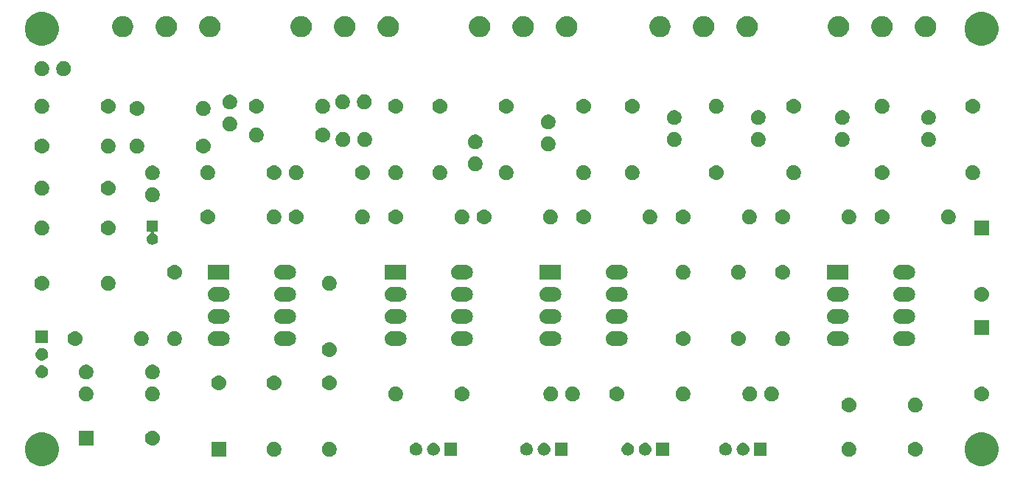
<source format=gbr>
G04 #@! TF.GenerationSoftware,KiCad,Pcbnew,(5.1.0-0)*
G04 #@! TF.CreationDate,2019-04-02T15:54:33-07:00*
G04 #@! TF.ProjectId,Pre-amp,5072652d-616d-4702-9e6b-696361645f70,rev?*
G04 #@! TF.SameCoordinates,Original*
G04 #@! TF.FileFunction,Soldermask,Bot*
G04 #@! TF.FilePolarity,Negative*
%FSLAX46Y46*%
G04 Gerber Fmt 4.6, Leading zero omitted, Abs format (unit mm)*
G04 Created by KiCad (PCBNEW (5.1.0-0)) date 2019-04-02 15:54:33*
%MOMM*%
%LPD*%
G04 APERTURE LIST*
%ADD10C,0.100000*%
G04 APERTURE END LIST*
D10*
G36*
X161859085Y-97183975D02*
G01*
X162214143Y-97331045D01*
X162214145Y-97331046D01*
X162533690Y-97544559D01*
X162805441Y-97816310D01*
X162899330Y-97956825D01*
X163018955Y-98135857D01*
X163166025Y-98490915D01*
X163241000Y-98867842D01*
X163241000Y-99252158D01*
X163166025Y-99629085D01*
X163062798Y-99878297D01*
X163018954Y-99984145D01*
X162805441Y-100303690D01*
X162533690Y-100575441D01*
X162214145Y-100788954D01*
X162214144Y-100788955D01*
X162214143Y-100788955D01*
X161859085Y-100936025D01*
X161482158Y-101011000D01*
X161097842Y-101011000D01*
X160720915Y-100936025D01*
X160365857Y-100788955D01*
X160365856Y-100788955D01*
X160365855Y-100788954D01*
X160046310Y-100575441D01*
X159774559Y-100303690D01*
X159561046Y-99984145D01*
X159517202Y-99878297D01*
X159413975Y-99629085D01*
X159339000Y-99252158D01*
X159339000Y-98867842D01*
X159413975Y-98490915D01*
X159561045Y-98135857D01*
X159680670Y-97956825D01*
X159774559Y-97816310D01*
X160046310Y-97544559D01*
X160365855Y-97331046D01*
X160365857Y-97331045D01*
X160720915Y-97183975D01*
X161097842Y-97109000D01*
X161482158Y-97109000D01*
X161859085Y-97183975D01*
X161859085Y-97183975D01*
G37*
G36*
X53909085Y-97183975D02*
G01*
X54264143Y-97331045D01*
X54264145Y-97331046D01*
X54583690Y-97544559D01*
X54855441Y-97816310D01*
X54949330Y-97956825D01*
X55068955Y-98135857D01*
X55216025Y-98490915D01*
X55291000Y-98867842D01*
X55291000Y-99252158D01*
X55216025Y-99629085D01*
X55112798Y-99878297D01*
X55068954Y-99984145D01*
X54855441Y-100303690D01*
X54583690Y-100575441D01*
X54264145Y-100788954D01*
X54264144Y-100788955D01*
X54264143Y-100788955D01*
X53909085Y-100936025D01*
X53532158Y-101011000D01*
X53147842Y-101011000D01*
X52770915Y-100936025D01*
X52415857Y-100788955D01*
X52415856Y-100788955D01*
X52415855Y-100788954D01*
X52096310Y-100575441D01*
X51824559Y-100303690D01*
X51611046Y-99984145D01*
X51567202Y-99878297D01*
X51463975Y-99629085D01*
X51389000Y-99252158D01*
X51389000Y-98867842D01*
X51463975Y-98490915D01*
X51611045Y-98135857D01*
X51730670Y-97956825D01*
X51824559Y-97816310D01*
X52096310Y-97544559D01*
X52415855Y-97331046D01*
X52415857Y-97331045D01*
X52770915Y-97183975D01*
X53147842Y-97109000D01*
X53532158Y-97109000D01*
X53909085Y-97183975D01*
X53909085Y-97183975D01*
G37*
G36*
X153836823Y-98221313D02*
G01*
X153997242Y-98269976D01*
X154064361Y-98305852D01*
X154145078Y-98348996D01*
X154200718Y-98394659D01*
X154274659Y-98455341D01*
X154381005Y-98584923D01*
X154460024Y-98732758D01*
X154508687Y-98893177D01*
X154525117Y-99060000D01*
X154508687Y-99226823D01*
X154460024Y-99387242D01*
X154419477Y-99463100D01*
X154381004Y-99535078D01*
X154274659Y-99664659D01*
X154145078Y-99771004D01*
X154145076Y-99771005D01*
X153997242Y-99850024D01*
X153836823Y-99898687D01*
X153711804Y-99911000D01*
X153628196Y-99911000D01*
X153503177Y-99898687D01*
X153342758Y-99850024D01*
X153194924Y-99771005D01*
X153194922Y-99771004D01*
X153065341Y-99664659D01*
X152958996Y-99535078D01*
X152920523Y-99463100D01*
X152879976Y-99387242D01*
X152831313Y-99226823D01*
X152814883Y-99060000D01*
X152831313Y-98893177D01*
X152879976Y-98732758D01*
X152958995Y-98584923D01*
X153065341Y-98455341D01*
X153139282Y-98394659D01*
X153194922Y-98348996D01*
X153275639Y-98305852D01*
X153342758Y-98269976D01*
X153503177Y-98221313D01*
X153628196Y-98209000D01*
X153711804Y-98209000D01*
X153836823Y-98221313D01*
X153836823Y-98221313D01*
G37*
G36*
X146298228Y-98241703D02*
G01*
X146453100Y-98305853D01*
X146592481Y-98398985D01*
X146711015Y-98517519D01*
X146804147Y-98656900D01*
X146868297Y-98811772D01*
X146901000Y-98976184D01*
X146901000Y-99143816D01*
X146868297Y-99308228D01*
X146804147Y-99463100D01*
X146711015Y-99602481D01*
X146592481Y-99721015D01*
X146453100Y-99814147D01*
X146298228Y-99878297D01*
X146133816Y-99911000D01*
X145966184Y-99911000D01*
X145801772Y-99878297D01*
X145646900Y-99814147D01*
X145507519Y-99721015D01*
X145388985Y-99602481D01*
X145295853Y-99463100D01*
X145231703Y-99308228D01*
X145199000Y-99143816D01*
X145199000Y-98976184D01*
X145231703Y-98811772D01*
X145295853Y-98656900D01*
X145388985Y-98517519D01*
X145507519Y-98398985D01*
X145646900Y-98305853D01*
X145801772Y-98241703D01*
X145966184Y-98209000D01*
X146133816Y-98209000D01*
X146298228Y-98241703D01*
X146298228Y-98241703D01*
G37*
G36*
X86608228Y-98241703D02*
G01*
X86763100Y-98305853D01*
X86902481Y-98398985D01*
X87021015Y-98517519D01*
X87114147Y-98656900D01*
X87178297Y-98811772D01*
X87211000Y-98976184D01*
X87211000Y-99143816D01*
X87178297Y-99308228D01*
X87114147Y-99463100D01*
X87021015Y-99602481D01*
X86902481Y-99721015D01*
X86763100Y-99814147D01*
X86608228Y-99878297D01*
X86443816Y-99911000D01*
X86276184Y-99911000D01*
X86111772Y-99878297D01*
X85956900Y-99814147D01*
X85817519Y-99721015D01*
X85698985Y-99602481D01*
X85605853Y-99463100D01*
X85541703Y-99308228D01*
X85509000Y-99143816D01*
X85509000Y-98976184D01*
X85541703Y-98811772D01*
X85605853Y-98656900D01*
X85698985Y-98517519D01*
X85817519Y-98398985D01*
X85956900Y-98305853D01*
X86111772Y-98241703D01*
X86276184Y-98209000D01*
X86443816Y-98209000D01*
X86608228Y-98241703D01*
X86608228Y-98241703D01*
G37*
G36*
X80258228Y-98241703D02*
G01*
X80413100Y-98305853D01*
X80552481Y-98398985D01*
X80671015Y-98517519D01*
X80764147Y-98656900D01*
X80828297Y-98811772D01*
X80861000Y-98976184D01*
X80861000Y-99143816D01*
X80828297Y-99308228D01*
X80764147Y-99463100D01*
X80671015Y-99602481D01*
X80552481Y-99721015D01*
X80413100Y-99814147D01*
X80258228Y-99878297D01*
X80093816Y-99911000D01*
X79926184Y-99911000D01*
X79761772Y-99878297D01*
X79606900Y-99814147D01*
X79467519Y-99721015D01*
X79348985Y-99602481D01*
X79255853Y-99463100D01*
X79191703Y-99308228D01*
X79159000Y-99143816D01*
X79159000Y-98976184D01*
X79191703Y-98811772D01*
X79255853Y-98656900D01*
X79348985Y-98517519D01*
X79467519Y-98398985D01*
X79606900Y-98305853D01*
X79761772Y-98241703D01*
X79926184Y-98209000D01*
X80093816Y-98209000D01*
X80258228Y-98241703D01*
X80258228Y-98241703D01*
G37*
G36*
X74511000Y-99911000D02*
G01*
X72809000Y-99911000D01*
X72809000Y-98209000D01*
X74511000Y-98209000D01*
X74511000Y-99911000D01*
X74511000Y-99911000D01*
G37*
G36*
X111101213Y-98337502D02*
G01*
X111172321Y-98344505D01*
X111309172Y-98386019D01*
X111309175Y-98386020D01*
X111435294Y-98453432D01*
X111545843Y-98544157D01*
X111636568Y-98654706D01*
X111703980Y-98780825D01*
X111703981Y-98780828D01*
X111745495Y-98917679D01*
X111759512Y-99060000D01*
X111745495Y-99202321D01*
X111703981Y-99339172D01*
X111703980Y-99339175D01*
X111636568Y-99465294D01*
X111545843Y-99575843D01*
X111435294Y-99666568D01*
X111309175Y-99733980D01*
X111309172Y-99733981D01*
X111172321Y-99775495D01*
X111101213Y-99782498D01*
X111065660Y-99786000D01*
X110994340Y-99786000D01*
X110958787Y-99782498D01*
X110887679Y-99775495D01*
X110750828Y-99733981D01*
X110750825Y-99733980D01*
X110624706Y-99666568D01*
X110514157Y-99575843D01*
X110423432Y-99465294D01*
X110356020Y-99339175D01*
X110356019Y-99339172D01*
X110314505Y-99202321D01*
X110300488Y-99060000D01*
X110314505Y-98917679D01*
X110356019Y-98780828D01*
X110356020Y-98780825D01*
X110423432Y-98654706D01*
X110514157Y-98544157D01*
X110624706Y-98453432D01*
X110750825Y-98386020D01*
X110750828Y-98386019D01*
X110887679Y-98344505D01*
X110958787Y-98337502D01*
X110994340Y-98334000D01*
X111065660Y-98334000D01*
X111101213Y-98337502D01*
X111101213Y-98337502D01*
G37*
G36*
X109101213Y-98337502D02*
G01*
X109172321Y-98344505D01*
X109309172Y-98386019D01*
X109309175Y-98386020D01*
X109435294Y-98453432D01*
X109545843Y-98544157D01*
X109636568Y-98654706D01*
X109703980Y-98780825D01*
X109703981Y-98780828D01*
X109745495Y-98917679D01*
X109759512Y-99060000D01*
X109745495Y-99202321D01*
X109703981Y-99339172D01*
X109703980Y-99339175D01*
X109636568Y-99465294D01*
X109545843Y-99575843D01*
X109435294Y-99666568D01*
X109309175Y-99733980D01*
X109309172Y-99733981D01*
X109172321Y-99775495D01*
X109101213Y-99782498D01*
X109065660Y-99786000D01*
X108994340Y-99786000D01*
X108958787Y-99782498D01*
X108887679Y-99775495D01*
X108750828Y-99733981D01*
X108750825Y-99733980D01*
X108624706Y-99666568D01*
X108514157Y-99575843D01*
X108423432Y-99465294D01*
X108356020Y-99339175D01*
X108356019Y-99339172D01*
X108314505Y-99202321D01*
X108300488Y-99060000D01*
X108314505Y-98917679D01*
X108356019Y-98780828D01*
X108356020Y-98780825D01*
X108423432Y-98654706D01*
X108514157Y-98544157D01*
X108624706Y-98453432D01*
X108750825Y-98386020D01*
X108750828Y-98386019D01*
X108887679Y-98344505D01*
X108958787Y-98337502D01*
X108994340Y-98334000D01*
X109065660Y-98334000D01*
X109101213Y-98337502D01*
X109101213Y-98337502D01*
G37*
G36*
X101056000Y-99786000D02*
G01*
X99604000Y-99786000D01*
X99604000Y-98334000D01*
X101056000Y-98334000D01*
X101056000Y-99786000D01*
X101056000Y-99786000D01*
G37*
G36*
X98401213Y-98337502D02*
G01*
X98472321Y-98344505D01*
X98609172Y-98386019D01*
X98609175Y-98386020D01*
X98735294Y-98453432D01*
X98845843Y-98544157D01*
X98936568Y-98654706D01*
X99003980Y-98780825D01*
X99003981Y-98780828D01*
X99045495Y-98917679D01*
X99059512Y-99060000D01*
X99045495Y-99202321D01*
X99003981Y-99339172D01*
X99003980Y-99339175D01*
X98936568Y-99465294D01*
X98845843Y-99575843D01*
X98735294Y-99666568D01*
X98609175Y-99733980D01*
X98609172Y-99733981D01*
X98472321Y-99775495D01*
X98401213Y-99782498D01*
X98365660Y-99786000D01*
X98294340Y-99786000D01*
X98258787Y-99782498D01*
X98187679Y-99775495D01*
X98050828Y-99733981D01*
X98050825Y-99733980D01*
X97924706Y-99666568D01*
X97814157Y-99575843D01*
X97723432Y-99465294D01*
X97656020Y-99339175D01*
X97656019Y-99339172D01*
X97614505Y-99202321D01*
X97600488Y-99060000D01*
X97614505Y-98917679D01*
X97656019Y-98780828D01*
X97656020Y-98780825D01*
X97723432Y-98654706D01*
X97814157Y-98544157D01*
X97924706Y-98453432D01*
X98050825Y-98386020D01*
X98050828Y-98386019D01*
X98187679Y-98344505D01*
X98258787Y-98337502D01*
X98294340Y-98334000D01*
X98365660Y-98334000D01*
X98401213Y-98337502D01*
X98401213Y-98337502D01*
G37*
G36*
X96401213Y-98337502D02*
G01*
X96472321Y-98344505D01*
X96609172Y-98386019D01*
X96609175Y-98386020D01*
X96735294Y-98453432D01*
X96845843Y-98544157D01*
X96936568Y-98654706D01*
X97003980Y-98780825D01*
X97003981Y-98780828D01*
X97045495Y-98917679D01*
X97059512Y-99060000D01*
X97045495Y-99202321D01*
X97003981Y-99339172D01*
X97003980Y-99339175D01*
X96936568Y-99465294D01*
X96845843Y-99575843D01*
X96735294Y-99666568D01*
X96609175Y-99733980D01*
X96609172Y-99733981D01*
X96472321Y-99775495D01*
X96401213Y-99782498D01*
X96365660Y-99786000D01*
X96294340Y-99786000D01*
X96258787Y-99782498D01*
X96187679Y-99775495D01*
X96050828Y-99733981D01*
X96050825Y-99733980D01*
X95924706Y-99666568D01*
X95814157Y-99575843D01*
X95723432Y-99465294D01*
X95656020Y-99339175D01*
X95656019Y-99339172D01*
X95614505Y-99202321D01*
X95600488Y-99060000D01*
X95614505Y-98917679D01*
X95656019Y-98780828D01*
X95656020Y-98780825D01*
X95723432Y-98654706D01*
X95814157Y-98544157D01*
X95924706Y-98453432D01*
X96050825Y-98386020D01*
X96050828Y-98386019D01*
X96187679Y-98344505D01*
X96258787Y-98337502D01*
X96294340Y-98334000D01*
X96365660Y-98334000D01*
X96401213Y-98337502D01*
X96401213Y-98337502D01*
G37*
G36*
X131961213Y-98337502D02*
G01*
X132032321Y-98344505D01*
X132169172Y-98386019D01*
X132169175Y-98386020D01*
X132295294Y-98453432D01*
X132405843Y-98544157D01*
X132496568Y-98654706D01*
X132563980Y-98780825D01*
X132563981Y-98780828D01*
X132605495Y-98917679D01*
X132619512Y-99060000D01*
X132605495Y-99202321D01*
X132563981Y-99339172D01*
X132563980Y-99339175D01*
X132496568Y-99465294D01*
X132405843Y-99575843D01*
X132295294Y-99666568D01*
X132169175Y-99733980D01*
X132169172Y-99733981D01*
X132032321Y-99775495D01*
X131961213Y-99782498D01*
X131925660Y-99786000D01*
X131854340Y-99786000D01*
X131818787Y-99782498D01*
X131747679Y-99775495D01*
X131610828Y-99733981D01*
X131610825Y-99733980D01*
X131484706Y-99666568D01*
X131374157Y-99575843D01*
X131283432Y-99465294D01*
X131216020Y-99339175D01*
X131216019Y-99339172D01*
X131174505Y-99202321D01*
X131160488Y-99060000D01*
X131174505Y-98917679D01*
X131216019Y-98780828D01*
X131216020Y-98780825D01*
X131283432Y-98654706D01*
X131374157Y-98544157D01*
X131484706Y-98453432D01*
X131610825Y-98386020D01*
X131610828Y-98386019D01*
X131747679Y-98344505D01*
X131818787Y-98337502D01*
X131854340Y-98334000D01*
X131925660Y-98334000D01*
X131961213Y-98337502D01*
X131961213Y-98337502D01*
G37*
G36*
X113756000Y-99786000D02*
G01*
X112304000Y-99786000D01*
X112304000Y-98334000D01*
X113756000Y-98334000D01*
X113756000Y-99786000D01*
X113756000Y-99786000D01*
G37*
G36*
X120721213Y-98337502D02*
G01*
X120792321Y-98344505D01*
X120929172Y-98386019D01*
X120929175Y-98386020D01*
X121055294Y-98453432D01*
X121165843Y-98544157D01*
X121256568Y-98654706D01*
X121323980Y-98780825D01*
X121323981Y-98780828D01*
X121365495Y-98917679D01*
X121379512Y-99060000D01*
X121365495Y-99202321D01*
X121323981Y-99339172D01*
X121323980Y-99339175D01*
X121256568Y-99465294D01*
X121165843Y-99575843D01*
X121055294Y-99666568D01*
X120929175Y-99733980D01*
X120929172Y-99733981D01*
X120792321Y-99775495D01*
X120721213Y-99782498D01*
X120685660Y-99786000D01*
X120614340Y-99786000D01*
X120578787Y-99782498D01*
X120507679Y-99775495D01*
X120370828Y-99733981D01*
X120370825Y-99733980D01*
X120244706Y-99666568D01*
X120134157Y-99575843D01*
X120043432Y-99465294D01*
X119976020Y-99339175D01*
X119976019Y-99339172D01*
X119934505Y-99202321D01*
X119920488Y-99060000D01*
X119934505Y-98917679D01*
X119976019Y-98780828D01*
X119976020Y-98780825D01*
X120043432Y-98654706D01*
X120134157Y-98544157D01*
X120244706Y-98453432D01*
X120370825Y-98386020D01*
X120370828Y-98386019D01*
X120507679Y-98344505D01*
X120578787Y-98337502D01*
X120614340Y-98334000D01*
X120685660Y-98334000D01*
X120721213Y-98337502D01*
X120721213Y-98337502D01*
G37*
G36*
X122721213Y-98337502D02*
G01*
X122792321Y-98344505D01*
X122929172Y-98386019D01*
X122929175Y-98386020D01*
X123055294Y-98453432D01*
X123165843Y-98544157D01*
X123256568Y-98654706D01*
X123323980Y-98780825D01*
X123323981Y-98780828D01*
X123365495Y-98917679D01*
X123379512Y-99060000D01*
X123365495Y-99202321D01*
X123323981Y-99339172D01*
X123323980Y-99339175D01*
X123256568Y-99465294D01*
X123165843Y-99575843D01*
X123055294Y-99666568D01*
X122929175Y-99733980D01*
X122929172Y-99733981D01*
X122792321Y-99775495D01*
X122721213Y-99782498D01*
X122685660Y-99786000D01*
X122614340Y-99786000D01*
X122578787Y-99782498D01*
X122507679Y-99775495D01*
X122370828Y-99733981D01*
X122370825Y-99733980D01*
X122244706Y-99666568D01*
X122134157Y-99575843D01*
X122043432Y-99465294D01*
X121976020Y-99339175D01*
X121976019Y-99339172D01*
X121934505Y-99202321D01*
X121920488Y-99060000D01*
X121934505Y-98917679D01*
X121976019Y-98780828D01*
X121976020Y-98780825D01*
X122043432Y-98654706D01*
X122134157Y-98544157D01*
X122244706Y-98453432D01*
X122370825Y-98386020D01*
X122370828Y-98386019D01*
X122507679Y-98344505D01*
X122578787Y-98337502D01*
X122614340Y-98334000D01*
X122685660Y-98334000D01*
X122721213Y-98337502D01*
X122721213Y-98337502D01*
G37*
G36*
X125376000Y-99786000D02*
G01*
X123924000Y-99786000D01*
X123924000Y-98334000D01*
X125376000Y-98334000D01*
X125376000Y-99786000D01*
X125376000Y-99786000D01*
G37*
G36*
X133961213Y-98337502D02*
G01*
X134032321Y-98344505D01*
X134169172Y-98386019D01*
X134169175Y-98386020D01*
X134295294Y-98453432D01*
X134405843Y-98544157D01*
X134496568Y-98654706D01*
X134563980Y-98780825D01*
X134563981Y-98780828D01*
X134605495Y-98917679D01*
X134619512Y-99060000D01*
X134605495Y-99202321D01*
X134563981Y-99339172D01*
X134563980Y-99339175D01*
X134496568Y-99465294D01*
X134405843Y-99575843D01*
X134295294Y-99666568D01*
X134169175Y-99733980D01*
X134169172Y-99733981D01*
X134032321Y-99775495D01*
X133961213Y-99782498D01*
X133925660Y-99786000D01*
X133854340Y-99786000D01*
X133818787Y-99782498D01*
X133747679Y-99775495D01*
X133610828Y-99733981D01*
X133610825Y-99733980D01*
X133484706Y-99666568D01*
X133374157Y-99575843D01*
X133283432Y-99465294D01*
X133216020Y-99339175D01*
X133216019Y-99339172D01*
X133174505Y-99202321D01*
X133160488Y-99060000D01*
X133174505Y-98917679D01*
X133216019Y-98780828D01*
X133216020Y-98780825D01*
X133283432Y-98654706D01*
X133374157Y-98544157D01*
X133484706Y-98453432D01*
X133610825Y-98386020D01*
X133610828Y-98386019D01*
X133747679Y-98344505D01*
X133818787Y-98337502D01*
X133854340Y-98334000D01*
X133925660Y-98334000D01*
X133961213Y-98337502D01*
X133961213Y-98337502D01*
G37*
G36*
X136616000Y-99786000D02*
G01*
X135164000Y-99786000D01*
X135164000Y-98334000D01*
X136616000Y-98334000D01*
X136616000Y-99786000D01*
X136616000Y-99786000D01*
G37*
G36*
X59271000Y-98641000D02*
G01*
X57569000Y-98641000D01*
X57569000Y-96939000D01*
X59271000Y-96939000D01*
X59271000Y-98641000D01*
X59271000Y-98641000D01*
G37*
G36*
X66206823Y-96951313D02*
G01*
X66367242Y-96999976D01*
X66499906Y-97070886D01*
X66515078Y-97078996D01*
X66644659Y-97185341D01*
X66751004Y-97314922D01*
X66751005Y-97314924D01*
X66830024Y-97462758D01*
X66878687Y-97623177D01*
X66895117Y-97790000D01*
X66878687Y-97956823D01*
X66830024Y-98117242D01*
X66820075Y-98135855D01*
X66751004Y-98265078D01*
X66644659Y-98394659D01*
X66515078Y-98501004D01*
X66515076Y-98501005D01*
X66367242Y-98580024D01*
X66206823Y-98628687D01*
X66081804Y-98641000D01*
X65998196Y-98641000D01*
X65873177Y-98628687D01*
X65712758Y-98580024D01*
X65564924Y-98501005D01*
X65564922Y-98501004D01*
X65435341Y-98394659D01*
X65328996Y-98265078D01*
X65259925Y-98135855D01*
X65249976Y-98117242D01*
X65201313Y-97956823D01*
X65184883Y-97790000D01*
X65201313Y-97623177D01*
X65249976Y-97462758D01*
X65328995Y-97314924D01*
X65328996Y-97314922D01*
X65435341Y-97185341D01*
X65564922Y-97078996D01*
X65580094Y-97070886D01*
X65712758Y-96999976D01*
X65873177Y-96951313D01*
X65998196Y-96939000D01*
X66081804Y-96939000D01*
X66206823Y-96951313D01*
X66206823Y-96951313D01*
G37*
G36*
X146216823Y-93141313D02*
G01*
X146377242Y-93189976D01*
X146509906Y-93260886D01*
X146525078Y-93268996D01*
X146654659Y-93375341D01*
X146761004Y-93504922D01*
X146761005Y-93504924D01*
X146840024Y-93652758D01*
X146888687Y-93813177D01*
X146905117Y-93980000D01*
X146888687Y-94146823D01*
X146840024Y-94307242D01*
X146799477Y-94383100D01*
X146761004Y-94455078D01*
X146654659Y-94584659D01*
X146525078Y-94691004D01*
X146525076Y-94691005D01*
X146377242Y-94770024D01*
X146216823Y-94818687D01*
X146091804Y-94831000D01*
X146008196Y-94831000D01*
X145883177Y-94818687D01*
X145722758Y-94770024D01*
X145574924Y-94691005D01*
X145574922Y-94691004D01*
X145445341Y-94584659D01*
X145338996Y-94455078D01*
X145300523Y-94383100D01*
X145259976Y-94307242D01*
X145211313Y-94146823D01*
X145194883Y-93980000D01*
X145211313Y-93813177D01*
X145259976Y-93652758D01*
X145338995Y-93504924D01*
X145338996Y-93504922D01*
X145445341Y-93375341D01*
X145574922Y-93268996D01*
X145590094Y-93260886D01*
X145722758Y-93189976D01*
X145883177Y-93141313D01*
X146008196Y-93129000D01*
X146091804Y-93129000D01*
X146216823Y-93141313D01*
X146216823Y-93141313D01*
G37*
G36*
X153918228Y-93161703D02*
G01*
X154073100Y-93225853D01*
X154212481Y-93318985D01*
X154331015Y-93437519D01*
X154424147Y-93576900D01*
X154488297Y-93731772D01*
X154521000Y-93896184D01*
X154521000Y-94063816D01*
X154488297Y-94228228D01*
X154424147Y-94383100D01*
X154331015Y-94522481D01*
X154212481Y-94641015D01*
X154073100Y-94734147D01*
X153918228Y-94798297D01*
X153753816Y-94831000D01*
X153586184Y-94831000D01*
X153421772Y-94798297D01*
X153266900Y-94734147D01*
X153127519Y-94641015D01*
X153008985Y-94522481D01*
X152915853Y-94383100D01*
X152851703Y-94228228D01*
X152819000Y-94063816D01*
X152819000Y-93896184D01*
X152851703Y-93731772D01*
X152915853Y-93576900D01*
X153008985Y-93437519D01*
X153127519Y-93318985D01*
X153266900Y-93225853D01*
X153421772Y-93161703D01*
X153586184Y-93129000D01*
X153753816Y-93129000D01*
X153918228Y-93161703D01*
X153918228Y-93161703D01*
G37*
G36*
X127248228Y-91891703D02*
G01*
X127403100Y-91955853D01*
X127542481Y-92048985D01*
X127661015Y-92167519D01*
X127754147Y-92306900D01*
X127818297Y-92461772D01*
X127851000Y-92626184D01*
X127851000Y-92793816D01*
X127818297Y-92958228D01*
X127754147Y-93113100D01*
X127661015Y-93252481D01*
X127542481Y-93371015D01*
X127403100Y-93464147D01*
X127248228Y-93528297D01*
X127083816Y-93561000D01*
X126916184Y-93561000D01*
X126751772Y-93528297D01*
X126596900Y-93464147D01*
X126457519Y-93371015D01*
X126338985Y-93252481D01*
X126245853Y-93113100D01*
X126181703Y-92958228D01*
X126149000Y-92793816D01*
X126149000Y-92626184D01*
X126181703Y-92461772D01*
X126245853Y-92306900D01*
X126338985Y-92167519D01*
X126457519Y-92048985D01*
X126596900Y-91955853D01*
X126751772Y-91891703D01*
X126916184Y-91859000D01*
X127083816Y-91859000D01*
X127248228Y-91891703D01*
X127248228Y-91891703D01*
G37*
G36*
X119546823Y-91871313D02*
G01*
X119707242Y-91919976D01*
X119774361Y-91955852D01*
X119855078Y-91998996D01*
X119984659Y-92105341D01*
X120091004Y-92234922D01*
X120091005Y-92234924D01*
X120170024Y-92382758D01*
X120218687Y-92543177D01*
X120235117Y-92710000D01*
X120218687Y-92876823D01*
X120170024Y-93037242D01*
X120129477Y-93113100D01*
X120091004Y-93185078D01*
X119984659Y-93314659D01*
X119855078Y-93421004D01*
X119855076Y-93421005D01*
X119707242Y-93500024D01*
X119546823Y-93548687D01*
X119421804Y-93561000D01*
X119338196Y-93561000D01*
X119213177Y-93548687D01*
X119052758Y-93500024D01*
X118904924Y-93421005D01*
X118904922Y-93421004D01*
X118775341Y-93314659D01*
X118668996Y-93185078D01*
X118630523Y-93113100D01*
X118589976Y-93037242D01*
X118541313Y-92876823D01*
X118524883Y-92710000D01*
X118541313Y-92543177D01*
X118589976Y-92382758D01*
X118668995Y-92234924D01*
X118668996Y-92234922D01*
X118775341Y-92105341D01*
X118904922Y-91998996D01*
X118985639Y-91955852D01*
X119052758Y-91919976D01*
X119213177Y-91871313D01*
X119338196Y-91859000D01*
X119421804Y-91859000D01*
X119546823Y-91871313D01*
X119546823Y-91871313D01*
G37*
G36*
X66288228Y-91891703D02*
G01*
X66443100Y-91955853D01*
X66582481Y-92048985D01*
X66701015Y-92167519D01*
X66794147Y-92306900D01*
X66858297Y-92461772D01*
X66891000Y-92626184D01*
X66891000Y-92793816D01*
X66858297Y-92958228D01*
X66794147Y-93113100D01*
X66701015Y-93252481D01*
X66582481Y-93371015D01*
X66443100Y-93464147D01*
X66288228Y-93528297D01*
X66123816Y-93561000D01*
X65956184Y-93561000D01*
X65791772Y-93528297D01*
X65636900Y-93464147D01*
X65497519Y-93371015D01*
X65378985Y-93252481D01*
X65285853Y-93113100D01*
X65221703Y-92958228D01*
X65189000Y-92793816D01*
X65189000Y-92626184D01*
X65221703Y-92461772D01*
X65285853Y-92306900D01*
X65378985Y-92167519D01*
X65497519Y-92048985D01*
X65636900Y-91955853D01*
X65791772Y-91891703D01*
X65956184Y-91859000D01*
X66123816Y-91859000D01*
X66288228Y-91891703D01*
X66288228Y-91891703D01*
G37*
G36*
X58668228Y-91891703D02*
G01*
X58823100Y-91955853D01*
X58962481Y-92048985D01*
X59081015Y-92167519D01*
X59174147Y-92306900D01*
X59238297Y-92461772D01*
X59271000Y-92626184D01*
X59271000Y-92793816D01*
X59238297Y-92958228D01*
X59174147Y-93113100D01*
X59081015Y-93252481D01*
X58962481Y-93371015D01*
X58823100Y-93464147D01*
X58668228Y-93528297D01*
X58503816Y-93561000D01*
X58336184Y-93561000D01*
X58171772Y-93528297D01*
X58016900Y-93464147D01*
X57877519Y-93371015D01*
X57758985Y-93252481D01*
X57665853Y-93113100D01*
X57601703Y-92958228D01*
X57569000Y-92793816D01*
X57569000Y-92626184D01*
X57601703Y-92461772D01*
X57665853Y-92306900D01*
X57758985Y-92167519D01*
X57877519Y-92048985D01*
X58016900Y-91955853D01*
X58171772Y-91891703D01*
X58336184Y-91859000D01*
X58503816Y-91859000D01*
X58668228Y-91891703D01*
X58668228Y-91891703D01*
G37*
G36*
X101766823Y-91871313D02*
G01*
X101927242Y-91919976D01*
X101994361Y-91955852D01*
X102075078Y-91998996D01*
X102204659Y-92105341D01*
X102311004Y-92234922D01*
X102311005Y-92234924D01*
X102390024Y-92382758D01*
X102438687Y-92543177D01*
X102455117Y-92710000D01*
X102438687Y-92876823D01*
X102390024Y-93037242D01*
X102349477Y-93113100D01*
X102311004Y-93185078D01*
X102204659Y-93314659D01*
X102075078Y-93421004D01*
X102075076Y-93421005D01*
X101927242Y-93500024D01*
X101766823Y-93548687D01*
X101641804Y-93561000D01*
X101558196Y-93561000D01*
X101433177Y-93548687D01*
X101272758Y-93500024D01*
X101124924Y-93421005D01*
X101124922Y-93421004D01*
X100995341Y-93314659D01*
X100888996Y-93185078D01*
X100850523Y-93113100D01*
X100809976Y-93037242D01*
X100761313Y-92876823D01*
X100744883Y-92710000D01*
X100761313Y-92543177D01*
X100809976Y-92382758D01*
X100888995Y-92234924D01*
X100888996Y-92234922D01*
X100995341Y-92105341D01*
X101124922Y-91998996D01*
X101205639Y-91955852D01*
X101272758Y-91919976D01*
X101433177Y-91871313D01*
X101558196Y-91859000D01*
X101641804Y-91859000D01*
X101766823Y-91871313D01*
X101766823Y-91871313D01*
G37*
G36*
X161456823Y-91871313D02*
G01*
X161617242Y-91919976D01*
X161684361Y-91955852D01*
X161765078Y-91998996D01*
X161894659Y-92105341D01*
X162001004Y-92234922D01*
X162001005Y-92234924D01*
X162080024Y-92382758D01*
X162128687Y-92543177D01*
X162145117Y-92710000D01*
X162128687Y-92876823D01*
X162080024Y-93037242D01*
X162039477Y-93113100D01*
X162001004Y-93185078D01*
X161894659Y-93314659D01*
X161765078Y-93421004D01*
X161765076Y-93421005D01*
X161617242Y-93500024D01*
X161456823Y-93548687D01*
X161331804Y-93561000D01*
X161248196Y-93561000D01*
X161123177Y-93548687D01*
X160962758Y-93500024D01*
X160814924Y-93421005D01*
X160814922Y-93421004D01*
X160685341Y-93314659D01*
X160578996Y-93185078D01*
X160540523Y-93113100D01*
X160499976Y-93037242D01*
X160451313Y-92876823D01*
X160434883Y-92710000D01*
X160451313Y-92543177D01*
X160499976Y-92382758D01*
X160578995Y-92234924D01*
X160578996Y-92234922D01*
X160685341Y-92105341D01*
X160814922Y-91998996D01*
X160895639Y-91955852D01*
X160962758Y-91919976D01*
X161123177Y-91871313D01*
X161248196Y-91859000D01*
X161331804Y-91859000D01*
X161456823Y-91871313D01*
X161456823Y-91871313D01*
G37*
G36*
X114548228Y-91891703D02*
G01*
X114703100Y-91955853D01*
X114842481Y-92048985D01*
X114961015Y-92167519D01*
X115054147Y-92306900D01*
X115118297Y-92461772D01*
X115151000Y-92626184D01*
X115151000Y-92793816D01*
X115118297Y-92958228D01*
X115054147Y-93113100D01*
X114961015Y-93252481D01*
X114842481Y-93371015D01*
X114703100Y-93464147D01*
X114548228Y-93528297D01*
X114383816Y-93561000D01*
X114216184Y-93561000D01*
X114051772Y-93528297D01*
X113896900Y-93464147D01*
X113757519Y-93371015D01*
X113638985Y-93252481D01*
X113545853Y-93113100D01*
X113481703Y-92958228D01*
X113449000Y-92793816D01*
X113449000Y-92626184D01*
X113481703Y-92461772D01*
X113545853Y-92306900D01*
X113638985Y-92167519D01*
X113757519Y-92048985D01*
X113896900Y-91955853D01*
X114051772Y-91891703D01*
X114216184Y-91859000D01*
X114383816Y-91859000D01*
X114548228Y-91891703D01*
X114548228Y-91891703D01*
G37*
G36*
X112048228Y-91891703D02*
G01*
X112203100Y-91955853D01*
X112342481Y-92048985D01*
X112461015Y-92167519D01*
X112554147Y-92306900D01*
X112618297Y-92461772D01*
X112651000Y-92626184D01*
X112651000Y-92793816D01*
X112618297Y-92958228D01*
X112554147Y-93113100D01*
X112461015Y-93252481D01*
X112342481Y-93371015D01*
X112203100Y-93464147D01*
X112048228Y-93528297D01*
X111883816Y-93561000D01*
X111716184Y-93561000D01*
X111551772Y-93528297D01*
X111396900Y-93464147D01*
X111257519Y-93371015D01*
X111138985Y-93252481D01*
X111045853Y-93113100D01*
X110981703Y-92958228D01*
X110949000Y-92793816D01*
X110949000Y-92626184D01*
X110981703Y-92461772D01*
X111045853Y-92306900D01*
X111138985Y-92167519D01*
X111257519Y-92048985D01*
X111396900Y-91955853D01*
X111551772Y-91891703D01*
X111716184Y-91859000D01*
X111883816Y-91859000D01*
X112048228Y-91891703D01*
X112048228Y-91891703D01*
G37*
G36*
X137408228Y-91891703D02*
G01*
X137563100Y-91955853D01*
X137702481Y-92048985D01*
X137821015Y-92167519D01*
X137914147Y-92306900D01*
X137978297Y-92461772D01*
X138011000Y-92626184D01*
X138011000Y-92793816D01*
X137978297Y-92958228D01*
X137914147Y-93113100D01*
X137821015Y-93252481D01*
X137702481Y-93371015D01*
X137563100Y-93464147D01*
X137408228Y-93528297D01*
X137243816Y-93561000D01*
X137076184Y-93561000D01*
X136911772Y-93528297D01*
X136756900Y-93464147D01*
X136617519Y-93371015D01*
X136498985Y-93252481D01*
X136405853Y-93113100D01*
X136341703Y-92958228D01*
X136309000Y-92793816D01*
X136309000Y-92626184D01*
X136341703Y-92461772D01*
X136405853Y-92306900D01*
X136498985Y-92167519D01*
X136617519Y-92048985D01*
X136756900Y-91955853D01*
X136911772Y-91891703D01*
X137076184Y-91859000D01*
X137243816Y-91859000D01*
X137408228Y-91891703D01*
X137408228Y-91891703D01*
G37*
G36*
X134908228Y-91891703D02*
G01*
X135063100Y-91955853D01*
X135202481Y-92048985D01*
X135321015Y-92167519D01*
X135414147Y-92306900D01*
X135478297Y-92461772D01*
X135511000Y-92626184D01*
X135511000Y-92793816D01*
X135478297Y-92958228D01*
X135414147Y-93113100D01*
X135321015Y-93252481D01*
X135202481Y-93371015D01*
X135063100Y-93464147D01*
X134908228Y-93528297D01*
X134743816Y-93561000D01*
X134576184Y-93561000D01*
X134411772Y-93528297D01*
X134256900Y-93464147D01*
X134117519Y-93371015D01*
X133998985Y-93252481D01*
X133905853Y-93113100D01*
X133841703Y-92958228D01*
X133809000Y-92793816D01*
X133809000Y-92626184D01*
X133841703Y-92461772D01*
X133905853Y-92306900D01*
X133998985Y-92167519D01*
X134117519Y-92048985D01*
X134256900Y-91955853D01*
X134411772Y-91891703D01*
X134576184Y-91859000D01*
X134743816Y-91859000D01*
X134908228Y-91891703D01*
X134908228Y-91891703D01*
G37*
G36*
X94228228Y-91891703D02*
G01*
X94383100Y-91955853D01*
X94522481Y-92048985D01*
X94641015Y-92167519D01*
X94734147Y-92306900D01*
X94798297Y-92461772D01*
X94831000Y-92626184D01*
X94831000Y-92793816D01*
X94798297Y-92958228D01*
X94734147Y-93113100D01*
X94641015Y-93252481D01*
X94522481Y-93371015D01*
X94383100Y-93464147D01*
X94228228Y-93528297D01*
X94063816Y-93561000D01*
X93896184Y-93561000D01*
X93731772Y-93528297D01*
X93576900Y-93464147D01*
X93437519Y-93371015D01*
X93318985Y-93252481D01*
X93225853Y-93113100D01*
X93161703Y-92958228D01*
X93129000Y-92793816D01*
X93129000Y-92626184D01*
X93161703Y-92461772D01*
X93225853Y-92306900D01*
X93318985Y-92167519D01*
X93437519Y-92048985D01*
X93576900Y-91955853D01*
X93731772Y-91891703D01*
X93896184Y-91859000D01*
X94063816Y-91859000D01*
X94228228Y-91891703D01*
X94228228Y-91891703D01*
G37*
G36*
X80176823Y-90601313D02*
G01*
X80337242Y-90649976D01*
X80404344Y-90685843D01*
X80485078Y-90728996D01*
X80614659Y-90835341D01*
X80721004Y-90964922D01*
X80721005Y-90964924D01*
X80800024Y-91112758D01*
X80848687Y-91273177D01*
X80865117Y-91440000D01*
X80848687Y-91606823D01*
X80800024Y-91767242D01*
X80750978Y-91859000D01*
X80721004Y-91915078D01*
X80614659Y-92044659D01*
X80485078Y-92151004D01*
X80485076Y-92151005D01*
X80337242Y-92230024D01*
X80176823Y-92278687D01*
X80051804Y-92291000D01*
X79968196Y-92291000D01*
X79843177Y-92278687D01*
X79682758Y-92230024D01*
X79534924Y-92151005D01*
X79534922Y-92151004D01*
X79405341Y-92044659D01*
X79298996Y-91915078D01*
X79269022Y-91859000D01*
X79219976Y-91767242D01*
X79171313Y-91606823D01*
X79154883Y-91440000D01*
X79171313Y-91273177D01*
X79219976Y-91112758D01*
X79298995Y-90964924D01*
X79298996Y-90964922D01*
X79405341Y-90835341D01*
X79534922Y-90728996D01*
X79615656Y-90685843D01*
X79682758Y-90649976D01*
X79843177Y-90601313D01*
X79968196Y-90589000D01*
X80051804Y-90589000D01*
X80176823Y-90601313D01*
X80176823Y-90601313D01*
G37*
G36*
X86526823Y-90601313D02*
G01*
X86687242Y-90649976D01*
X86754344Y-90685843D01*
X86835078Y-90728996D01*
X86964659Y-90835341D01*
X87071004Y-90964922D01*
X87071005Y-90964924D01*
X87150024Y-91112758D01*
X87198687Y-91273177D01*
X87215117Y-91440000D01*
X87198687Y-91606823D01*
X87150024Y-91767242D01*
X87100978Y-91859000D01*
X87071004Y-91915078D01*
X86964659Y-92044659D01*
X86835078Y-92151004D01*
X86835076Y-92151005D01*
X86687242Y-92230024D01*
X86526823Y-92278687D01*
X86401804Y-92291000D01*
X86318196Y-92291000D01*
X86193177Y-92278687D01*
X86032758Y-92230024D01*
X85884924Y-92151005D01*
X85884922Y-92151004D01*
X85755341Y-92044659D01*
X85648996Y-91915078D01*
X85619022Y-91859000D01*
X85569976Y-91767242D01*
X85521313Y-91606823D01*
X85504883Y-91440000D01*
X85521313Y-91273177D01*
X85569976Y-91112758D01*
X85648995Y-90964924D01*
X85648996Y-90964922D01*
X85755341Y-90835341D01*
X85884922Y-90728996D01*
X85965656Y-90685843D01*
X86032758Y-90649976D01*
X86193177Y-90601313D01*
X86318196Y-90589000D01*
X86401804Y-90589000D01*
X86526823Y-90601313D01*
X86526823Y-90601313D01*
G37*
G36*
X73826823Y-90601313D02*
G01*
X73987242Y-90649976D01*
X74054344Y-90685843D01*
X74135078Y-90728996D01*
X74264659Y-90835341D01*
X74371004Y-90964922D01*
X74371005Y-90964924D01*
X74450024Y-91112758D01*
X74498687Y-91273177D01*
X74515117Y-91440000D01*
X74498687Y-91606823D01*
X74450024Y-91767242D01*
X74400978Y-91859000D01*
X74371004Y-91915078D01*
X74264659Y-92044659D01*
X74135078Y-92151004D01*
X74135076Y-92151005D01*
X73987242Y-92230024D01*
X73826823Y-92278687D01*
X73701804Y-92291000D01*
X73618196Y-92291000D01*
X73493177Y-92278687D01*
X73332758Y-92230024D01*
X73184924Y-92151005D01*
X73184922Y-92151004D01*
X73055341Y-92044659D01*
X72948996Y-91915078D01*
X72919022Y-91859000D01*
X72869976Y-91767242D01*
X72821313Y-91606823D01*
X72804883Y-91440000D01*
X72821313Y-91273177D01*
X72869976Y-91112758D01*
X72948995Y-90964924D01*
X72948996Y-90964922D01*
X73055341Y-90835341D01*
X73184922Y-90728996D01*
X73265656Y-90685843D01*
X73332758Y-90649976D01*
X73493177Y-90601313D01*
X73618196Y-90589000D01*
X73701804Y-90589000D01*
X73826823Y-90601313D01*
X73826823Y-90601313D01*
G37*
G36*
X58668228Y-89391703D02*
G01*
X58823100Y-89455853D01*
X58962481Y-89548985D01*
X59081015Y-89667519D01*
X59174147Y-89806900D01*
X59238297Y-89961772D01*
X59271000Y-90126184D01*
X59271000Y-90293816D01*
X59238297Y-90458228D01*
X59174147Y-90613100D01*
X59081015Y-90752481D01*
X58962481Y-90871015D01*
X58823100Y-90964147D01*
X58668228Y-91028297D01*
X58503816Y-91061000D01*
X58336184Y-91061000D01*
X58171772Y-91028297D01*
X58016900Y-90964147D01*
X57877519Y-90871015D01*
X57758985Y-90752481D01*
X57665853Y-90613100D01*
X57601703Y-90458228D01*
X57569000Y-90293816D01*
X57569000Y-90126184D01*
X57601703Y-89961772D01*
X57665853Y-89806900D01*
X57758985Y-89667519D01*
X57877519Y-89548985D01*
X58016900Y-89455853D01*
X58171772Y-89391703D01*
X58336184Y-89359000D01*
X58503816Y-89359000D01*
X58668228Y-89391703D01*
X58668228Y-89391703D01*
G37*
G36*
X66288228Y-89391703D02*
G01*
X66443100Y-89455853D01*
X66582481Y-89548985D01*
X66701015Y-89667519D01*
X66794147Y-89806900D01*
X66858297Y-89961772D01*
X66891000Y-90126184D01*
X66891000Y-90293816D01*
X66858297Y-90458228D01*
X66794147Y-90613100D01*
X66701015Y-90752481D01*
X66582481Y-90871015D01*
X66443100Y-90964147D01*
X66288228Y-91028297D01*
X66123816Y-91061000D01*
X65956184Y-91061000D01*
X65791772Y-91028297D01*
X65636900Y-90964147D01*
X65497519Y-90871015D01*
X65378985Y-90752481D01*
X65285853Y-90613100D01*
X65221703Y-90458228D01*
X65189000Y-90293816D01*
X65189000Y-90126184D01*
X65221703Y-89961772D01*
X65285853Y-89806900D01*
X65378985Y-89667519D01*
X65497519Y-89548985D01*
X65636900Y-89455853D01*
X65791772Y-89391703D01*
X65956184Y-89359000D01*
X66123816Y-89359000D01*
X66288228Y-89391703D01*
X66288228Y-89391703D01*
G37*
G36*
X53411213Y-89447502D02*
G01*
X53482321Y-89454505D01*
X53619172Y-89496019D01*
X53619175Y-89496020D01*
X53745294Y-89563432D01*
X53855843Y-89654157D01*
X53946568Y-89764706D01*
X54013980Y-89890825D01*
X54013981Y-89890828D01*
X54055495Y-90027679D01*
X54069512Y-90170000D01*
X54055495Y-90312321D01*
X54013981Y-90449172D01*
X54013980Y-90449175D01*
X53946568Y-90575294D01*
X53855843Y-90685843D01*
X53745294Y-90776568D01*
X53619175Y-90843980D01*
X53619172Y-90843981D01*
X53482321Y-90885495D01*
X53411213Y-90892498D01*
X53375660Y-90896000D01*
X53304340Y-90896000D01*
X53268787Y-90892498D01*
X53197679Y-90885495D01*
X53060828Y-90843981D01*
X53060825Y-90843980D01*
X52934706Y-90776568D01*
X52824157Y-90685843D01*
X52733432Y-90575294D01*
X52666020Y-90449175D01*
X52666019Y-90449172D01*
X52624505Y-90312321D01*
X52610488Y-90170000D01*
X52624505Y-90027679D01*
X52666019Y-89890828D01*
X52666020Y-89890825D01*
X52733432Y-89764706D01*
X52824157Y-89654157D01*
X52934706Y-89563432D01*
X53060825Y-89496020D01*
X53060828Y-89496019D01*
X53197679Y-89454505D01*
X53268787Y-89447502D01*
X53304340Y-89444000D01*
X53375660Y-89444000D01*
X53411213Y-89447502D01*
X53411213Y-89447502D01*
G37*
G36*
X53411213Y-87447502D02*
G01*
X53482321Y-87454505D01*
X53619172Y-87496019D01*
X53619175Y-87496020D01*
X53745294Y-87563432D01*
X53855843Y-87654157D01*
X53946568Y-87764706D01*
X54013980Y-87890825D01*
X54013981Y-87890828D01*
X54055495Y-88027679D01*
X54069512Y-88170000D01*
X54055495Y-88312321D01*
X54022823Y-88420024D01*
X54013980Y-88449175D01*
X53946568Y-88575294D01*
X53855843Y-88685843D01*
X53745294Y-88776568D01*
X53619175Y-88843980D01*
X53619172Y-88843981D01*
X53482321Y-88885495D01*
X53411213Y-88892498D01*
X53375660Y-88896000D01*
X53304340Y-88896000D01*
X53268787Y-88892498D01*
X53197679Y-88885495D01*
X53060828Y-88843981D01*
X53060825Y-88843980D01*
X52934706Y-88776568D01*
X52824157Y-88685843D01*
X52733432Y-88575294D01*
X52666020Y-88449175D01*
X52657177Y-88420024D01*
X52624505Y-88312321D01*
X52610488Y-88170000D01*
X52624505Y-88027679D01*
X52666019Y-87890828D01*
X52666020Y-87890825D01*
X52733432Y-87764706D01*
X52824157Y-87654157D01*
X52934706Y-87563432D01*
X53060825Y-87496020D01*
X53060828Y-87496019D01*
X53197679Y-87454505D01*
X53268787Y-87447502D01*
X53304340Y-87444000D01*
X53375660Y-87444000D01*
X53411213Y-87447502D01*
X53411213Y-87447502D01*
G37*
G36*
X86526823Y-86791313D02*
G01*
X86687242Y-86839976D01*
X86819906Y-86910886D01*
X86835078Y-86918996D01*
X86964659Y-87025341D01*
X87071004Y-87154922D01*
X87071005Y-87154924D01*
X87150024Y-87302758D01*
X87198687Y-87463177D01*
X87215117Y-87630000D01*
X87198687Y-87796823D01*
X87150024Y-87957242D01*
X87079114Y-88089906D01*
X87071004Y-88105078D01*
X86964659Y-88234659D01*
X86835078Y-88341004D01*
X86835076Y-88341005D01*
X86687242Y-88420024D01*
X86526823Y-88468687D01*
X86401804Y-88481000D01*
X86318196Y-88481000D01*
X86193177Y-88468687D01*
X86032758Y-88420024D01*
X85884924Y-88341005D01*
X85884922Y-88341004D01*
X85755341Y-88234659D01*
X85648996Y-88105078D01*
X85640886Y-88089906D01*
X85569976Y-87957242D01*
X85521313Y-87796823D01*
X85504883Y-87630000D01*
X85521313Y-87463177D01*
X85569976Y-87302758D01*
X85648995Y-87154924D01*
X85648996Y-87154922D01*
X85755341Y-87025341D01*
X85884922Y-86918996D01*
X85900094Y-86910886D01*
X86032758Y-86839976D01*
X86193177Y-86791313D01*
X86318196Y-86779000D01*
X86401804Y-86779000D01*
X86526823Y-86791313D01*
X86526823Y-86791313D01*
G37*
G36*
X119946823Y-85521313D02*
G01*
X120107242Y-85569976D01*
X120174361Y-85605852D01*
X120255078Y-85648996D01*
X120384659Y-85755341D01*
X120491004Y-85884922D01*
X120491005Y-85884924D01*
X120570024Y-86032758D01*
X120618687Y-86193177D01*
X120635117Y-86360000D01*
X120618687Y-86526823D01*
X120570024Y-86687242D01*
X120529477Y-86763100D01*
X120491004Y-86835078D01*
X120384659Y-86964659D01*
X120255078Y-87071004D01*
X120255076Y-87071005D01*
X120107242Y-87150024D01*
X119946823Y-87198687D01*
X119821804Y-87211000D01*
X118938196Y-87211000D01*
X118813177Y-87198687D01*
X118652758Y-87150024D01*
X118504924Y-87071005D01*
X118504922Y-87071004D01*
X118375341Y-86964659D01*
X118268996Y-86835078D01*
X118230523Y-86763100D01*
X118189976Y-86687242D01*
X118141313Y-86526823D01*
X118124883Y-86360000D01*
X118141313Y-86193177D01*
X118189976Y-86032758D01*
X118268995Y-85884924D01*
X118268996Y-85884922D01*
X118375341Y-85755341D01*
X118504922Y-85648996D01*
X118585639Y-85605852D01*
X118652758Y-85569976D01*
X118813177Y-85521313D01*
X118938196Y-85509000D01*
X119821804Y-85509000D01*
X119946823Y-85521313D01*
X119946823Y-85521313D01*
G37*
G36*
X112326823Y-85521313D02*
G01*
X112487242Y-85569976D01*
X112554361Y-85605852D01*
X112635078Y-85648996D01*
X112764659Y-85755341D01*
X112871004Y-85884922D01*
X112871005Y-85884924D01*
X112950024Y-86032758D01*
X112998687Y-86193177D01*
X113015117Y-86360000D01*
X112998687Y-86526823D01*
X112950024Y-86687242D01*
X112909477Y-86763100D01*
X112871004Y-86835078D01*
X112764659Y-86964659D01*
X112635078Y-87071004D01*
X112635076Y-87071005D01*
X112487242Y-87150024D01*
X112326823Y-87198687D01*
X112201804Y-87211000D01*
X111318196Y-87211000D01*
X111193177Y-87198687D01*
X111032758Y-87150024D01*
X110884924Y-87071005D01*
X110884922Y-87071004D01*
X110755341Y-86964659D01*
X110648996Y-86835078D01*
X110610523Y-86763100D01*
X110569976Y-86687242D01*
X110521313Y-86526823D01*
X110504883Y-86360000D01*
X110521313Y-86193177D01*
X110569976Y-86032758D01*
X110648995Y-85884924D01*
X110648996Y-85884922D01*
X110755341Y-85755341D01*
X110884922Y-85648996D01*
X110965639Y-85605852D01*
X111032758Y-85569976D01*
X111193177Y-85521313D01*
X111318196Y-85509000D01*
X112201804Y-85509000D01*
X112326823Y-85521313D01*
X112326823Y-85521313D01*
G37*
G36*
X152966823Y-85521313D02*
G01*
X153127242Y-85569976D01*
X153194361Y-85605852D01*
X153275078Y-85648996D01*
X153404659Y-85755341D01*
X153511004Y-85884922D01*
X153511005Y-85884924D01*
X153590024Y-86032758D01*
X153638687Y-86193177D01*
X153655117Y-86360000D01*
X153638687Y-86526823D01*
X153590024Y-86687242D01*
X153549477Y-86763100D01*
X153511004Y-86835078D01*
X153404659Y-86964659D01*
X153275078Y-87071004D01*
X153275076Y-87071005D01*
X153127242Y-87150024D01*
X152966823Y-87198687D01*
X152841804Y-87211000D01*
X151958196Y-87211000D01*
X151833177Y-87198687D01*
X151672758Y-87150024D01*
X151524924Y-87071005D01*
X151524922Y-87071004D01*
X151395341Y-86964659D01*
X151288996Y-86835078D01*
X151250523Y-86763100D01*
X151209976Y-86687242D01*
X151161313Y-86526823D01*
X151144883Y-86360000D01*
X151161313Y-86193177D01*
X151209976Y-86032758D01*
X151288995Y-85884924D01*
X151288996Y-85884922D01*
X151395341Y-85755341D01*
X151524922Y-85648996D01*
X151605639Y-85605852D01*
X151672758Y-85569976D01*
X151833177Y-85521313D01*
X151958196Y-85509000D01*
X152841804Y-85509000D01*
X152966823Y-85521313D01*
X152966823Y-85521313D01*
G37*
G36*
X102166823Y-85521313D02*
G01*
X102327242Y-85569976D01*
X102394361Y-85605852D01*
X102475078Y-85648996D01*
X102604659Y-85755341D01*
X102711004Y-85884922D01*
X102711005Y-85884924D01*
X102790024Y-86032758D01*
X102838687Y-86193177D01*
X102855117Y-86360000D01*
X102838687Y-86526823D01*
X102790024Y-86687242D01*
X102749477Y-86763100D01*
X102711004Y-86835078D01*
X102604659Y-86964659D01*
X102475078Y-87071004D01*
X102475076Y-87071005D01*
X102327242Y-87150024D01*
X102166823Y-87198687D01*
X102041804Y-87211000D01*
X101158196Y-87211000D01*
X101033177Y-87198687D01*
X100872758Y-87150024D01*
X100724924Y-87071005D01*
X100724922Y-87071004D01*
X100595341Y-86964659D01*
X100488996Y-86835078D01*
X100450523Y-86763100D01*
X100409976Y-86687242D01*
X100361313Y-86526823D01*
X100344883Y-86360000D01*
X100361313Y-86193177D01*
X100409976Y-86032758D01*
X100488995Y-85884924D01*
X100488996Y-85884922D01*
X100595341Y-85755341D01*
X100724922Y-85648996D01*
X100805639Y-85605852D01*
X100872758Y-85569976D01*
X101033177Y-85521313D01*
X101158196Y-85509000D01*
X102041804Y-85509000D01*
X102166823Y-85521313D01*
X102166823Y-85521313D01*
G37*
G36*
X74226823Y-85521313D02*
G01*
X74387242Y-85569976D01*
X74454361Y-85605852D01*
X74535078Y-85648996D01*
X74664659Y-85755341D01*
X74771004Y-85884922D01*
X74771005Y-85884924D01*
X74850024Y-86032758D01*
X74898687Y-86193177D01*
X74915117Y-86360000D01*
X74898687Y-86526823D01*
X74850024Y-86687242D01*
X74809477Y-86763100D01*
X74771004Y-86835078D01*
X74664659Y-86964659D01*
X74535078Y-87071004D01*
X74535076Y-87071005D01*
X74387242Y-87150024D01*
X74226823Y-87198687D01*
X74101804Y-87211000D01*
X73218196Y-87211000D01*
X73093177Y-87198687D01*
X72932758Y-87150024D01*
X72784924Y-87071005D01*
X72784922Y-87071004D01*
X72655341Y-86964659D01*
X72548996Y-86835078D01*
X72510523Y-86763100D01*
X72469976Y-86687242D01*
X72421313Y-86526823D01*
X72404883Y-86360000D01*
X72421313Y-86193177D01*
X72469976Y-86032758D01*
X72548995Y-85884924D01*
X72548996Y-85884922D01*
X72655341Y-85755341D01*
X72784922Y-85648996D01*
X72865639Y-85605852D01*
X72932758Y-85569976D01*
X73093177Y-85521313D01*
X73218196Y-85509000D01*
X74101804Y-85509000D01*
X74226823Y-85521313D01*
X74226823Y-85521313D01*
G37*
G36*
X94546823Y-85521313D02*
G01*
X94707242Y-85569976D01*
X94774361Y-85605852D01*
X94855078Y-85648996D01*
X94984659Y-85755341D01*
X95091004Y-85884922D01*
X95091005Y-85884924D01*
X95170024Y-86032758D01*
X95218687Y-86193177D01*
X95235117Y-86360000D01*
X95218687Y-86526823D01*
X95170024Y-86687242D01*
X95129477Y-86763100D01*
X95091004Y-86835078D01*
X94984659Y-86964659D01*
X94855078Y-87071004D01*
X94855076Y-87071005D01*
X94707242Y-87150024D01*
X94546823Y-87198687D01*
X94421804Y-87211000D01*
X93538196Y-87211000D01*
X93413177Y-87198687D01*
X93252758Y-87150024D01*
X93104924Y-87071005D01*
X93104922Y-87071004D01*
X92975341Y-86964659D01*
X92868996Y-86835078D01*
X92830523Y-86763100D01*
X92789976Y-86687242D01*
X92741313Y-86526823D01*
X92724883Y-86360000D01*
X92741313Y-86193177D01*
X92789976Y-86032758D01*
X92868995Y-85884924D01*
X92868996Y-85884922D01*
X92975341Y-85755341D01*
X93104922Y-85648996D01*
X93185639Y-85605852D01*
X93252758Y-85569976D01*
X93413177Y-85521313D01*
X93538196Y-85509000D01*
X94421804Y-85509000D01*
X94546823Y-85521313D01*
X94546823Y-85521313D01*
G37*
G36*
X145346823Y-85521313D02*
G01*
X145507242Y-85569976D01*
X145574361Y-85605852D01*
X145655078Y-85648996D01*
X145784659Y-85755341D01*
X145891004Y-85884922D01*
X145891005Y-85884924D01*
X145970024Y-86032758D01*
X146018687Y-86193177D01*
X146035117Y-86360000D01*
X146018687Y-86526823D01*
X145970024Y-86687242D01*
X145929477Y-86763100D01*
X145891004Y-86835078D01*
X145784659Y-86964659D01*
X145655078Y-87071004D01*
X145655076Y-87071005D01*
X145507242Y-87150024D01*
X145346823Y-87198687D01*
X145221804Y-87211000D01*
X144338196Y-87211000D01*
X144213177Y-87198687D01*
X144052758Y-87150024D01*
X143904924Y-87071005D01*
X143904922Y-87071004D01*
X143775341Y-86964659D01*
X143668996Y-86835078D01*
X143630523Y-86763100D01*
X143589976Y-86687242D01*
X143541313Y-86526823D01*
X143524883Y-86360000D01*
X143541313Y-86193177D01*
X143589976Y-86032758D01*
X143668995Y-85884924D01*
X143668996Y-85884922D01*
X143775341Y-85755341D01*
X143904922Y-85648996D01*
X143985639Y-85605852D01*
X144052758Y-85569976D01*
X144213177Y-85521313D01*
X144338196Y-85509000D01*
X145221804Y-85509000D01*
X145346823Y-85521313D01*
X145346823Y-85521313D01*
G37*
G36*
X138678228Y-85541703D02*
G01*
X138833100Y-85605853D01*
X138972481Y-85698985D01*
X139091015Y-85817519D01*
X139184147Y-85956900D01*
X139248297Y-86111772D01*
X139281000Y-86276184D01*
X139281000Y-86443816D01*
X139248297Y-86608228D01*
X139184147Y-86763100D01*
X139091015Y-86902481D01*
X138972481Y-87021015D01*
X138833100Y-87114147D01*
X138678228Y-87178297D01*
X138513816Y-87211000D01*
X138346184Y-87211000D01*
X138181772Y-87178297D01*
X138026900Y-87114147D01*
X137887519Y-87021015D01*
X137768985Y-86902481D01*
X137675853Y-86763100D01*
X137611703Y-86608228D01*
X137579000Y-86443816D01*
X137579000Y-86276184D01*
X137611703Y-86111772D01*
X137675853Y-85956900D01*
X137768985Y-85817519D01*
X137887519Y-85698985D01*
X138026900Y-85605853D01*
X138181772Y-85541703D01*
X138346184Y-85509000D01*
X138513816Y-85509000D01*
X138678228Y-85541703D01*
X138678228Y-85541703D01*
G37*
G36*
X133516823Y-85521313D02*
G01*
X133677242Y-85569976D01*
X133744361Y-85605852D01*
X133825078Y-85648996D01*
X133954659Y-85755341D01*
X134061004Y-85884922D01*
X134061005Y-85884924D01*
X134140024Y-86032758D01*
X134188687Y-86193177D01*
X134205117Y-86360000D01*
X134188687Y-86526823D01*
X134140024Y-86687242D01*
X134099477Y-86763100D01*
X134061004Y-86835078D01*
X133954659Y-86964659D01*
X133825078Y-87071004D01*
X133825076Y-87071005D01*
X133677242Y-87150024D01*
X133516823Y-87198687D01*
X133391804Y-87211000D01*
X133308196Y-87211000D01*
X133183177Y-87198687D01*
X133022758Y-87150024D01*
X132874924Y-87071005D01*
X132874922Y-87071004D01*
X132745341Y-86964659D01*
X132638996Y-86835078D01*
X132600523Y-86763100D01*
X132559976Y-86687242D01*
X132511313Y-86526823D01*
X132494883Y-86360000D01*
X132511313Y-86193177D01*
X132559976Y-86032758D01*
X132638995Y-85884924D01*
X132638996Y-85884922D01*
X132745341Y-85755341D01*
X132874922Y-85648996D01*
X132955639Y-85605852D01*
X133022758Y-85569976D01*
X133183177Y-85521313D01*
X133308196Y-85509000D01*
X133391804Y-85509000D01*
X133516823Y-85521313D01*
X133516823Y-85521313D01*
G37*
G36*
X127166823Y-85521313D02*
G01*
X127327242Y-85569976D01*
X127394361Y-85605852D01*
X127475078Y-85648996D01*
X127604659Y-85755341D01*
X127711004Y-85884922D01*
X127711005Y-85884924D01*
X127790024Y-86032758D01*
X127838687Y-86193177D01*
X127855117Y-86360000D01*
X127838687Y-86526823D01*
X127790024Y-86687242D01*
X127749477Y-86763100D01*
X127711004Y-86835078D01*
X127604659Y-86964659D01*
X127475078Y-87071004D01*
X127475076Y-87071005D01*
X127327242Y-87150024D01*
X127166823Y-87198687D01*
X127041804Y-87211000D01*
X126958196Y-87211000D01*
X126833177Y-87198687D01*
X126672758Y-87150024D01*
X126524924Y-87071005D01*
X126524922Y-87071004D01*
X126395341Y-86964659D01*
X126288996Y-86835078D01*
X126250523Y-86763100D01*
X126209976Y-86687242D01*
X126161313Y-86526823D01*
X126144883Y-86360000D01*
X126161313Y-86193177D01*
X126209976Y-86032758D01*
X126288995Y-85884924D01*
X126288996Y-85884922D01*
X126395341Y-85755341D01*
X126524922Y-85648996D01*
X126605639Y-85605852D01*
X126672758Y-85569976D01*
X126833177Y-85521313D01*
X126958196Y-85509000D01*
X127041804Y-85509000D01*
X127166823Y-85521313D01*
X127166823Y-85521313D01*
G37*
G36*
X81846823Y-85521313D02*
G01*
X82007242Y-85569976D01*
X82074361Y-85605852D01*
X82155078Y-85648996D01*
X82284659Y-85755341D01*
X82391004Y-85884922D01*
X82391005Y-85884924D01*
X82470024Y-86032758D01*
X82518687Y-86193177D01*
X82535117Y-86360000D01*
X82518687Y-86526823D01*
X82470024Y-86687242D01*
X82429477Y-86763100D01*
X82391004Y-86835078D01*
X82284659Y-86964659D01*
X82155078Y-87071004D01*
X82155076Y-87071005D01*
X82007242Y-87150024D01*
X81846823Y-87198687D01*
X81721804Y-87211000D01*
X80838196Y-87211000D01*
X80713177Y-87198687D01*
X80552758Y-87150024D01*
X80404924Y-87071005D01*
X80404922Y-87071004D01*
X80275341Y-86964659D01*
X80168996Y-86835078D01*
X80130523Y-86763100D01*
X80089976Y-86687242D01*
X80041313Y-86526823D01*
X80024883Y-86360000D01*
X80041313Y-86193177D01*
X80089976Y-86032758D01*
X80168995Y-85884924D01*
X80168996Y-85884922D01*
X80275341Y-85755341D01*
X80404922Y-85648996D01*
X80485639Y-85605852D01*
X80552758Y-85569976D01*
X80713177Y-85521313D01*
X80838196Y-85509000D01*
X81721804Y-85509000D01*
X81846823Y-85521313D01*
X81846823Y-85521313D01*
G37*
G36*
X68828228Y-85541703D02*
G01*
X68983100Y-85605853D01*
X69122481Y-85698985D01*
X69241015Y-85817519D01*
X69334147Y-85956900D01*
X69398297Y-86111772D01*
X69431000Y-86276184D01*
X69431000Y-86443816D01*
X69398297Y-86608228D01*
X69334147Y-86763100D01*
X69241015Y-86902481D01*
X69122481Y-87021015D01*
X68983100Y-87114147D01*
X68828228Y-87178297D01*
X68663816Y-87211000D01*
X68496184Y-87211000D01*
X68331772Y-87178297D01*
X68176900Y-87114147D01*
X68037519Y-87021015D01*
X67918985Y-86902481D01*
X67825853Y-86763100D01*
X67761703Y-86608228D01*
X67729000Y-86443816D01*
X67729000Y-86276184D01*
X67761703Y-86111772D01*
X67825853Y-85956900D01*
X67918985Y-85817519D01*
X68037519Y-85698985D01*
X68176900Y-85605853D01*
X68331772Y-85541703D01*
X68496184Y-85509000D01*
X68663816Y-85509000D01*
X68828228Y-85541703D01*
X68828228Y-85541703D01*
G37*
G36*
X57316823Y-85521313D02*
G01*
X57477242Y-85569976D01*
X57544361Y-85605852D01*
X57625078Y-85648996D01*
X57754659Y-85755341D01*
X57861004Y-85884922D01*
X57861005Y-85884924D01*
X57940024Y-86032758D01*
X57988687Y-86193177D01*
X58005117Y-86360000D01*
X57988687Y-86526823D01*
X57940024Y-86687242D01*
X57899477Y-86763100D01*
X57861004Y-86835078D01*
X57754659Y-86964659D01*
X57625078Y-87071004D01*
X57625076Y-87071005D01*
X57477242Y-87150024D01*
X57316823Y-87198687D01*
X57191804Y-87211000D01*
X57108196Y-87211000D01*
X56983177Y-87198687D01*
X56822758Y-87150024D01*
X56674924Y-87071005D01*
X56674922Y-87071004D01*
X56545341Y-86964659D01*
X56438996Y-86835078D01*
X56400523Y-86763100D01*
X56359976Y-86687242D01*
X56311313Y-86526823D01*
X56294883Y-86360000D01*
X56311313Y-86193177D01*
X56359976Y-86032758D01*
X56438995Y-85884924D01*
X56438996Y-85884922D01*
X56545341Y-85755341D01*
X56674922Y-85648996D01*
X56755639Y-85605852D01*
X56822758Y-85569976D01*
X56983177Y-85521313D01*
X57108196Y-85509000D01*
X57191804Y-85509000D01*
X57316823Y-85521313D01*
X57316823Y-85521313D01*
G37*
G36*
X65018228Y-85541703D02*
G01*
X65173100Y-85605853D01*
X65312481Y-85698985D01*
X65431015Y-85817519D01*
X65524147Y-85956900D01*
X65588297Y-86111772D01*
X65621000Y-86276184D01*
X65621000Y-86443816D01*
X65588297Y-86608228D01*
X65524147Y-86763100D01*
X65431015Y-86902481D01*
X65312481Y-87021015D01*
X65173100Y-87114147D01*
X65018228Y-87178297D01*
X64853816Y-87211000D01*
X64686184Y-87211000D01*
X64521772Y-87178297D01*
X64366900Y-87114147D01*
X64227519Y-87021015D01*
X64108985Y-86902481D01*
X64015853Y-86763100D01*
X63951703Y-86608228D01*
X63919000Y-86443816D01*
X63919000Y-86276184D01*
X63951703Y-86111772D01*
X64015853Y-85956900D01*
X64108985Y-85817519D01*
X64227519Y-85698985D01*
X64366900Y-85605853D01*
X64521772Y-85541703D01*
X64686184Y-85509000D01*
X64853816Y-85509000D01*
X65018228Y-85541703D01*
X65018228Y-85541703D01*
G37*
G36*
X54066000Y-86896000D02*
G01*
X52614000Y-86896000D01*
X52614000Y-85444000D01*
X54066000Y-85444000D01*
X54066000Y-86896000D01*
X54066000Y-86896000D01*
G37*
G36*
X162141000Y-85941000D02*
G01*
X160439000Y-85941000D01*
X160439000Y-84239000D01*
X162141000Y-84239000D01*
X162141000Y-85941000D01*
X162141000Y-85941000D01*
G37*
G36*
X81846823Y-82981313D02*
G01*
X82007242Y-83029976D01*
X82139906Y-83100886D01*
X82155078Y-83108996D01*
X82284659Y-83215341D01*
X82391004Y-83344922D01*
X82391005Y-83344924D01*
X82470024Y-83492758D01*
X82518687Y-83653177D01*
X82535117Y-83820000D01*
X82518687Y-83986823D01*
X82470024Y-84147242D01*
X82420978Y-84239000D01*
X82391004Y-84295078D01*
X82284659Y-84424659D01*
X82155078Y-84531004D01*
X82155076Y-84531005D01*
X82007242Y-84610024D01*
X81846823Y-84658687D01*
X81721804Y-84671000D01*
X80838196Y-84671000D01*
X80713177Y-84658687D01*
X80552758Y-84610024D01*
X80404924Y-84531005D01*
X80404922Y-84531004D01*
X80275341Y-84424659D01*
X80168996Y-84295078D01*
X80139022Y-84239000D01*
X80089976Y-84147242D01*
X80041313Y-83986823D01*
X80024883Y-83820000D01*
X80041313Y-83653177D01*
X80089976Y-83492758D01*
X80168995Y-83344924D01*
X80168996Y-83344922D01*
X80275341Y-83215341D01*
X80404922Y-83108996D01*
X80420094Y-83100886D01*
X80552758Y-83029976D01*
X80713177Y-82981313D01*
X80838196Y-82969000D01*
X81721804Y-82969000D01*
X81846823Y-82981313D01*
X81846823Y-82981313D01*
G37*
G36*
X102166823Y-82981313D02*
G01*
X102327242Y-83029976D01*
X102459906Y-83100886D01*
X102475078Y-83108996D01*
X102604659Y-83215341D01*
X102711004Y-83344922D01*
X102711005Y-83344924D01*
X102790024Y-83492758D01*
X102838687Y-83653177D01*
X102855117Y-83820000D01*
X102838687Y-83986823D01*
X102790024Y-84147242D01*
X102740978Y-84239000D01*
X102711004Y-84295078D01*
X102604659Y-84424659D01*
X102475078Y-84531004D01*
X102475076Y-84531005D01*
X102327242Y-84610024D01*
X102166823Y-84658687D01*
X102041804Y-84671000D01*
X101158196Y-84671000D01*
X101033177Y-84658687D01*
X100872758Y-84610024D01*
X100724924Y-84531005D01*
X100724922Y-84531004D01*
X100595341Y-84424659D01*
X100488996Y-84295078D01*
X100459022Y-84239000D01*
X100409976Y-84147242D01*
X100361313Y-83986823D01*
X100344883Y-83820000D01*
X100361313Y-83653177D01*
X100409976Y-83492758D01*
X100488995Y-83344924D01*
X100488996Y-83344922D01*
X100595341Y-83215341D01*
X100724922Y-83108996D01*
X100740094Y-83100886D01*
X100872758Y-83029976D01*
X101033177Y-82981313D01*
X101158196Y-82969000D01*
X102041804Y-82969000D01*
X102166823Y-82981313D01*
X102166823Y-82981313D01*
G37*
G36*
X94546823Y-82981313D02*
G01*
X94707242Y-83029976D01*
X94839906Y-83100886D01*
X94855078Y-83108996D01*
X94984659Y-83215341D01*
X95091004Y-83344922D01*
X95091005Y-83344924D01*
X95170024Y-83492758D01*
X95218687Y-83653177D01*
X95235117Y-83820000D01*
X95218687Y-83986823D01*
X95170024Y-84147242D01*
X95120978Y-84239000D01*
X95091004Y-84295078D01*
X94984659Y-84424659D01*
X94855078Y-84531004D01*
X94855076Y-84531005D01*
X94707242Y-84610024D01*
X94546823Y-84658687D01*
X94421804Y-84671000D01*
X93538196Y-84671000D01*
X93413177Y-84658687D01*
X93252758Y-84610024D01*
X93104924Y-84531005D01*
X93104922Y-84531004D01*
X92975341Y-84424659D01*
X92868996Y-84295078D01*
X92839022Y-84239000D01*
X92789976Y-84147242D01*
X92741313Y-83986823D01*
X92724883Y-83820000D01*
X92741313Y-83653177D01*
X92789976Y-83492758D01*
X92868995Y-83344924D01*
X92868996Y-83344922D01*
X92975341Y-83215341D01*
X93104922Y-83108996D01*
X93120094Y-83100886D01*
X93252758Y-83029976D01*
X93413177Y-82981313D01*
X93538196Y-82969000D01*
X94421804Y-82969000D01*
X94546823Y-82981313D01*
X94546823Y-82981313D01*
G37*
G36*
X74226823Y-82981313D02*
G01*
X74387242Y-83029976D01*
X74519906Y-83100886D01*
X74535078Y-83108996D01*
X74664659Y-83215341D01*
X74771004Y-83344922D01*
X74771005Y-83344924D01*
X74850024Y-83492758D01*
X74898687Y-83653177D01*
X74915117Y-83820000D01*
X74898687Y-83986823D01*
X74850024Y-84147242D01*
X74800978Y-84239000D01*
X74771004Y-84295078D01*
X74664659Y-84424659D01*
X74535078Y-84531004D01*
X74535076Y-84531005D01*
X74387242Y-84610024D01*
X74226823Y-84658687D01*
X74101804Y-84671000D01*
X73218196Y-84671000D01*
X73093177Y-84658687D01*
X72932758Y-84610024D01*
X72784924Y-84531005D01*
X72784922Y-84531004D01*
X72655341Y-84424659D01*
X72548996Y-84295078D01*
X72519022Y-84239000D01*
X72469976Y-84147242D01*
X72421313Y-83986823D01*
X72404883Y-83820000D01*
X72421313Y-83653177D01*
X72469976Y-83492758D01*
X72548995Y-83344924D01*
X72548996Y-83344922D01*
X72655341Y-83215341D01*
X72784922Y-83108996D01*
X72800094Y-83100886D01*
X72932758Y-83029976D01*
X73093177Y-82981313D01*
X73218196Y-82969000D01*
X74101804Y-82969000D01*
X74226823Y-82981313D01*
X74226823Y-82981313D01*
G37*
G36*
X152966823Y-82981313D02*
G01*
X153127242Y-83029976D01*
X153259906Y-83100886D01*
X153275078Y-83108996D01*
X153404659Y-83215341D01*
X153511004Y-83344922D01*
X153511005Y-83344924D01*
X153590024Y-83492758D01*
X153638687Y-83653177D01*
X153655117Y-83820000D01*
X153638687Y-83986823D01*
X153590024Y-84147242D01*
X153540978Y-84239000D01*
X153511004Y-84295078D01*
X153404659Y-84424659D01*
X153275078Y-84531004D01*
X153275076Y-84531005D01*
X153127242Y-84610024D01*
X152966823Y-84658687D01*
X152841804Y-84671000D01*
X151958196Y-84671000D01*
X151833177Y-84658687D01*
X151672758Y-84610024D01*
X151524924Y-84531005D01*
X151524922Y-84531004D01*
X151395341Y-84424659D01*
X151288996Y-84295078D01*
X151259022Y-84239000D01*
X151209976Y-84147242D01*
X151161313Y-83986823D01*
X151144883Y-83820000D01*
X151161313Y-83653177D01*
X151209976Y-83492758D01*
X151288995Y-83344924D01*
X151288996Y-83344922D01*
X151395341Y-83215341D01*
X151524922Y-83108996D01*
X151540094Y-83100886D01*
X151672758Y-83029976D01*
X151833177Y-82981313D01*
X151958196Y-82969000D01*
X152841804Y-82969000D01*
X152966823Y-82981313D01*
X152966823Y-82981313D01*
G37*
G36*
X145346823Y-82981313D02*
G01*
X145507242Y-83029976D01*
X145639906Y-83100886D01*
X145655078Y-83108996D01*
X145784659Y-83215341D01*
X145891004Y-83344922D01*
X145891005Y-83344924D01*
X145970024Y-83492758D01*
X146018687Y-83653177D01*
X146035117Y-83820000D01*
X146018687Y-83986823D01*
X145970024Y-84147242D01*
X145920978Y-84239000D01*
X145891004Y-84295078D01*
X145784659Y-84424659D01*
X145655078Y-84531004D01*
X145655076Y-84531005D01*
X145507242Y-84610024D01*
X145346823Y-84658687D01*
X145221804Y-84671000D01*
X144338196Y-84671000D01*
X144213177Y-84658687D01*
X144052758Y-84610024D01*
X143904924Y-84531005D01*
X143904922Y-84531004D01*
X143775341Y-84424659D01*
X143668996Y-84295078D01*
X143639022Y-84239000D01*
X143589976Y-84147242D01*
X143541313Y-83986823D01*
X143524883Y-83820000D01*
X143541313Y-83653177D01*
X143589976Y-83492758D01*
X143668995Y-83344924D01*
X143668996Y-83344922D01*
X143775341Y-83215341D01*
X143904922Y-83108996D01*
X143920094Y-83100886D01*
X144052758Y-83029976D01*
X144213177Y-82981313D01*
X144338196Y-82969000D01*
X145221804Y-82969000D01*
X145346823Y-82981313D01*
X145346823Y-82981313D01*
G37*
G36*
X119946823Y-82981313D02*
G01*
X120107242Y-83029976D01*
X120239906Y-83100886D01*
X120255078Y-83108996D01*
X120384659Y-83215341D01*
X120491004Y-83344922D01*
X120491005Y-83344924D01*
X120570024Y-83492758D01*
X120618687Y-83653177D01*
X120635117Y-83820000D01*
X120618687Y-83986823D01*
X120570024Y-84147242D01*
X120520978Y-84239000D01*
X120491004Y-84295078D01*
X120384659Y-84424659D01*
X120255078Y-84531004D01*
X120255076Y-84531005D01*
X120107242Y-84610024D01*
X119946823Y-84658687D01*
X119821804Y-84671000D01*
X118938196Y-84671000D01*
X118813177Y-84658687D01*
X118652758Y-84610024D01*
X118504924Y-84531005D01*
X118504922Y-84531004D01*
X118375341Y-84424659D01*
X118268996Y-84295078D01*
X118239022Y-84239000D01*
X118189976Y-84147242D01*
X118141313Y-83986823D01*
X118124883Y-83820000D01*
X118141313Y-83653177D01*
X118189976Y-83492758D01*
X118268995Y-83344924D01*
X118268996Y-83344922D01*
X118375341Y-83215341D01*
X118504922Y-83108996D01*
X118520094Y-83100886D01*
X118652758Y-83029976D01*
X118813177Y-82981313D01*
X118938196Y-82969000D01*
X119821804Y-82969000D01*
X119946823Y-82981313D01*
X119946823Y-82981313D01*
G37*
G36*
X112326823Y-82981313D02*
G01*
X112487242Y-83029976D01*
X112619906Y-83100886D01*
X112635078Y-83108996D01*
X112764659Y-83215341D01*
X112871004Y-83344922D01*
X112871005Y-83344924D01*
X112950024Y-83492758D01*
X112998687Y-83653177D01*
X113015117Y-83820000D01*
X112998687Y-83986823D01*
X112950024Y-84147242D01*
X112900978Y-84239000D01*
X112871004Y-84295078D01*
X112764659Y-84424659D01*
X112635078Y-84531004D01*
X112635076Y-84531005D01*
X112487242Y-84610024D01*
X112326823Y-84658687D01*
X112201804Y-84671000D01*
X111318196Y-84671000D01*
X111193177Y-84658687D01*
X111032758Y-84610024D01*
X110884924Y-84531005D01*
X110884922Y-84531004D01*
X110755341Y-84424659D01*
X110648996Y-84295078D01*
X110619022Y-84239000D01*
X110569976Y-84147242D01*
X110521313Y-83986823D01*
X110504883Y-83820000D01*
X110521313Y-83653177D01*
X110569976Y-83492758D01*
X110648995Y-83344924D01*
X110648996Y-83344922D01*
X110755341Y-83215341D01*
X110884922Y-83108996D01*
X110900094Y-83100886D01*
X111032758Y-83029976D01*
X111193177Y-82981313D01*
X111318196Y-82969000D01*
X112201804Y-82969000D01*
X112326823Y-82981313D01*
X112326823Y-82981313D01*
G37*
G36*
X152966823Y-80441313D02*
G01*
X153127242Y-80489976D01*
X153259906Y-80560886D01*
X153275078Y-80568996D01*
X153404659Y-80675341D01*
X153511004Y-80804922D01*
X153511005Y-80804924D01*
X153590024Y-80952758D01*
X153638687Y-81113177D01*
X153655117Y-81280000D01*
X153638687Y-81446823D01*
X153590024Y-81607242D01*
X153519114Y-81739906D01*
X153511004Y-81755078D01*
X153404659Y-81884659D01*
X153275078Y-81991004D01*
X153275076Y-81991005D01*
X153127242Y-82070024D01*
X152966823Y-82118687D01*
X152841804Y-82131000D01*
X151958196Y-82131000D01*
X151833177Y-82118687D01*
X151672758Y-82070024D01*
X151524924Y-81991005D01*
X151524922Y-81991004D01*
X151395341Y-81884659D01*
X151288996Y-81755078D01*
X151280886Y-81739906D01*
X151209976Y-81607242D01*
X151161313Y-81446823D01*
X151144883Y-81280000D01*
X151161313Y-81113177D01*
X151209976Y-80952758D01*
X151288995Y-80804924D01*
X151288996Y-80804922D01*
X151395341Y-80675341D01*
X151524922Y-80568996D01*
X151540094Y-80560886D01*
X151672758Y-80489976D01*
X151833177Y-80441313D01*
X151958196Y-80429000D01*
X152841804Y-80429000D01*
X152966823Y-80441313D01*
X152966823Y-80441313D01*
G37*
G36*
X145346823Y-80441313D02*
G01*
X145507242Y-80489976D01*
X145639906Y-80560886D01*
X145655078Y-80568996D01*
X145784659Y-80675341D01*
X145891004Y-80804922D01*
X145891005Y-80804924D01*
X145970024Y-80952758D01*
X146018687Y-81113177D01*
X146035117Y-81280000D01*
X146018687Y-81446823D01*
X145970024Y-81607242D01*
X145899114Y-81739906D01*
X145891004Y-81755078D01*
X145784659Y-81884659D01*
X145655078Y-81991004D01*
X145655076Y-81991005D01*
X145507242Y-82070024D01*
X145346823Y-82118687D01*
X145221804Y-82131000D01*
X144338196Y-82131000D01*
X144213177Y-82118687D01*
X144052758Y-82070024D01*
X143904924Y-81991005D01*
X143904922Y-81991004D01*
X143775341Y-81884659D01*
X143668996Y-81755078D01*
X143660886Y-81739906D01*
X143589976Y-81607242D01*
X143541313Y-81446823D01*
X143524883Y-81280000D01*
X143541313Y-81113177D01*
X143589976Y-80952758D01*
X143668995Y-80804924D01*
X143668996Y-80804922D01*
X143775341Y-80675341D01*
X143904922Y-80568996D01*
X143920094Y-80560886D01*
X144052758Y-80489976D01*
X144213177Y-80441313D01*
X144338196Y-80429000D01*
X145221804Y-80429000D01*
X145346823Y-80441313D01*
X145346823Y-80441313D01*
G37*
G36*
X161456823Y-80441313D02*
G01*
X161617242Y-80489976D01*
X161749906Y-80560886D01*
X161765078Y-80568996D01*
X161894659Y-80675341D01*
X162001004Y-80804922D01*
X162001005Y-80804924D01*
X162080024Y-80952758D01*
X162128687Y-81113177D01*
X162145117Y-81280000D01*
X162128687Y-81446823D01*
X162080024Y-81607242D01*
X162009114Y-81739906D01*
X162001004Y-81755078D01*
X161894659Y-81884659D01*
X161765078Y-81991004D01*
X161765076Y-81991005D01*
X161617242Y-82070024D01*
X161456823Y-82118687D01*
X161331804Y-82131000D01*
X161248196Y-82131000D01*
X161123177Y-82118687D01*
X160962758Y-82070024D01*
X160814924Y-81991005D01*
X160814922Y-81991004D01*
X160685341Y-81884659D01*
X160578996Y-81755078D01*
X160570886Y-81739906D01*
X160499976Y-81607242D01*
X160451313Y-81446823D01*
X160434883Y-81280000D01*
X160451313Y-81113177D01*
X160499976Y-80952758D01*
X160578995Y-80804924D01*
X160578996Y-80804922D01*
X160685341Y-80675341D01*
X160814922Y-80568996D01*
X160830094Y-80560886D01*
X160962758Y-80489976D01*
X161123177Y-80441313D01*
X161248196Y-80429000D01*
X161331804Y-80429000D01*
X161456823Y-80441313D01*
X161456823Y-80441313D01*
G37*
G36*
X81846823Y-80441313D02*
G01*
X82007242Y-80489976D01*
X82139906Y-80560886D01*
X82155078Y-80568996D01*
X82284659Y-80675341D01*
X82391004Y-80804922D01*
X82391005Y-80804924D01*
X82470024Y-80952758D01*
X82518687Y-81113177D01*
X82535117Y-81280000D01*
X82518687Y-81446823D01*
X82470024Y-81607242D01*
X82399114Y-81739906D01*
X82391004Y-81755078D01*
X82284659Y-81884659D01*
X82155078Y-81991004D01*
X82155076Y-81991005D01*
X82007242Y-82070024D01*
X81846823Y-82118687D01*
X81721804Y-82131000D01*
X80838196Y-82131000D01*
X80713177Y-82118687D01*
X80552758Y-82070024D01*
X80404924Y-81991005D01*
X80404922Y-81991004D01*
X80275341Y-81884659D01*
X80168996Y-81755078D01*
X80160886Y-81739906D01*
X80089976Y-81607242D01*
X80041313Y-81446823D01*
X80024883Y-81280000D01*
X80041313Y-81113177D01*
X80089976Y-80952758D01*
X80168995Y-80804924D01*
X80168996Y-80804922D01*
X80275341Y-80675341D01*
X80404922Y-80568996D01*
X80420094Y-80560886D01*
X80552758Y-80489976D01*
X80713177Y-80441313D01*
X80838196Y-80429000D01*
X81721804Y-80429000D01*
X81846823Y-80441313D01*
X81846823Y-80441313D01*
G37*
G36*
X119946823Y-80441313D02*
G01*
X120107242Y-80489976D01*
X120239906Y-80560886D01*
X120255078Y-80568996D01*
X120384659Y-80675341D01*
X120491004Y-80804922D01*
X120491005Y-80804924D01*
X120570024Y-80952758D01*
X120618687Y-81113177D01*
X120635117Y-81280000D01*
X120618687Y-81446823D01*
X120570024Y-81607242D01*
X120499114Y-81739906D01*
X120491004Y-81755078D01*
X120384659Y-81884659D01*
X120255078Y-81991004D01*
X120255076Y-81991005D01*
X120107242Y-82070024D01*
X119946823Y-82118687D01*
X119821804Y-82131000D01*
X118938196Y-82131000D01*
X118813177Y-82118687D01*
X118652758Y-82070024D01*
X118504924Y-81991005D01*
X118504922Y-81991004D01*
X118375341Y-81884659D01*
X118268996Y-81755078D01*
X118260886Y-81739906D01*
X118189976Y-81607242D01*
X118141313Y-81446823D01*
X118124883Y-81280000D01*
X118141313Y-81113177D01*
X118189976Y-80952758D01*
X118268995Y-80804924D01*
X118268996Y-80804922D01*
X118375341Y-80675341D01*
X118504922Y-80568996D01*
X118520094Y-80560886D01*
X118652758Y-80489976D01*
X118813177Y-80441313D01*
X118938196Y-80429000D01*
X119821804Y-80429000D01*
X119946823Y-80441313D01*
X119946823Y-80441313D01*
G37*
G36*
X112326823Y-80441313D02*
G01*
X112487242Y-80489976D01*
X112619906Y-80560886D01*
X112635078Y-80568996D01*
X112764659Y-80675341D01*
X112871004Y-80804922D01*
X112871005Y-80804924D01*
X112950024Y-80952758D01*
X112998687Y-81113177D01*
X113015117Y-81280000D01*
X112998687Y-81446823D01*
X112950024Y-81607242D01*
X112879114Y-81739906D01*
X112871004Y-81755078D01*
X112764659Y-81884659D01*
X112635078Y-81991004D01*
X112635076Y-81991005D01*
X112487242Y-82070024D01*
X112326823Y-82118687D01*
X112201804Y-82131000D01*
X111318196Y-82131000D01*
X111193177Y-82118687D01*
X111032758Y-82070024D01*
X110884924Y-81991005D01*
X110884922Y-81991004D01*
X110755341Y-81884659D01*
X110648996Y-81755078D01*
X110640886Y-81739906D01*
X110569976Y-81607242D01*
X110521313Y-81446823D01*
X110504883Y-81280000D01*
X110521313Y-81113177D01*
X110569976Y-80952758D01*
X110648995Y-80804924D01*
X110648996Y-80804922D01*
X110755341Y-80675341D01*
X110884922Y-80568996D01*
X110900094Y-80560886D01*
X111032758Y-80489976D01*
X111193177Y-80441313D01*
X111318196Y-80429000D01*
X112201804Y-80429000D01*
X112326823Y-80441313D01*
X112326823Y-80441313D01*
G37*
G36*
X74226823Y-80441313D02*
G01*
X74387242Y-80489976D01*
X74519906Y-80560886D01*
X74535078Y-80568996D01*
X74664659Y-80675341D01*
X74771004Y-80804922D01*
X74771005Y-80804924D01*
X74850024Y-80952758D01*
X74898687Y-81113177D01*
X74915117Y-81280000D01*
X74898687Y-81446823D01*
X74850024Y-81607242D01*
X74779114Y-81739906D01*
X74771004Y-81755078D01*
X74664659Y-81884659D01*
X74535078Y-81991004D01*
X74535076Y-81991005D01*
X74387242Y-82070024D01*
X74226823Y-82118687D01*
X74101804Y-82131000D01*
X73218196Y-82131000D01*
X73093177Y-82118687D01*
X72932758Y-82070024D01*
X72784924Y-81991005D01*
X72784922Y-81991004D01*
X72655341Y-81884659D01*
X72548996Y-81755078D01*
X72540886Y-81739906D01*
X72469976Y-81607242D01*
X72421313Y-81446823D01*
X72404883Y-81280000D01*
X72421313Y-81113177D01*
X72469976Y-80952758D01*
X72548995Y-80804924D01*
X72548996Y-80804922D01*
X72655341Y-80675341D01*
X72784922Y-80568996D01*
X72800094Y-80560886D01*
X72932758Y-80489976D01*
X73093177Y-80441313D01*
X73218196Y-80429000D01*
X74101804Y-80429000D01*
X74226823Y-80441313D01*
X74226823Y-80441313D01*
G37*
G36*
X102166823Y-80441313D02*
G01*
X102327242Y-80489976D01*
X102459906Y-80560886D01*
X102475078Y-80568996D01*
X102604659Y-80675341D01*
X102711004Y-80804922D01*
X102711005Y-80804924D01*
X102790024Y-80952758D01*
X102838687Y-81113177D01*
X102855117Y-81280000D01*
X102838687Y-81446823D01*
X102790024Y-81607242D01*
X102719114Y-81739906D01*
X102711004Y-81755078D01*
X102604659Y-81884659D01*
X102475078Y-81991004D01*
X102475076Y-81991005D01*
X102327242Y-82070024D01*
X102166823Y-82118687D01*
X102041804Y-82131000D01*
X101158196Y-82131000D01*
X101033177Y-82118687D01*
X100872758Y-82070024D01*
X100724924Y-81991005D01*
X100724922Y-81991004D01*
X100595341Y-81884659D01*
X100488996Y-81755078D01*
X100480886Y-81739906D01*
X100409976Y-81607242D01*
X100361313Y-81446823D01*
X100344883Y-81280000D01*
X100361313Y-81113177D01*
X100409976Y-80952758D01*
X100488995Y-80804924D01*
X100488996Y-80804922D01*
X100595341Y-80675341D01*
X100724922Y-80568996D01*
X100740094Y-80560886D01*
X100872758Y-80489976D01*
X101033177Y-80441313D01*
X101158196Y-80429000D01*
X102041804Y-80429000D01*
X102166823Y-80441313D01*
X102166823Y-80441313D01*
G37*
G36*
X94546823Y-80441313D02*
G01*
X94707242Y-80489976D01*
X94839906Y-80560886D01*
X94855078Y-80568996D01*
X94984659Y-80675341D01*
X95091004Y-80804922D01*
X95091005Y-80804924D01*
X95170024Y-80952758D01*
X95218687Y-81113177D01*
X95235117Y-81280000D01*
X95218687Y-81446823D01*
X95170024Y-81607242D01*
X95099114Y-81739906D01*
X95091004Y-81755078D01*
X94984659Y-81884659D01*
X94855078Y-81991004D01*
X94855076Y-81991005D01*
X94707242Y-82070024D01*
X94546823Y-82118687D01*
X94421804Y-82131000D01*
X93538196Y-82131000D01*
X93413177Y-82118687D01*
X93252758Y-82070024D01*
X93104924Y-81991005D01*
X93104922Y-81991004D01*
X92975341Y-81884659D01*
X92868996Y-81755078D01*
X92860886Y-81739906D01*
X92789976Y-81607242D01*
X92741313Y-81446823D01*
X92724883Y-81280000D01*
X92741313Y-81113177D01*
X92789976Y-80952758D01*
X92868995Y-80804924D01*
X92868996Y-80804922D01*
X92975341Y-80675341D01*
X93104922Y-80568996D01*
X93120094Y-80560886D01*
X93252758Y-80489976D01*
X93413177Y-80441313D01*
X93538196Y-80429000D01*
X94421804Y-80429000D01*
X94546823Y-80441313D01*
X94546823Y-80441313D01*
G37*
G36*
X53506823Y-79171313D02*
G01*
X53667242Y-79219976D01*
X53799906Y-79290886D01*
X53815078Y-79298996D01*
X53944659Y-79405341D01*
X54051004Y-79534922D01*
X54051005Y-79534924D01*
X54130024Y-79682758D01*
X54178687Y-79843177D01*
X54195117Y-80010000D01*
X54178687Y-80176823D01*
X54130024Y-80337242D01*
X54089477Y-80413100D01*
X54051004Y-80485078D01*
X53944659Y-80614659D01*
X53815078Y-80721004D01*
X53815076Y-80721005D01*
X53667242Y-80800024D01*
X53506823Y-80848687D01*
X53381804Y-80861000D01*
X53298196Y-80861000D01*
X53173177Y-80848687D01*
X53012758Y-80800024D01*
X52864924Y-80721005D01*
X52864922Y-80721004D01*
X52735341Y-80614659D01*
X52628996Y-80485078D01*
X52590523Y-80413100D01*
X52549976Y-80337242D01*
X52501313Y-80176823D01*
X52484883Y-80010000D01*
X52501313Y-79843177D01*
X52549976Y-79682758D01*
X52628995Y-79534924D01*
X52628996Y-79534922D01*
X52735341Y-79405341D01*
X52864922Y-79298996D01*
X52880094Y-79290886D01*
X53012758Y-79219976D01*
X53173177Y-79171313D01*
X53298196Y-79159000D01*
X53381804Y-79159000D01*
X53506823Y-79171313D01*
X53506823Y-79171313D01*
G37*
G36*
X86608228Y-79191703D02*
G01*
X86763100Y-79255853D01*
X86902481Y-79348985D01*
X87021015Y-79467519D01*
X87114147Y-79606900D01*
X87178297Y-79761772D01*
X87211000Y-79926184D01*
X87211000Y-80093816D01*
X87178297Y-80258228D01*
X87114147Y-80413100D01*
X87021015Y-80552481D01*
X86902481Y-80671015D01*
X86763100Y-80764147D01*
X86608228Y-80828297D01*
X86443816Y-80861000D01*
X86276184Y-80861000D01*
X86111772Y-80828297D01*
X85956900Y-80764147D01*
X85817519Y-80671015D01*
X85698985Y-80552481D01*
X85605853Y-80413100D01*
X85541703Y-80258228D01*
X85509000Y-80093816D01*
X85509000Y-79926184D01*
X85541703Y-79761772D01*
X85605853Y-79606900D01*
X85698985Y-79467519D01*
X85817519Y-79348985D01*
X85956900Y-79255853D01*
X86111772Y-79191703D01*
X86276184Y-79159000D01*
X86443816Y-79159000D01*
X86608228Y-79191703D01*
X86608228Y-79191703D01*
G37*
G36*
X61208228Y-79191703D02*
G01*
X61363100Y-79255853D01*
X61502481Y-79348985D01*
X61621015Y-79467519D01*
X61714147Y-79606900D01*
X61778297Y-79761772D01*
X61811000Y-79926184D01*
X61811000Y-80093816D01*
X61778297Y-80258228D01*
X61714147Y-80413100D01*
X61621015Y-80552481D01*
X61502481Y-80671015D01*
X61363100Y-80764147D01*
X61208228Y-80828297D01*
X61043816Y-80861000D01*
X60876184Y-80861000D01*
X60711772Y-80828297D01*
X60556900Y-80764147D01*
X60417519Y-80671015D01*
X60298985Y-80552481D01*
X60205853Y-80413100D01*
X60141703Y-80258228D01*
X60109000Y-80093816D01*
X60109000Y-79926184D01*
X60141703Y-79761772D01*
X60205853Y-79606900D01*
X60298985Y-79467519D01*
X60417519Y-79348985D01*
X60556900Y-79255853D01*
X60711772Y-79191703D01*
X60876184Y-79159000D01*
X61043816Y-79159000D01*
X61208228Y-79191703D01*
X61208228Y-79191703D01*
G37*
G36*
X74911000Y-79591000D02*
G01*
X72409000Y-79591000D01*
X72409000Y-77889000D01*
X74911000Y-77889000D01*
X74911000Y-79591000D01*
X74911000Y-79591000D01*
G37*
G36*
X95231000Y-79591000D02*
G01*
X92729000Y-79591000D01*
X92729000Y-77889000D01*
X95231000Y-77889000D01*
X95231000Y-79591000D01*
X95231000Y-79591000D01*
G37*
G36*
X102166823Y-77901313D02*
G01*
X102327242Y-77949976D01*
X102394361Y-77985852D01*
X102475078Y-78028996D01*
X102604659Y-78135341D01*
X102711004Y-78264922D01*
X102711005Y-78264924D01*
X102790024Y-78412758D01*
X102838687Y-78573177D01*
X102855117Y-78740000D01*
X102838687Y-78906823D01*
X102790024Y-79067242D01*
X102749477Y-79143100D01*
X102711004Y-79215078D01*
X102604659Y-79344659D01*
X102475078Y-79451004D01*
X102475076Y-79451005D01*
X102327242Y-79530024D01*
X102166823Y-79578687D01*
X102041804Y-79591000D01*
X101158196Y-79591000D01*
X101033177Y-79578687D01*
X100872758Y-79530024D01*
X100724924Y-79451005D01*
X100724922Y-79451004D01*
X100595341Y-79344659D01*
X100488996Y-79215078D01*
X100450523Y-79143100D01*
X100409976Y-79067242D01*
X100361313Y-78906823D01*
X100344883Y-78740000D01*
X100361313Y-78573177D01*
X100409976Y-78412758D01*
X100488995Y-78264924D01*
X100488996Y-78264922D01*
X100595341Y-78135341D01*
X100724922Y-78028996D01*
X100805639Y-77985852D01*
X100872758Y-77949976D01*
X101033177Y-77901313D01*
X101158196Y-77889000D01*
X102041804Y-77889000D01*
X102166823Y-77901313D01*
X102166823Y-77901313D01*
G37*
G36*
X81846823Y-77901313D02*
G01*
X82007242Y-77949976D01*
X82074361Y-77985852D01*
X82155078Y-78028996D01*
X82284659Y-78135341D01*
X82391004Y-78264922D01*
X82391005Y-78264924D01*
X82470024Y-78412758D01*
X82518687Y-78573177D01*
X82535117Y-78740000D01*
X82518687Y-78906823D01*
X82470024Y-79067242D01*
X82429477Y-79143100D01*
X82391004Y-79215078D01*
X82284659Y-79344659D01*
X82155078Y-79451004D01*
X82155076Y-79451005D01*
X82007242Y-79530024D01*
X81846823Y-79578687D01*
X81721804Y-79591000D01*
X80838196Y-79591000D01*
X80713177Y-79578687D01*
X80552758Y-79530024D01*
X80404924Y-79451005D01*
X80404922Y-79451004D01*
X80275341Y-79344659D01*
X80168996Y-79215078D01*
X80130523Y-79143100D01*
X80089976Y-79067242D01*
X80041313Y-78906823D01*
X80024883Y-78740000D01*
X80041313Y-78573177D01*
X80089976Y-78412758D01*
X80168995Y-78264924D01*
X80168996Y-78264922D01*
X80275341Y-78135341D01*
X80404922Y-78028996D01*
X80485639Y-77985852D01*
X80552758Y-77949976D01*
X80713177Y-77901313D01*
X80838196Y-77889000D01*
X81721804Y-77889000D01*
X81846823Y-77901313D01*
X81846823Y-77901313D01*
G37*
G36*
X119946823Y-77901313D02*
G01*
X120107242Y-77949976D01*
X120174361Y-77985852D01*
X120255078Y-78028996D01*
X120384659Y-78135341D01*
X120491004Y-78264922D01*
X120491005Y-78264924D01*
X120570024Y-78412758D01*
X120618687Y-78573177D01*
X120635117Y-78740000D01*
X120618687Y-78906823D01*
X120570024Y-79067242D01*
X120529477Y-79143100D01*
X120491004Y-79215078D01*
X120384659Y-79344659D01*
X120255078Y-79451004D01*
X120255076Y-79451005D01*
X120107242Y-79530024D01*
X119946823Y-79578687D01*
X119821804Y-79591000D01*
X118938196Y-79591000D01*
X118813177Y-79578687D01*
X118652758Y-79530024D01*
X118504924Y-79451005D01*
X118504922Y-79451004D01*
X118375341Y-79344659D01*
X118268996Y-79215078D01*
X118230523Y-79143100D01*
X118189976Y-79067242D01*
X118141313Y-78906823D01*
X118124883Y-78740000D01*
X118141313Y-78573177D01*
X118189976Y-78412758D01*
X118268995Y-78264924D01*
X118268996Y-78264922D01*
X118375341Y-78135341D01*
X118504922Y-78028996D01*
X118585639Y-77985852D01*
X118652758Y-77949976D01*
X118813177Y-77901313D01*
X118938196Y-77889000D01*
X119821804Y-77889000D01*
X119946823Y-77901313D01*
X119946823Y-77901313D01*
G37*
G36*
X113011000Y-79591000D02*
G01*
X110509000Y-79591000D01*
X110509000Y-77889000D01*
X113011000Y-77889000D01*
X113011000Y-79591000D01*
X113011000Y-79591000D01*
G37*
G36*
X146031000Y-79591000D02*
G01*
X143529000Y-79591000D01*
X143529000Y-77889000D01*
X146031000Y-77889000D01*
X146031000Y-79591000D01*
X146031000Y-79591000D01*
G37*
G36*
X152966823Y-77901313D02*
G01*
X153127242Y-77949976D01*
X153194361Y-77985852D01*
X153275078Y-78028996D01*
X153404659Y-78135341D01*
X153511004Y-78264922D01*
X153511005Y-78264924D01*
X153590024Y-78412758D01*
X153638687Y-78573177D01*
X153655117Y-78740000D01*
X153638687Y-78906823D01*
X153590024Y-79067242D01*
X153549477Y-79143100D01*
X153511004Y-79215078D01*
X153404659Y-79344659D01*
X153275078Y-79451004D01*
X153275076Y-79451005D01*
X153127242Y-79530024D01*
X152966823Y-79578687D01*
X152841804Y-79591000D01*
X151958196Y-79591000D01*
X151833177Y-79578687D01*
X151672758Y-79530024D01*
X151524924Y-79451005D01*
X151524922Y-79451004D01*
X151395341Y-79344659D01*
X151288996Y-79215078D01*
X151250523Y-79143100D01*
X151209976Y-79067242D01*
X151161313Y-78906823D01*
X151144883Y-78740000D01*
X151161313Y-78573177D01*
X151209976Y-78412758D01*
X151288995Y-78264924D01*
X151288996Y-78264922D01*
X151395341Y-78135341D01*
X151524922Y-78028996D01*
X151605639Y-77985852D01*
X151672758Y-77949976D01*
X151833177Y-77901313D01*
X151958196Y-77889000D01*
X152841804Y-77889000D01*
X152966823Y-77901313D01*
X152966823Y-77901313D01*
G37*
G36*
X138596823Y-77901313D02*
G01*
X138757242Y-77949976D01*
X138824361Y-77985852D01*
X138905078Y-78028996D01*
X139034659Y-78135341D01*
X139141004Y-78264922D01*
X139141005Y-78264924D01*
X139220024Y-78412758D01*
X139268687Y-78573177D01*
X139285117Y-78740000D01*
X139268687Y-78906823D01*
X139220024Y-79067242D01*
X139179477Y-79143100D01*
X139141004Y-79215078D01*
X139034659Y-79344659D01*
X138905078Y-79451004D01*
X138905076Y-79451005D01*
X138757242Y-79530024D01*
X138596823Y-79578687D01*
X138471804Y-79591000D01*
X138388196Y-79591000D01*
X138263177Y-79578687D01*
X138102758Y-79530024D01*
X137954924Y-79451005D01*
X137954922Y-79451004D01*
X137825341Y-79344659D01*
X137718996Y-79215078D01*
X137680523Y-79143100D01*
X137639976Y-79067242D01*
X137591313Y-78906823D01*
X137574883Y-78740000D01*
X137591313Y-78573177D01*
X137639976Y-78412758D01*
X137718995Y-78264924D01*
X137718996Y-78264922D01*
X137825341Y-78135341D01*
X137954922Y-78028996D01*
X138035639Y-77985852D01*
X138102758Y-77949976D01*
X138263177Y-77901313D01*
X138388196Y-77889000D01*
X138471804Y-77889000D01*
X138596823Y-77901313D01*
X138596823Y-77901313D01*
G37*
G36*
X133598228Y-77921703D02*
G01*
X133753100Y-77985853D01*
X133892481Y-78078985D01*
X134011015Y-78197519D01*
X134104147Y-78336900D01*
X134168297Y-78491772D01*
X134201000Y-78656184D01*
X134201000Y-78823816D01*
X134168297Y-78988228D01*
X134104147Y-79143100D01*
X134011015Y-79282481D01*
X133892481Y-79401015D01*
X133753100Y-79494147D01*
X133598228Y-79558297D01*
X133433816Y-79591000D01*
X133266184Y-79591000D01*
X133101772Y-79558297D01*
X132946900Y-79494147D01*
X132807519Y-79401015D01*
X132688985Y-79282481D01*
X132595853Y-79143100D01*
X132531703Y-78988228D01*
X132499000Y-78823816D01*
X132499000Y-78656184D01*
X132531703Y-78491772D01*
X132595853Y-78336900D01*
X132688985Y-78197519D01*
X132807519Y-78078985D01*
X132946900Y-77985853D01*
X133101772Y-77921703D01*
X133266184Y-77889000D01*
X133433816Y-77889000D01*
X133598228Y-77921703D01*
X133598228Y-77921703D01*
G37*
G36*
X127248228Y-77921703D02*
G01*
X127403100Y-77985853D01*
X127542481Y-78078985D01*
X127661015Y-78197519D01*
X127754147Y-78336900D01*
X127818297Y-78491772D01*
X127851000Y-78656184D01*
X127851000Y-78823816D01*
X127818297Y-78988228D01*
X127754147Y-79143100D01*
X127661015Y-79282481D01*
X127542481Y-79401015D01*
X127403100Y-79494147D01*
X127248228Y-79558297D01*
X127083816Y-79591000D01*
X126916184Y-79591000D01*
X126751772Y-79558297D01*
X126596900Y-79494147D01*
X126457519Y-79401015D01*
X126338985Y-79282481D01*
X126245853Y-79143100D01*
X126181703Y-78988228D01*
X126149000Y-78823816D01*
X126149000Y-78656184D01*
X126181703Y-78491772D01*
X126245853Y-78336900D01*
X126338985Y-78197519D01*
X126457519Y-78078985D01*
X126596900Y-77985853D01*
X126751772Y-77921703D01*
X126916184Y-77889000D01*
X127083816Y-77889000D01*
X127248228Y-77921703D01*
X127248228Y-77921703D01*
G37*
G36*
X68746823Y-77901313D02*
G01*
X68907242Y-77949976D01*
X68974361Y-77985852D01*
X69055078Y-78028996D01*
X69184659Y-78135341D01*
X69291004Y-78264922D01*
X69291005Y-78264924D01*
X69370024Y-78412758D01*
X69418687Y-78573177D01*
X69435117Y-78740000D01*
X69418687Y-78906823D01*
X69370024Y-79067242D01*
X69329477Y-79143100D01*
X69291004Y-79215078D01*
X69184659Y-79344659D01*
X69055078Y-79451004D01*
X69055076Y-79451005D01*
X68907242Y-79530024D01*
X68746823Y-79578687D01*
X68621804Y-79591000D01*
X68538196Y-79591000D01*
X68413177Y-79578687D01*
X68252758Y-79530024D01*
X68104924Y-79451005D01*
X68104922Y-79451004D01*
X67975341Y-79344659D01*
X67868996Y-79215078D01*
X67830523Y-79143100D01*
X67789976Y-79067242D01*
X67741313Y-78906823D01*
X67724883Y-78740000D01*
X67741313Y-78573177D01*
X67789976Y-78412758D01*
X67868995Y-78264924D01*
X67868996Y-78264922D01*
X67975341Y-78135341D01*
X68104922Y-78028996D01*
X68185639Y-77985852D01*
X68252758Y-77949976D01*
X68413177Y-77901313D01*
X68538196Y-77889000D01*
X68621804Y-77889000D01*
X68746823Y-77901313D01*
X68746823Y-77901313D01*
G37*
G36*
X66691000Y-74081000D02*
G01*
X66319891Y-74081000D01*
X66295505Y-74083402D01*
X66272056Y-74090515D01*
X66250445Y-74102066D01*
X66231503Y-74117611D01*
X66215958Y-74136553D01*
X66204407Y-74158164D01*
X66197294Y-74181613D01*
X66194892Y-74205999D01*
X66197294Y-74230385D01*
X66204407Y-74253834D01*
X66215958Y-74275445D01*
X66231503Y-74294387D01*
X66250445Y-74309932D01*
X66272055Y-74321483D01*
X66348364Y-74353091D01*
X66454988Y-74424335D01*
X66545665Y-74515012D01*
X66616909Y-74621636D01*
X66665983Y-74740110D01*
X66691000Y-74865882D01*
X66691000Y-74994118D01*
X66665983Y-75119890D01*
X66616909Y-75238364D01*
X66545665Y-75344988D01*
X66454988Y-75435665D01*
X66348364Y-75506909D01*
X66348363Y-75506910D01*
X66348362Y-75506910D01*
X66229890Y-75555983D01*
X66104119Y-75581000D01*
X65975881Y-75581000D01*
X65850110Y-75555983D01*
X65731638Y-75506910D01*
X65731637Y-75506910D01*
X65731636Y-75506909D01*
X65625012Y-75435665D01*
X65534335Y-75344988D01*
X65463091Y-75238364D01*
X65414017Y-75119890D01*
X65389000Y-74994118D01*
X65389000Y-74865882D01*
X65414017Y-74740110D01*
X65463091Y-74621636D01*
X65534335Y-74515012D01*
X65625012Y-74424335D01*
X65731636Y-74353091D01*
X65807945Y-74321483D01*
X65829555Y-74309932D01*
X65848497Y-74294387D01*
X65864042Y-74275445D01*
X65875593Y-74253834D01*
X65882706Y-74230385D01*
X65885108Y-74205999D01*
X65882706Y-74181613D01*
X65875593Y-74158164D01*
X65864042Y-74136553D01*
X65848497Y-74117611D01*
X65829555Y-74102066D01*
X65807944Y-74090515D01*
X65784495Y-74083402D01*
X65760109Y-74081000D01*
X65389000Y-74081000D01*
X65389000Y-72779000D01*
X66691000Y-72779000D01*
X66691000Y-74081000D01*
X66691000Y-74081000D01*
G37*
G36*
X61126823Y-72821313D02*
G01*
X61287242Y-72869976D01*
X61419906Y-72940886D01*
X61435078Y-72948996D01*
X61564659Y-73055341D01*
X61671004Y-73184922D01*
X61671005Y-73184924D01*
X61750024Y-73332758D01*
X61798687Y-73493177D01*
X61815117Y-73660000D01*
X61798687Y-73826823D01*
X61750024Y-73987242D01*
X61709477Y-74063100D01*
X61671004Y-74135078D01*
X61564659Y-74264659D01*
X61435078Y-74371004D01*
X61435076Y-74371005D01*
X61287242Y-74450024D01*
X61126823Y-74498687D01*
X61001804Y-74511000D01*
X60918196Y-74511000D01*
X60793177Y-74498687D01*
X60632758Y-74450024D01*
X60484924Y-74371005D01*
X60484922Y-74371004D01*
X60355341Y-74264659D01*
X60248996Y-74135078D01*
X60210523Y-74063100D01*
X60169976Y-73987242D01*
X60121313Y-73826823D01*
X60104883Y-73660000D01*
X60121313Y-73493177D01*
X60169976Y-73332758D01*
X60248995Y-73184924D01*
X60248996Y-73184922D01*
X60355341Y-73055341D01*
X60484922Y-72948996D01*
X60500094Y-72940886D01*
X60632758Y-72869976D01*
X60793177Y-72821313D01*
X60918196Y-72809000D01*
X61001804Y-72809000D01*
X61126823Y-72821313D01*
X61126823Y-72821313D01*
G37*
G36*
X53588228Y-72841703D02*
G01*
X53743100Y-72905853D01*
X53882481Y-72998985D01*
X54001015Y-73117519D01*
X54094147Y-73256900D01*
X54158297Y-73411772D01*
X54191000Y-73576184D01*
X54191000Y-73743816D01*
X54158297Y-73908228D01*
X54094147Y-74063100D01*
X54001015Y-74202481D01*
X53882481Y-74321015D01*
X53743100Y-74414147D01*
X53588228Y-74478297D01*
X53423816Y-74511000D01*
X53256184Y-74511000D01*
X53091772Y-74478297D01*
X52936900Y-74414147D01*
X52797519Y-74321015D01*
X52678985Y-74202481D01*
X52585853Y-74063100D01*
X52521703Y-73908228D01*
X52489000Y-73743816D01*
X52489000Y-73576184D01*
X52521703Y-73411772D01*
X52585853Y-73256900D01*
X52678985Y-73117519D01*
X52797519Y-72998985D01*
X52936900Y-72905853D01*
X53091772Y-72841703D01*
X53256184Y-72809000D01*
X53423816Y-72809000D01*
X53588228Y-72841703D01*
X53588228Y-72841703D01*
G37*
G36*
X162141000Y-74511000D02*
G01*
X160439000Y-74511000D01*
X160439000Y-72809000D01*
X162141000Y-72809000D01*
X162141000Y-74511000D01*
X162141000Y-74511000D01*
G37*
G36*
X138596823Y-71551313D02*
G01*
X138757242Y-71599976D01*
X138824361Y-71635852D01*
X138905078Y-71678996D01*
X139034659Y-71785341D01*
X139141004Y-71914922D01*
X139141005Y-71914924D01*
X139220024Y-72062758D01*
X139268687Y-72223177D01*
X139285117Y-72390000D01*
X139268687Y-72556823D01*
X139220024Y-72717242D01*
X139179477Y-72793100D01*
X139141004Y-72865078D01*
X139034659Y-72994659D01*
X138905078Y-73101004D01*
X138905076Y-73101005D01*
X138757242Y-73180024D01*
X138596823Y-73228687D01*
X138471804Y-73241000D01*
X138388196Y-73241000D01*
X138263177Y-73228687D01*
X138102758Y-73180024D01*
X137954924Y-73101005D01*
X137954922Y-73101004D01*
X137825341Y-72994659D01*
X137718996Y-72865078D01*
X137680523Y-72793100D01*
X137639976Y-72717242D01*
X137591313Y-72556823D01*
X137574883Y-72390000D01*
X137591313Y-72223177D01*
X137639976Y-72062758D01*
X137718995Y-71914924D01*
X137718996Y-71914922D01*
X137825341Y-71785341D01*
X137954922Y-71678996D01*
X138035639Y-71635852D01*
X138102758Y-71599976D01*
X138263177Y-71551313D01*
X138388196Y-71539000D01*
X138471804Y-71539000D01*
X138596823Y-71551313D01*
X138596823Y-71551313D01*
G37*
G36*
X94146823Y-71551313D02*
G01*
X94307242Y-71599976D01*
X94374361Y-71635852D01*
X94455078Y-71678996D01*
X94584659Y-71785341D01*
X94691004Y-71914922D01*
X94691005Y-71914924D01*
X94770024Y-72062758D01*
X94818687Y-72223177D01*
X94835117Y-72390000D01*
X94818687Y-72556823D01*
X94770024Y-72717242D01*
X94729477Y-72793100D01*
X94691004Y-72865078D01*
X94584659Y-72994659D01*
X94455078Y-73101004D01*
X94455076Y-73101005D01*
X94307242Y-73180024D01*
X94146823Y-73228687D01*
X94021804Y-73241000D01*
X93938196Y-73241000D01*
X93813177Y-73228687D01*
X93652758Y-73180024D01*
X93504924Y-73101005D01*
X93504922Y-73101004D01*
X93375341Y-72994659D01*
X93268996Y-72865078D01*
X93230523Y-72793100D01*
X93189976Y-72717242D01*
X93141313Y-72556823D01*
X93124883Y-72390000D01*
X93141313Y-72223177D01*
X93189976Y-72062758D01*
X93268995Y-71914924D01*
X93268996Y-71914922D01*
X93375341Y-71785341D01*
X93504922Y-71678996D01*
X93585639Y-71635852D01*
X93652758Y-71599976D01*
X93813177Y-71551313D01*
X93938196Y-71539000D01*
X94021804Y-71539000D01*
X94146823Y-71551313D01*
X94146823Y-71551313D01*
G37*
G36*
X101848228Y-71571703D02*
G01*
X102003100Y-71635853D01*
X102142481Y-71728985D01*
X102261015Y-71847519D01*
X102354147Y-71986900D01*
X102418297Y-72141772D01*
X102451000Y-72306184D01*
X102451000Y-72473816D01*
X102418297Y-72638228D01*
X102354147Y-72793100D01*
X102261015Y-72932481D01*
X102142481Y-73051015D01*
X102003100Y-73144147D01*
X101848228Y-73208297D01*
X101683816Y-73241000D01*
X101516184Y-73241000D01*
X101351772Y-73208297D01*
X101196900Y-73144147D01*
X101057519Y-73051015D01*
X100938985Y-72932481D01*
X100845853Y-72793100D01*
X100781703Y-72638228D01*
X100749000Y-72473816D01*
X100749000Y-72306184D01*
X100781703Y-72141772D01*
X100845853Y-71986900D01*
X100938985Y-71847519D01*
X101057519Y-71728985D01*
X101196900Y-71635853D01*
X101351772Y-71571703D01*
X101516184Y-71539000D01*
X101683816Y-71539000D01*
X101848228Y-71571703D01*
X101848228Y-71571703D01*
G37*
G36*
X146298228Y-71571703D02*
G01*
X146453100Y-71635853D01*
X146592481Y-71728985D01*
X146711015Y-71847519D01*
X146804147Y-71986900D01*
X146868297Y-72141772D01*
X146901000Y-72306184D01*
X146901000Y-72473816D01*
X146868297Y-72638228D01*
X146804147Y-72793100D01*
X146711015Y-72932481D01*
X146592481Y-73051015D01*
X146453100Y-73144147D01*
X146298228Y-73208297D01*
X146133816Y-73241000D01*
X145966184Y-73241000D01*
X145801772Y-73208297D01*
X145646900Y-73144147D01*
X145507519Y-73051015D01*
X145388985Y-72932481D01*
X145295853Y-72793100D01*
X145231703Y-72638228D01*
X145199000Y-72473816D01*
X145199000Y-72306184D01*
X145231703Y-72141772D01*
X145295853Y-71986900D01*
X145388985Y-71847519D01*
X145507519Y-71728985D01*
X145646900Y-71635853D01*
X145801772Y-71571703D01*
X145966184Y-71539000D01*
X146133816Y-71539000D01*
X146298228Y-71571703D01*
X146298228Y-71571703D01*
G37*
G36*
X104306823Y-71551313D02*
G01*
X104467242Y-71599976D01*
X104534361Y-71635852D01*
X104615078Y-71678996D01*
X104744659Y-71785341D01*
X104851004Y-71914922D01*
X104851005Y-71914924D01*
X104930024Y-72062758D01*
X104978687Y-72223177D01*
X104995117Y-72390000D01*
X104978687Y-72556823D01*
X104930024Y-72717242D01*
X104889477Y-72793100D01*
X104851004Y-72865078D01*
X104744659Y-72994659D01*
X104615078Y-73101004D01*
X104615076Y-73101005D01*
X104467242Y-73180024D01*
X104306823Y-73228687D01*
X104181804Y-73241000D01*
X104098196Y-73241000D01*
X103973177Y-73228687D01*
X103812758Y-73180024D01*
X103664924Y-73101005D01*
X103664922Y-73101004D01*
X103535341Y-72994659D01*
X103428996Y-72865078D01*
X103390523Y-72793100D01*
X103349976Y-72717242D01*
X103301313Y-72556823D01*
X103284883Y-72390000D01*
X103301313Y-72223177D01*
X103349976Y-72062758D01*
X103428995Y-71914924D01*
X103428996Y-71914922D01*
X103535341Y-71785341D01*
X103664922Y-71678996D01*
X103745639Y-71635852D01*
X103812758Y-71599976D01*
X103973177Y-71551313D01*
X104098196Y-71539000D01*
X104181804Y-71539000D01*
X104306823Y-71551313D01*
X104306823Y-71551313D01*
G37*
G36*
X112008228Y-71571703D02*
G01*
X112163100Y-71635853D01*
X112302481Y-71728985D01*
X112421015Y-71847519D01*
X112514147Y-71986900D01*
X112578297Y-72141772D01*
X112611000Y-72306184D01*
X112611000Y-72473816D01*
X112578297Y-72638228D01*
X112514147Y-72793100D01*
X112421015Y-72932481D01*
X112302481Y-73051015D01*
X112163100Y-73144147D01*
X112008228Y-73208297D01*
X111843816Y-73241000D01*
X111676184Y-73241000D01*
X111511772Y-73208297D01*
X111356900Y-73144147D01*
X111217519Y-73051015D01*
X111098985Y-72932481D01*
X111005853Y-72793100D01*
X110941703Y-72638228D01*
X110909000Y-72473816D01*
X110909000Y-72306184D01*
X110941703Y-72141772D01*
X111005853Y-71986900D01*
X111098985Y-71847519D01*
X111217519Y-71728985D01*
X111356900Y-71635853D01*
X111511772Y-71571703D01*
X111676184Y-71539000D01*
X111843816Y-71539000D01*
X112008228Y-71571703D01*
X112008228Y-71571703D01*
G37*
G36*
X150026823Y-71551313D02*
G01*
X150187242Y-71599976D01*
X150254361Y-71635852D01*
X150335078Y-71678996D01*
X150464659Y-71785341D01*
X150571004Y-71914922D01*
X150571005Y-71914924D01*
X150650024Y-72062758D01*
X150698687Y-72223177D01*
X150715117Y-72390000D01*
X150698687Y-72556823D01*
X150650024Y-72717242D01*
X150609477Y-72793100D01*
X150571004Y-72865078D01*
X150464659Y-72994659D01*
X150335078Y-73101004D01*
X150335076Y-73101005D01*
X150187242Y-73180024D01*
X150026823Y-73228687D01*
X149901804Y-73241000D01*
X149818196Y-73241000D01*
X149693177Y-73228687D01*
X149532758Y-73180024D01*
X149384924Y-73101005D01*
X149384922Y-73101004D01*
X149255341Y-72994659D01*
X149148996Y-72865078D01*
X149110523Y-72793100D01*
X149069976Y-72717242D01*
X149021313Y-72556823D01*
X149004883Y-72390000D01*
X149021313Y-72223177D01*
X149069976Y-72062758D01*
X149148995Y-71914924D01*
X149148996Y-71914922D01*
X149255341Y-71785341D01*
X149384922Y-71678996D01*
X149465639Y-71635852D01*
X149532758Y-71599976D01*
X149693177Y-71551313D01*
X149818196Y-71539000D01*
X149901804Y-71539000D01*
X150026823Y-71551313D01*
X150026823Y-71551313D01*
G37*
G36*
X157728228Y-71571703D02*
G01*
X157883100Y-71635853D01*
X158022481Y-71728985D01*
X158141015Y-71847519D01*
X158234147Y-71986900D01*
X158298297Y-72141772D01*
X158331000Y-72306184D01*
X158331000Y-72473816D01*
X158298297Y-72638228D01*
X158234147Y-72793100D01*
X158141015Y-72932481D01*
X158022481Y-73051015D01*
X157883100Y-73144147D01*
X157728228Y-73208297D01*
X157563816Y-73241000D01*
X157396184Y-73241000D01*
X157231772Y-73208297D01*
X157076900Y-73144147D01*
X156937519Y-73051015D01*
X156818985Y-72932481D01*
X156725853Y-72793100D01*
X156661703Y-72638228D01*
X156629000Y-72473816D01*
X156629000Y-72306184D01*
X156661703Y-72141772D01*
X156725853Y-71986900D01*
X156818985Y-71847519D01*
X156937519Y-71728985D01*
X157076900Y-71635853D01*
X157231772Y-71571703D01*
X157396184Y-71539000D01*
X157563816Y-71539000D01*
X157728228Y-71571703D01*
X157728228Y-71571703D01*
G37*
G36*
X90418228Y-71571703D02*
G01*
X90573100Y-71635853D01*
X90712481Y-71728985D01*
X90831015Y-71847519D01*
X90924147Y-71986900D01*
X90988297Y-72141772D01*
X91021000Y-72306184D01*
X91021000Y-72473816D01*
X90988297Y-72638228D01*
X90924147Y-72793100D01*
X90831015Y-72932481D01*
X90712481Y-73051015D01*
X90573100Y-73144147D01*
X90418228Y-73208297D01*
X90253816Y-73241000D01*
X90086184Y-73241000D01*
X89921772Y-73208297D01*
X89766900Y-73144147D01*
X89627519Y-73051015D01*
X89508985Y-72932481D01*
X89415853Y-72793100D01*
X89351703Y-72638228D01*
X89319000Y-72473816D01*
X89319000Y-72306184D01*
X89351703Y-72141772D01*
X89415853Y-71986900D01*
X89508985Y-71847519D01*
X89627519Y-71728985D01*
X89766900Y-71635853D01*
X89921772Y-71571703D01*
X90086184Y-71539000D01*
X90253816Y-71539000D01*
X90418228Y-71571703D01*
X90418228Y-71571703D01*
G37*
G36*
X82716823Y-71551313D02*
G01*
X82877242Y-71599976D01*
X82944361Y-71635852D01*
X83025078Y-71678996D01*
X83154659Y-71785341D01*
X83261004Y-71914922D01*
X83261005Y-71914924D01*
X83340024Y-72062758D01*
X83388687Y-72223177D01*
X83405117Y-72390000D01*
X83388687Y-72556823D01*
X83340024Y-72717242D01*
X83299477Y-72793100D01*
X83261004Y-72865078D01*
X83154659Y-72994659D01*
X83025078Y-73101004D01*
X83025076Y-73101005D01*
X82877242Y-73180024D01*
X82716823Y-73228687D01*
X82591804Y-73241000D01*
X82508196Y-73241000D01*
X82383177Y-73228687D01*
X82222758Y-73180024D01*
X82074924Y-73101005D01*
X82074922Y-73101004D01*
X81945341Y-72994659D01*
X81838996Y-72865078D01*
X81800523Y-72793100D01*
X81759976Y-72717242D01*
X81711313Y-72556823D01*
X81694883Y-72390000D01*
X81711313Y-72223177D01*
X81759976Y-72062758D01*
X81838995Y-71914924D01*
X81838996Y-71914922D01*
X81945341Y-71785341D01*
X82074922Y-71678996D01*
X82155639Y-71635852D01*
X82222758Y-71599976D01*
X82383177Y-71551313D01*
X82508196Y-71539000D01*
X82591804Y-71539000D01*
X82716823Y-71551313D01*
X82716823Y-71551313D01*
G37*
G36*
X72556823Y-71551313D02*
G01*
X72717242Y-71599976D01*
X72784361Y-71635852D01*
X72865078Y-71678996D01*
X72994659Y-71785341D01*
X73101004Y-71914922D01*
X73101005Y-71914924D01*
X73180024Y-72062758D01*
X73228687Y-72223177D01*
X73245117Y-72390000D01*
X73228687Y-72556823D01*
X73180024Y-72717242D01*
X73139477Y-72793100D01*
X73101004Y-72865078D01*
X72994659Y-72994659D01*
X72865078Y-73101004D01*
X72865076Y-73101005D01*
X72717242Y-73180024D01*
X72556823Y-73228687D01*
X72431804Y-73241000D01*
X72348196Y-73241000D01*
X72223177Y-73228687D01*
X72062758Y-73180024D01*
X71914924Y-73101005D01*
X71914922Y-73101004D01*
X71785341Y-72994659D01*
X71678996Y-72865078D01*
X71640523Y-72793100D01*
X71599976Y-72717242D01*
X71551313Y-72556823D01*
X71534883Y-72390000D01*
X71551313Y-72223177D01*
X71599976Y-72062758D01*
X71678995Y-71914924D01*
X71678996Y-71914922D01*
X71785341Y-71785341D01*
X71914922Y-71678996D01*
X71995639Y-71635852D01*
X72062758Y-71599976D01*
X72223177Y-71551313D01*
X72348196Y-71539000D01*
X72431804Y-71539000D01*
X72556823Y-71551313D01*
X72556823Y-71551313D01*
G37*
G36*
X80258228Y-71571703D02*
G01*
X80413100Y-71635853D01*
X80552481Y-71728985D01*
X80671015Y-71847519D01*
X80764147Y-71986900D01*
X80828297Y-72141772D01*
X80861000Y-72306184D01*
X80861000Y-72473816D01*
X80828297Y-72638228D01*
X80764147Y-72793100D01*
X80671015Y-72932481D01*
X80552481Y-73051015D01*
X80413100Y-73144147D01*
X80258228Y-73208297D01*
X80093816Y-73241000D01*
X79926184Y-73241000D01*
X79761772Y-73208297D01*
X79606900Y-73144147D01*
X79467519Y-73051015D01*
X79348985Y-72932481D01*
X79255853Y-72793100D01*
X79191703Y-72638228D01*
X79159000Y-72473816D01*
X79159000Y-72306184D01*
X79191703Y-72141772D01*
X79255853Y-71986900D01*
X79348985Y-71847519D01*
X79467519Y-71728985D01*
X79606900Y-71635853D01*
X79761772Y-71571703D01*
X79926184Y-71539000D01*
X80093816Y-71539000D01*
X80258228Y-71571703D01*
X80258228Y-71571703D01*
G37*
G36*
X123438228Y-71571703D02*
G01*
X123593100Y-71635853D01*
X123732481Y-71728985D01*
X123851015Y-71847519D01*
X123944147Y-71986900D01*
X124008297Y-72141772D01*
X124041000Y-72306184D01*
X124041000Y-72473816D01*
X124008297Y-72638228D01*
X123944147Y-72793100D01*
X123851015Y-72932481D01*
X123732481Y-73051015D01*
X123593100Y-73144147D01*
X123438228Y-73208297D01*
X123273816Y-73241000D01*
X123106184Y-73241000D01*
X122941772Y-73208297D01*
X122786900Y-73144147D01*
X122647519Y-73051015D01*
X122528985Y-72932481D01*
X122435853Y-72793100D01*
X122371703Y-72638228D01*
X122339000Y-72473816D01*
X122339000Y-72306184D01*
X122371703Y-72141772D01*
X122435853Y-71986900D01*
X122528985Y-71847519D01*
X122647519Y-71728985D01*
X122786900Y-71635853D01*
X122941772Y-71571703D01*
X123106184Y-71539000D01*
X123273816Y-71539000D01*
X123438228Y-71571703D01*
X123438228Y-71571703D01*
G37*
G36*
X115736823Y-71551313D02*
G01*
X115897242Y-71599976D01*
X115964361Y-71635852D01*
X116045078Y-71678996D01*
X116174659Y-71785341D01*
X116281004Y-71914922D01*
X116281005Y-71914924D01*
X116360024Y-72062758D01*
X116408687Y-72223177D01*
X116425117Y-72390000D01*
X116408687Y-72556823D01*
X116360024Y-72717242D01*
X116319477Y-72793100D01*
X116281004Y-72865078D01*
X116174659Y-72994659D01*
X116045078Y-73101004D01*
X116045076Y-73101005D01*
X115897242Y-73180024D01*
X115736823Y-73228687D01*
X115611804Y-73241000D01*
X115528196Y-73241000D01*
X115403177Y-73228687D01*
X115242758Y-73180024D01*
X115094924Y-73101005D01*
X115094922Y-73101004D01*
X114965341Y-72994659D01*
X114858996Y-72865078D01*
X114820523Y-72793100D01*
X114779976Y-72717242D01*
X114731313Y-72556823D01*
X114714883Y-72390000D01*
X114731313Y-72223177D01*
X114779976Y-72062758D01*
X114858995Y-71914924D01*
X114858996Y-71914922D01*
X114965341Y-71785341D01*
X115094922Y-71678996D01*
X115175639Y-71635852D01*
X115242758Y-71599976D01*
X115403177Y-71551313D01*
X115528196Y-71539000D01*
X115611804Y-71539000D01*
X115736823Y-71551313D01*
X115736823Y-71551313D01*
G37*
G36*
X134868228Y-71571703D02*
G01*
X135023100Y-71635853D01*
X135162481Y-71728985D01*
X135281015Y-71847519D01*
X135374147Y-71986900D01*
X135438297Y-72141772D01*
X135471000Y-72306184D01*
X135471000Y-72473816D01*
X135438297Y-72638228D01*
X135374147Y-72793100D01*
X135281015Y-72932481D01*
X135162481Y-73051015D01*
X135023100Y-73144147D01*
X134868228Y-73208297D01*
X134703816Y-73241000D01*
X134536184Y-73241000D01*
X134371772Y-73208297D01*
X134216900Y-73144147D01*
X134077519Y-73051015D01*
X133958985Y-72932481D01*
X133865853Y-72793100D01*
X133801703Y-72638228D01*
X133769000Y-72473816D01*
X133769000Y-72306184D01*
X133801703Y-72141772D01*
X133865853Y-71986900D01*
X133958985Y-71847519D01*
X134077519Y-71728985D01*
X134216900Y-71635853D01*
X134371772Y-71571703D01*
X134536184Y-71539000D01*
X134703816Y-71539000D01*
X134868228Y-71571703D01*
X134868228Y-71571703D01*
G37*
G36*
X127166823Y-71551313D02*
G01*
X127327242Y-71599976D01*
X127394361Y-71635852D01*
X127475078Y-71678996D01*
X127604659Y-71785341D01*
X127711004Y-71914922D01*
X127711005Y-71914924D01*
X127790024Y-72062758D01*
X127838687Y-72223177D01*
X127855117Y-72390000D01*
X127838687Y-72556823D01*
X127790024Y-72717242D01*
X127749477Y-72793100D01*
X127711004Y-72865078D01*
X127604659Y-72994659D01*
X127475078Y-73101004D01*
X127475076Y-73101005D01*
X127327242Y-73180024D01*
X127166823Y-73228687D01*
X127041804Y-73241000D01*
X126958196Y-73241000D01*
X126833177Y-73228687D01*
X126672758Y-73180024D01*
X126524924Y-73101005D01*
X126524922Y-73101004D01*
X126395341Y-72994659D01*
X126288996Y-72865078D01*
X126250523Y-72793100D01*
X126209976Y-72717242D01*
X126161313Y-72556823D01*
X126144883Y-72390000D01*
X126161313Y-72223177D01*
X126209976Y-72062758D01*
X126288995Y-71914924D01*
X126288996Y-71914922D01*
X126395341Y-71785341D01*
X126524922Y-71678996D01*
X126605639Y-71635852D01*
X126672758Y-71599976D01*
X126833177Y-71551313D01*
X126958196Y-71539000D01*
X127041804Y-71539000D01*
X127166823Y-71551313D01*
X127166823Y-71551313D01*
G37*
G36*
X66288228Y-69031703D02*
G01*
X66443100Y-69095853D01*
X66582481Y-69188985D01*
X66701015Y-69307519D01*
X66794147Y-69446900D01*
X66858297Y-69601772D01*
X66891000Y-69766184D01*
X66891000Y-69933816D01*
X66858297Y-70098228D01*
X66794147Y-70253100D01*
X66701015Y-70392481D01*
X66582481Y-70511015D01*
X66443100Y-70604147D01*
X66288228Y-70668297D01*
X66123816Y-70701000D01*
X65956184Y-70701000D01*
X65791772Y-70668297D01*
X65636900Y-70604147D01*
X65497519Y-70511015D01*
X65378985Y-70392481D01*
X65285853Y-70253100D01*
X65221703Y-70098228D01*
X65189000Y-69933816D01*
X65189000Y-69766184D01*
X65221703Y-69601772D01*
X65285853Y-69446900D01*
X65378985Y-69307519D01*
X65497519Y-69188985D01*
X65636900Y-69095853D01*
X65791772Y-69031703D01*
X65956184Y-68999000D01*
X66123816Y-68999000D01*
X66288228Y-69031703D01*
X66288228Y-69031703D01*
G37*
G36*
X61126823Y-68249313D02*
G01*
X61287242Y-68297976D01*
X61354361Y-68333852D01*
X61435078Y-68376996D01*
X61564659Y-68483341D01*
X61671004Y-68612922D01*
X61671005Y-68612924D01*
X61750024Y-68760758D01*
X61798687Y-68921177D01*
X61815117Y-69088000D01*
X61798687Y-69254823D01*
X61750024Y-69415242D01*
X61709477Y-69491100D01*
X61671004Y-69563078D01*
X61564659Y-69692659D01*
X61435078Y-69799004D01*
X61435076Y-69799005D01*
X61287242Y-69878024D01*
X61126823Y-69926687D01*
X61001804Y-69939000D01*
X60918196Y-69939000D01*
X60793177Y-69926687D01*
X60632758Y-69878024D01*
X60484924Y-69799005D01*
X60484922Y-69799004D01*
X60355341Y-69692659D01*
X60248996Y-69563078D01*
X60210523Y-69491100D01*
X60169976Y-69415242D01*
X60121313Y-69254823D01*
X60104883Y-69088000D01*
X60121313Y-68921177D01*
X60169976Y-68760758D01*
X60248995Y-68612924D01*
X60248996Y-68612922D01*
X60355341Y-68483341D01*
X60484922Y-68376996D01*
X60565639Y-68333852D01*
X60632758Y-68297976D01*
X60793177Y-68249313D01*
X60918196Y-68237000D01*
X61001804Y-68237000D01*
X61126823Y-68249313D01*
X61126823Y-68249313D01*
G37*
G36*
X53588228Y-68269703D02*
G01*
X53743100Y-68333853D01*
X53882481Y-68426985D01*
X54001015Y-68545519D01*
X54094147Y-68684900D01*
X54158297Y-68839772D01*
X54191000Y-69004184D01*
X54191000Y-69171816D01*
X54158297Y-69336228D01*
X54094147Y-69491100D01*
X54001015Y-69630481D01*
X53882481Y-69749015D01*
X53743100Y-69842147D01*
X53588228Y-69906297D01*
X53423816Y-69939000D01*
X53256184Y-69939000D01*
X53091772Y-69906297D01*
X52936900Y-69842147D01*
X52797519Y-69749015D01*
X52678985Y-69630481D01*
X52585853Y-69491100D01*
X52521703Y-69336228D01*
X52489000Y-69171816D01*
X52489000Y-69004184D01*
X52521703Y-68839772D01*
X52585853Y-68684900D01*
X52678985Y-68545519D01*
X52797519Y-68426985D01*
X52936900Y-68333853D01*
X53091772Y-68269703D01*
X53256184Y-68237000D01*
X53423816Y-68237000D01*
X53588228Y-68269703D01*
X53588228Y-68269703D01*
G37*
G36*
X66288228Y-66531703D02*
G01*
X66443100Y-66595853D01*
X66582481Y-66688985D01*
X66701015Y-66807519D01*
X66794147Y-66946900D01*
X66858297Y-67101772D01*
X66891000Y-67266184D01*
X66891000Y-67433816D01*
X66858297Y-67598228D01*
X66794147Y-67753100D01*
X66701015Y-67892481D01*
X66582481Y-68011015D01*
X66443100Y-68104147D01*
X66288228Y-68168297D01*
X66123816Y-68201000D01*
X65956184Y-68201000D01*
X65791772Y-68168297D01*
X65636900Y-68104147D01*
X65497519Y-68011015D01*
X65378985Y-67892481D01*
X65285853Y-67753100D01*
X65221703Y-67598228D01*
X65189000Y-67433816D01*
X65189000Y-67266184D01*
X65221703Y-67101772D01*
X65285853Y-66946900D01*
X65378985Y-66807519D01*
X65497519Y-66688985D01*
X65636900Y-66595853D01*
X65791772Y-66531703D01*
X65956184Y-66499000D01*
X66123816Y-66499000D01*
X66288228Y-66531703D01*
X66288228Y-66531703D01*
G37*
G36*
X139948228Y-66491703D02*
G01*
X140103100Y-66555853D01*
X140242481Y-66648985D01*
X140361015Y-66767519D01*
X140454147Y-66906900D01*
X140518297Y-67061772D01*
X140551000Y-67226184D01*
X140551000Y-67393816D01*
X140518297Y-67558228D01*
X140454147Y-67713100D01*
X140361015Y-67852481D01*
X140242481Y-67971015D01*
X140103100Y-68064147D01*
X139948228Y-68128297D01*
X139783816Y-68161000D01*
X139616184Y-68161000D01*
X139451772Y-68128297D01*
X139296900Y-68064147D01*
X139157519Y-67971015D01*
X139038985Y-67852481D01*
X138945853Y-67713100D01*
X138881703Y-67558228D01*
X138849000Y-67393816D01*
X138849000Y-67226184D01*
X138881703Y-67061772D01*
X138945853Y-66906900D01*
X139038985Y-66767519D01*
X139157519Y-66648985D01*
X139296900Y-66555853D01*
X139451772Y-66491703D01*
X139616184Y-66459000D01*
X139783816Y-66459000D01*
X139948228Y-66491703D01*
X139948228Y-66491703D01*
G37*
G36*
X72638228Y-66491703D02*
G01*
X72793100Y-66555853D01*
X72932481Y-66648985D01*
X73051015Y-66767519D01*
X73144147Y-66906900D01*
X73208297Y-67061772D01*
X73241000Y-67226184D01*
X73241000Y-67393816D01*
X73208297Y-67558228D01*
X73144147Y-67713100D01*
X73051015Y-67852481D01*
X72932481Y-67971015D01*
X72793100Y-68064147D01*
X72638228Y-68128297D01*
X72473816Y-68161000D01*
X72306184Y-68161000D01*
X72141772Y-68128297D01*
X71986900Y-68064147D01*
X71847519Y-67971015D01*
X71728985Y-67852481D01*
X71635853Y-67713100D01*
X71571703Y-67558228D01*
X71539000Y-67393816D01*
X71539000Y-67226184D01*
X71571703Y-67061772D01*
X71635853Y-66906900D01*
X71728985Y-66767519D01*
X71847519Y-66648985D01*
X71986900Y-66555853D01*
X72141772Y-66491703D01*
X72306184Y-66459000D01*
X72473816Y-66459000D01*
X72638228Y-66491703D01*
X72638228Y-66491703D01*
G37*
G36*
X80176823Y-66471313D02*
G01*
X80337242Y-66519976D01*
X80378874Y-66542229D01*
X80485078Y-66598996D01*
X80614659Y-66705341D01*
X80721004Y-66834922D01*
X80721005Y-66834924D01*
X80800024Y-66982758D01*
X80848687Y-67143177D01*
X80865117Y-67310000D01*
X80848687Y-67476823D01*
X80800024Y-67637242D01*
X80729114Y-67769906D01*
X80721004Y-67785078D01*
X80614659Y-67914659D01*
X80485078Y-68021004D01*
X80485076Y-68021005D01*
X80337242Y-68100024D01*
X80337239Y-68100025D01*
X80323647Y-68104148D01*
X80176823Y-68148687D01*
X80051804Y-68161000D01*
X79968196Y-68161000D01*
X79843177Y-68148687D01*
X79696353Y-68104148D01*
X79682761Y-68100025D01*
X79682758Y-68100024D01*
X79534924Y-68021005D01*
X79534922Y-68021004D01*
X79405341Y-67914659D01*
X79298996Y-67785078D01*
X79290886Y-67769906D01*
X79219976Y-67637242D01*
X79171313Y-67476823D01*
X79154883Y-67310000D01*
X79171313Y-67143177D01*
X79219976Y-66982758D01*
X79298995Y-66834924D01*
X79298996Y-66834922D01*
X79405341Y-66705341D01*
X79534922Y-66598996D01*
X79641126Y-66542229D01*
X79682758Y-66519976D01*
X79843177Y-66471313D01*
X79968196Y-66459000D01*
X80051804Y-66459000D01*
X80176823Y-66471313D01*
X80176823Y-66471313D01*
G37*
G36*
X160522228Y-66491703D02*
G01*
X160677100Y-66555853D01*
X160816481Y-66648985D01*
X160935015Y-66767519D01*
X161028147Y-66906900D01*
X161092297Y-67061772D01*
X161125000Y-67226184D01*
X161125000Y-67393816D01*
X161092297Y-67558228D01*
X161028147Y-67713100D01*
X160935015Y-67852481D01*
X160816481Y-67971015D01*
X160677100Y-68064147D01*
X160522228Y-68128297D01*
X160357816Y-68161000D01*
X160190184Y-68161000D01*
X160025772Y-68128297D01*
X159870900Y-68064147D01*
X159731519Y-67971015D01*
X159612985Y-67852481D01*
X159519853Y-67713100D01*
X159455703Y-67558228D01*
X159423000Y-67393816D01*
X159423000Y-67226184D01*
X159455703Y-67061772D01*
X159519853Y-66906900D01*
X159612985Y-66767519D01*
X159731519Y-66648985D01*
X159870900Y-66555853D01*
X160025772Y-66491703D01*
X160190184Y-66459000D01*
X160357816Y-66459000D01*
X160522228Y-66491703D01*
X160522228Y-66491703D01*
G37*
G36*
X106928228Y-66491703D02*
G01*
X107083100Y-66555853D01*
X107222481Y-66648985D01*
X107341015Y-66767519D01*
X107434147Y-66906900D01*
X107498297Y-67061772D01*
X107531000Y-67226184D01*
X107531000Y-67393816D01*
X107498297Y-67558228D01*
X107434147Y-67713100D01*
X107341015Y-67852481D01*
X107222481Y-67971015D01*
X107083100Y-68064147D01*
X106928228Y-68128297D01*
X106763816Y-68161000D01*
X106596184Y-68161000D01*
X106431772Y-68128297D01*
X106276900Y-68064147D01*
X106137519Y-67971015D01*
X106018985Y-67852481D01*
X105925853Y-67713100D01*
X105861703Y-67558228D01*
X105829000Y-67393816D01*
X105829000Y-67226184D01*
X105861703Y-67061772D01*
X105925853Y-66906900D01*
X106018985Y-66767519D01*
X106137519Y-66648985D01*
X106276900Y-66555853D01*
X106431772Y-66491703D01*
X106596184Y-66459000D01*
X106763816Y-66459000D01*
X106928228Y-66491703D01*
X106928228Y-66491703D01*
G37*
G36*
X150026823Y-66471313D02*
G01*
X150187242Y-66519976D01*
X150228874Y-66542229D01*
X150335078Y-66598996D01*
X150464659Y-66705341D01*
X150571004Y-66834922D01*
X150571005Y-66834924D01*
X150650024Y-66982758D01*
X150698687Y-67143177D01*
X150715117Y-67310000D01*
X150698687Y-67476823D01*
X150650024Y-67637242D01*
X150579114Y-67769906D01*
X150571004Y-67785078D01*
X150464659Y-67914659D01*
X150335078Y-68021004D01*
X150335076Y-68021005D01*
X150187242Y-68100024D01*
X150187239Y-68100025D01*
X150173647Y-68104148D01*
X150026823Y-68148687D01*
X149901804Y-68161000D01*
X149818196Y-68161000D01*
X149693177Y-68148687D01*
X149546353Y-68104148D01*
X149532761Y-68100025D01*
X149532758Y-68100024D01*
X149384924Y-68021005D01*
X149384922Y-68021004D01*
X149255341Y-67914659D01*
X149148996Y-67785078D01*
X149140886Y-67769906D01*
X149069976Y-67637242D01*
X149021313Y-67476823D01*
X149004883Y-67310000D01*
X149021313Y-67143177D01*
X149069976Y-66982758D01*
X149148995Y-66834924D01*
X149148996Y-66834922D01*
X149255341Y-66705341D01*
X149384922Y-66598996D01*
X149491126Y-66542229D01*
X149532758Y-66519976D01*
X149693177Y-66471313D01*
X149818196Y-66459000D01*
X149901804Y-66459000D01*
X150026823Y-66471313D01*
X150026823Y-66471313D01*
G37*
G36*
X130976823Y-66471313D02*
G01*
X131137242Y-66519976D01*
X131178874Y-66542229D01*
X131285078Y-66598996D01*
X131414659Y-66705341D01*
X131521004Y-66834922D01*
X131521005Y-66834924D01*
X131600024Y-66982758D01*
X131648687Y-67143177D01*
X131665117Y-67310000D01*
X131648687Y-67476823D01*
X131600024Y-67637242D01*
X131529114Y-67769906D01*
X131521004Y-67785078D01*
X131414659Y-67914659D01*
X131285078Y-68021004D01*
X131285076Y-68021005D01*
X131137242Y-68100024D01*
X131137239Y-68100025D01*
X131123647Y-68104148D01*
X130976823Y-68148687D01*
X130851804Y-68161000D01*
X130768196Y-68161000D01*
X130643177Y-68148687D01*
X130496353Y-68104148D01*
X130482761Y-68100025D01*
X130482758Y-68100024D01*
X130334924Y-68021005D01*
X130334922Y-68021004D01*
X130205341Y-67914659D01*
X130098996Y-67785078D01*
X130090886Y-67769906D01*
X130019976Y-67637242D01*
X129971313Y-67476823D01*
X129954883Y-67310000D01*
X129971313Y-67143177D01*
X130019976Y-66982758D01*
X130098995Y-66834924D01*
X130098996Y-66834922D01*
X130205341Y-66705341D01*
X130334922Y-66598996D01*
X130441126Y-66542229D01*
X130482758Y-66519976D01*
X130643177Y-66471313D01*
X130768196Y-66459000D01*
X130851804Y-66459000D01*
X130976823Y-66471313D01*
X130976823Y-66471313D01*
G37*
G36*
X121406228Y-66491703D02*
G01*
X121561100Y-66555853D01*
X121700481Y-66648985D01*
X121819015Y-66767519D01*
X121912147Y-66906900D01*
X121976297Y-67061772D01*
X122009000Y-67226184D01*
X122009000Y-67393816D01*
X121976297Y-67558228D01*
X121912147Y-67713100D01*
X121819015Y-67852481D01*
X121700481Y-67971015D01*
X121561100Y-68064147D01*
X121406228Y-68128297D01*
X121241816Y-68161000D01*
X121074184Y-68161000D01*
X120909772Y-68128297D01*
X120754900Y-68064147D01*
X120615519Y-67971015D01*
X120496985Y-67852481D01*
X120403853Y-67713100D01*
X120339703Y-67558228D01*
X120307000Y-67393816D01*
X120307000Y-67226184D01*
X120339703Y-67061772D01*
X120403853Y-66906900D01*
X120496985Y-66767519D01*
X120615519Y-66648985D01*
X120754900Y-66555853D01*
X120909772Y-66491703D01*
X121074184Y-66459000D01*
X121241816Y-66459000D01*
X121406228Y-66491703D01*
X121406228Y-66491703D01*
G37*
G36*
X115818228Y-66491703D02*
G01*
X115973100Y-66555853D01*
X116112481Y-66648985D01*
X116231015Y-66767519D01*
X116324147Y-66906900D01*
X116388297Y-67061772D01*
X116421000Y-67226184D01*
X116421000Y-67393816D01*
X116388297Y-67558228D01*
X116324147Y-67713100D01*
X116231015Y-67852481D01*
X116112481Y-67971015D01*
X115973100Y-68064147D01*
X115818228Y-68128297D01*
X115653816Y-68161000D01*
X115486184Y-68161000D01*
X115321772Y-68128297D01*
X115166900Y-68064147D01*
X115027519Y-67971015D01*
X114908985Y-67852481D01*
X114815853Y-67713100D01*
X114751703Y-67558228D01*
X114719000Y-67393816D01*
X114719000Y-67226184D01*
X114751703Y-67061772D01*
X114815853Y-66906900D01*
X114908985Y-66767519D01*
X115027519Y-66648985D01*
X115166900Y-66555853D01*
X115321772Y-66491703D01*
X115486184Y-66459000D01*
X115653816Y-66459000D01*
X115818228Y-66491703D01*
X115818228Y-66491703D01*
G37*
G36*
X90336823Y-66471313D02*
G01*
X90497242Y-66519976D01*
X90538874Y-66542229D01*
X90645078Y-66598996D01*
X90774659Y-66705341D01*
X90881004Y-66834922D01*
X90881005Y-66834924D01*
X90960024Y-66982758D01*
X91008687Y-67143177D01*
X91025117Y-67310000D01*
X91008687Y-67476823D01*
X90960024Y-67637242D01*
X90889114Y-67769906D01*
X90881004Y-67785078D01*
X90774659Y-67914659D01*
X90645078Y-68021004D01*
X90645076Y-68021005D01*
X90497242Y-68100024D01*
X90497239Y-68100025D01*
X90483647Y-68104148D01*
X90336823Y-68148687D01*
X90211804Y-68161000D01*
X90128196Y-68161000D01*
X90003177Y-68148687D01*
X89856353Y-68104148D01*
X89842761Y-68100025D01*
X89842758Y-68100024D01*
X89694924Y-68021005D01*
X89694922Y-68021004D01*
X89565341Y-67914659D01*
X89458996Y-67785078D01*
X89450886Y-67769906D01*
X89379976Y-67637242D01*
X89331313Y-67476823D01*
X89314883Y-67310000D01*
X89331313Y-67143177D01*
X89379976Y-66982758D01*
X89458995Y-66834924D01*
X89458996Y-66834922D01*
X89565341Y-66705341D01*
X89694922Y-66598996D01*
X89801126Y-66542229D01*
X89842758Y-66519976D01*
X90003177Y-66471313D01*
X90128196Y-66459000D01*
X90211804Y-66459000D01*
X90336823Y-66471313D01*
X90336823Y-66471313D01*
G37*
G36*
X82798228Y-66491703D02*
G01*
X82953100Y-66555853D01*
X83092481Y-66648985D01*
X83211015Y-66767519D01*
X83304147Y-66906900D01*
X83368297Y-67061772D01*
X83401000Y-67226184D01*
X83401000Y-67393816D01*
X83368297Y-67558228D01*
X83304147Y-67713100D01*
X83211015Y-67852481D01*
X83092481Y-67971015D01*
X82953100Y-68064147D01*
X82798228Y-68128297D01*
X82633816Y-68161000D01*
X82466184Y-68161000D01*
X82301772Y-68128297D01*
X82146900Y-68064147D01*
X82007519Y-67971015D01*
X81888985Y-67852481D01*
X81795853Y-67713100D01*
X81731703Y-67558228D01*
X81699000Y-67393816D01*
X81699000Y-67226184D01*
X81731703Y-67061772D01*
X81795853Y-66906900D01*
X81888985Y-66767519D01*
X82007519Y-66648985D01*
X82146900Y-66555853D01*
X82301772Y-66491703D01*
X82466184Y-66459000D01*
X82633816Y-66459000D01*
X82798228Y-66491703D01*
X82798228Y-66491703D01*
G37*
G36*
X94228228Y-66491703D02*
G01*
X94383100Y-66555853D01*
X94522481Y-66648985D01*
X94641015Y-66767519D01*
X94734147Y-66906900D01*
X94798297Y-67061772D01*
X94831000Y-67226184D01*
X94831000Y-67393816D01*
X94798297Y-67558228D01*
X94734147Y-67713100D01*
X94641015Y-67852481D01*
X94522481Y-67971015D01*
X94383100Y-68064147D01*
X94228228Y-68128297D01*
X94063816Y-68161000D01*
X93896184Y-68161000D01*
X93731772Y-68128297D01*
X93576900Y-68064147D01*
X93437519Y-67971015D01*
X93318985Y-67852481D01*
X93225853Y-67713100D01*
X93161703Y-67558228D01*
X93129000Y-67393816D01*
X93129000Y-67226184D01*
X93161703Y-67061772D01*
X93225853Y-66906900D01*
X93318985Y-66767519D01*
X93437519Y-66648985D01*
X93576900Y-66555853D01*
X93731772Y-66491703D01*
X93896184Y-66459000D01*
X94063816Y-66459000D01*
X94228228Y-66491703D01*
X94228228Y-66491703D01*
G37*
G36*
X99308228Y-66491703D02*
G01*
X99463100Y-66555853D01*
X99602481Y-66648985D01*
X99721015Y-66767519D01*
X99814147Y-66906900D01*
X99878297Y-67061772D01*
X99911000Y-67226184D01*
X99911000Y-67393816D01*
X99878297Y-67558228D01*
X99814147Y-67713100D01*
X99721015Y-67852481D01*
X99602481Y-67971015D01*
X99463100Y-68064147D01*
X99308228Y-68128297D01*
X99143816Y-68161000D01*
X98976184Y-68161000D01*
X98811772Y-68128297D01*
X98656900Y-68064147D01*
X98517519Y-67971015D01*
X98398985Y-67852481D01*
X98305853Y-67713100D01*
X98241703Y-67558228D01*
X98209000Y-67393816D01*
X98209000Y-67226184D01*
X98241703Y-67061772D01*
X98305853Y-66906900D01*
X98398985Y-66767519D01*
X98517519Y-66648985D01*
X98656900Y-66555853D01*
X98811772Y-66491703D01*
X98976184Y-66459000D01*
X99143816Y-66459000D01*
X99308228Y-66491703D01*
X99308228Y-66491703D01*
G37*
G36*
X103372228Y-65475703D02*
G01*
X103527100Y-65539853D01*
X103666481Y-65632985D01*
X103785015Y-65751519D01*
X103878147Y-65890900D01*
X103942297Y-66045772D01*
X103975000Y-66210184D01*
X103975000Y-66377816D01*
X103942297Y-66542228D01*
X103878147Y-66697100D01*
X103785015Y-66836481D01*
X103666481Y-66955015D01*
X103527100Y-67048147D01*
X103372228Y-67112297D01*
X103207816Y-67145000D01*
X103040184Y-67145000D01*
X102875772Y-67112297D01*
X102720900Y-67048147D01*
X102581519Y-66955015D01*
X102462985Y-66836481D01*
X102369853Y-66697100D01*
X102305703Y-66542228D01*
X102273000Y-66377816D01*
X102273000Y-66210184D01*
X102305703Y-66045772D01*
X102369853Y-65890900D01*
X102462985Y-65751519D01*
X102581519Y-65632985D01*
X102720900Y-65539853D01*
X102875772Y-65475703D01*
X103040184Y-65443000D01*
X103207816Y-65443000D01*
X103372228Y-65475703D01*
X103372228Y-65475703D01*
G37*
G36*
X53506823Y-63423313D02*
G01*
X53667242Y-63471976D01*
X53799906Y-63542886D01*
X53815078Y-63550996D01*
X53944659Y-63657341D01*
X54051004Y-63786922D01*
X54051005Y-63786924D01*
X54130024Y-63934758D01*
X54178687Y-64095177D01*
X54195117Y-64262000D01*
X54178687Y-64428823D01*
X54130024Y-64589242D01*
X54089477Y-64665100D01*
X54051004Y-64737078D01*
X53944659Y-64866659D01*
X53815078Y-64973004D01*
X53815076Y-64973005D01*
X53667242Y-65052024D01*
X53506823Y-65100687D01*
X53381804Y-65113000D01*
X53298196Y-65113000D01*
X53173177Y-65100687D01*
X53012758Y-65052024D01*
X52864924Y-64973005D01*
X52864922Y-64973004D01*
X52735341Y-64866659D01*
X52628996Y-64737078D01*
X52590523Y-64665100D01*
X52549976Y-64589242D01*
X52501313Y-64428823D01*
X52484883Y-64262000D01*
X52501313Y-64095177D01*
X52549976Y-63934758D01*
X52628995Y-63786924D01*
X52628996Y-63786922D01*
X52735341Y-63657341D01*
X52864922Y-63550996D01*
X52880094Y-63542886D01*
X53012758Y-63471976D01*
X53173177Y-63423313D01*
X53298196Y-63411000D01*
X53381804Y-63411000D01*
X53506823Y-63423313D01*
X53506823Y-63423313D01*
G37*
G36*
X64510228Y-63443703D02*
G01*
X64665100Y-63507853D01*
X64804481Y-63600985D01*
X64923015Y-63719519D01*
X65016147Y-63858900D01*
X65080297Y-64013772D01*
X65113000Y-64178184D01*
X65113000Y-64345816D01*
X65080297Y-64510228D01*
X65016147Y-64665100D01*
X64923015Y-64804481D01*
X64804481Y-64923015D01*
X64665100Y-65016147D01*
X64510228Y-65080297D01*
X64345816Y-65113000D01*
X64178184Y-65113000D01*
X64013772Y-65080297D01*
X63858900Y-65016147D01*
X63719519Y-64923015D01*
X63600985Y-64804481D01*
X63507853Y-64665100D01*
X63443703Y-64510228D01*
X63411000Y-64345816D01*
X63411000Y-64178184D01*
X63443703Y-64013772D01*
X63507853Y-63858900D01*
X63600985Y-63719519D01*
X63719519Y-63600985D01*
X63858900Y-63507853D01*
X64013772Y-63443703D01*
X64178184Y-63411000D01*
X64345816Y-63411000D01*
X64510228Y-63443703D01*
X64510228Y-63443703D01*
G37*
G36*
X72048823Y-63423313D02*
G01*
X72209242Y-63471976D01*
X72341906Y-63542886D01*
X72357078Y-63550996D01*
X72486659Y-63657341D01*
X72593004Y-63786922D01*
X72593005Y-63786924D01*
X72672024Y-63934758D01*
X72720687Y-64095177D01*
X72737117Y-64262000D01*
X72720687Y-64428823D01*
X72672024Y-64589242D01*
X72631477Y-64665100D01*
X72593004Y-64737078D01*
X72486659Y-64866659D01*
X72357078Y-64973004D01*
X72357076Y-64973005D01*
X72209242Y-65052024D01*
X72048823Y-65100687D01*
X71923804Y-65113000D01*
X71840196Y-65113000D01*
X71715177Y-65100687D01*
X71554758Y-65052024D01*
X71406924Y-64973005D01*
X71406922Y-64973004D01*
X71277341Y-64866659D01*
X71170996Y-64737078D01*
X71132523Y-64665100D01*
X71091976Y-64589242D01*
X71043313Y-64428823D01*
X71026883Y-64262000D01*
X71043313Y-64095177D01*
X71091976Y-63934758D01*
X71170995Y-63786924D01*
X71170996Y-63786922D01*
X71277341Y-63657341D01*
X71406922Y-63550996D01*
X71422094Y-63542886D01*
X71554758Y-63471976D01*
X71715177Y-63423313D01*
X71840196Y-63411000D01*
X71923804Y-63411000D01*
X72048823Y-63423313D01*
X72048823Y-63423313D01*
G37*
G36*
X61208228Y-63443703D02*
G01*
X61363100Y-63507853D01*
X61502481Y-63600985D01*
X61621015Y-63719519D01*
X61714147Y-63858900D01*
X61778297Y-64013772D01*
X61811000Y-64178184D01*
X61811000Y-64345816D01*
X61778297Y-64510228D01*
X61714147Y-64665100D01*
X61621015Y-64804481D01*
X61502481Y-64923015D01*
X61363100Y-65016147D01*
X61208228Y-65080297D01*
X61043816Y-65113000D01*
X60876184Y-65113000D01*
X60711772Y-65080297D01*
X60556900Y-65016147D01*
X60417519Y-64923015D01*
X60298985Y-64804481D01*
X60205853Y-64665100D01*
X60141703Y-64510228D01*
X60109000Y-64345816D01*
X60109000Y-64178184D01*
X60141703Y-64013772D01*
X60205853Y-63858900D01*
X60298985Y-63719519D01*
X60417519Y-63600985D01*
X60556900Y-63507853D01*
X60711772Y-63443703D01*
X60876184Y-63411000D01*
X61043816Y-63411000D01*
X61208228Y-63443703D01*
X61208228Y-63443703D01*
G37*
G36*
X111754228Y-63189703D02*
G01*
X111909100Y-63253853D01*
X112048481Y-63346985D01*
X112167015Y-63465519D01*
X112260147Y-63604900D01*
X112324297Y-63759772D01*
X112357000Y-63924184D01*
X112357000Y-64091816D01*
X112324297Y-64256228D01*
X112260147Y-64411100D01*
X112167015Y-64550481D01*
X112048481Y-64669015D01*
X111909100Y-64762147D01*
X111754228Y-64826297D01*
X111589816Y-64859000D01*
X111422184Y-64859000D01*
X111257772Y-64826297D01*
X111102900Y-64762147D01*
X110963519Y-64669015D01*
X110844985Y-64550481D01*
X110751853Y-64411100D01*
X110687703Y-64256228D01*
X110655000Y-64091816D01*
X110655000Y-63924184D01*
X110687703Y-63759772D01*
X110751853Y-63604900D01*
X110844985Y-63465519D01*
X110963519Y-63346985D01*
X111102900Y-63253853D01*
X111257772Y-63189703D01*
X111422184Y-63157000D01*
X111589816Y-63157000D01*
X111754228Y-63189703D01*
X111754228Y-63189703D01*
G37*
G36*
X103372228Y-62975703D02*
G01*
X103527100Y-63039853D01*
X103666481Y-63132985D01*
X103785015Y-63251519D01*
X103878147Y-63390900D01*
X103942297Y-63545772D01*
X103975000Y-63710184D01*
X103975000Y-63877816D01*
X103942297Y-64042228D01*
X103878147Y-64197100D01*
X103785015Y-64336481D01*
X103666481Y-64455015D01*
X103527100Y-64548147D01*
X103372228Y-64612297D01*
X103207816Y-64645000D01*
X103040184Y-64645000D01*
X102875772Y-64612297D01*
X102720900Y-64548147D01*
X102581519Y-64455015D01*
X102462985Y-64336481D01*
X102369853Y-64197100D01*
X102305703Y-64042228D01*
X102273000Y-63877816D01*
X102273000Y-63710184D01*
X102305703Y-63545772D01*
X102369853Y-63390900D01*
X102462985Y-63251519D01*
X102581519Y-63132985D01*
X102720900Y-63039853D01*
X102875772Y-62975703D01*
X103040184Y-62943000D01*
X103207816Y-62943000D01*
X103372228Y-62975703D01*
X103372228Y-62975703D01*
G37*
G36*
X135884228Y-62681703D02*
G01*
X136039100Y-62745853D01*
X136178481Y-62838985D01*
X136297015Y-62957519D01*
X136390147Y-63096900D01*
X136454297Y-63251772D01*
X136487000Y-63416184D01*
X136487000Y-63583816D01*
X136454297Y-63748228D01*
X136390147Y-63903100D01*
X136297015Y-64042481D01*
X136178481Y-64161015D01*
X136039100Y-64254147D01*
X135884228Y-64318297D01*
X135719816Y-64351000D01*
X135552184Y-64351000D01*
X135387772Y-64318297D01*
X135232900Y-64254147D01*
X135093519Y-64161015D01*
X134974985Y-64042481D01*
X134881853Y-63903100D01*
X134817703Y-63748228D01*
X134785000Y-63583816D01*
X134785000Y-63416184D01*
X134817703Y-63251772D01*
X134881853Y-63096900D01*
X134974985Y-62957519D01*
X135093519Y-62838985D01*
X135232900Y-62745853D01*
X135387772Y-62681703D01*
X135552184Y-62649000D01*
X135719816Y-62649000D01*
X135884228Y-62681703D01*
X135884228Y-62681703D01*
G37*
G36*
X88172228Y-62681703D02*
G01*
X88327100Y-62745853D01*
X88466481Y-62838985D01*
X88585015Y-62957519D01*
X88678147Y-63096900D01*
X88742297Y-63251772D01*
X88775000Y-63416184D01*
X88775000Y-63583816D01*
X88742297Y-63748228D01*
X88678147Y-63903100D01*
X88585015Y-64042481D01*
X88466481Y-64161015D01*
X88327100Y-64254147D01*
X88172228Y-64318297D01*
X88007816Y-64351000D01*
X87840184Y-64351000D01*
X87675772Y-64318297D01*
X87520900Y-64254147D01*
X87381519Y-64161015D01*
X87262985Y-64042481D01*
X87169853Y-63903100D01*
X87105703Y-63748228D01*
X87073000Y-63583816D01*
X87073000Y-63416184D01*
X87105703Y-63251772D01*
X87169853Y-63096900D01*
X87262985Y-62957519D01*
X87381519Y-62838985D01*
X87520900Y-62745853D01*
X87675772Y-62681703D01*
X87840184Y-62649000D01*
X88007816Y-62649000D01*
X88172228Y-62681703D01*
X88172228Y-62681703D01*
G37*
G36*
X90672228Y-62681703D02*
G01*
X90827100Y-62745853D01*
X90966481Y-62838985D01*
X91085015Y-62957519D01*
X91178147Y-63096900D01*
X91242297Y-63251772D01*
X91275000Y-63416184D01*
X91275000Y-63583816D01*
X91242297Y-63748228D01*
X91178147Y-63903100D01*
X91085015Y-64042481D01*
X90966481Y-64161015D01*
X90827100Y-64254147D01*
X90672228Y-64318297D01*
X90507816Y-64351000D01*
X90340184Y-64351000D01*
X90175772Y-64318297D01*
X90020900Y-64254147D01*
X89881519Y-64161015D01*
X89762985Y-64042481D01*
X89669853Y-63903100D01*
X89605703Y-63748228D01*
X89573000Y-63583816D01*
X89573000Y-63416184D01*
X89605703Y-63251772D01*
X89669853Y-63096900D01*
X89762985Y-62957519D01*
X89881519Y-62838985D01*
X90020900Y-62745853D01*
X90175772Y-62681703D01*
X90340184Y-62649000D01*
X90507816Y-62649000D01*
X90672228Y-62681703D01*
X90672228Y-62681703D01*
G37*
G36*
X126232228Y-62681703D02*
G01*
X126387100Y-62745853D01*
X126526481Y-62838985D01*
X126645015Y-62957519D01*
X126738147Y-63096900D01*
X126802297Y-63251772D01*
X126835000Y-63416184D01*
X126835000Y-63583816D01*
X126802297Y-63748228D01*
X126738147Y-63903100D01*
X126645015Y-64042481D01*
X126526481Y-64161015D01*
X126387100Y-64254147D01*
X126232228Y-64318297D01*
X126067816Y-64351000D01*
X125900184Y-64351000D01*
X125735772Y-64318297D01*
X125580900Y-64254147D01*
X125441519Y-64161015D01*
X125322985Y-64042481D01*
X125229853Y-63903100D01*
X125165703Y-63748228D01*
X125133000Y-63583816D01*
X125133000Y-63416184D01*
X125165703Y-63251772D01*
X125229853Y-63096900D01*
X125322985Y-62957519D01*
X125441519Y-62838985D01*
X125580900Y-62745853D01*
X125735772Y-62681703D01*
X125900184Y-62649000D01*
X126067816Y-62649000D01*
X126232228Y-62681703D01*
X126232228Y-62681703D01*
G37*
G36*
X145536228Y-62681703D02*
G01*
X145691100Y-62745853D01*
X145830481Y-62838985D01*
X145949015Y-62957519D01*
X146042147Y-63096900D01*
X146106297Y-63251772D01*
X146139000Y-63416184D01*
X146139000Y-63583816D01*
X146106297Y-63748228D01*
X146042147Y-63903100D01*
X145949015Y-64042481D01*
X145830481Y-64161015D01*
X145691100Y-64254147D01*
X145536228Y-64318297D01*
X145371816Y-64351000D01*
X145204184Y-64351000D01*
X145039772Y-64318297D01*
X144884900Y-64254147D01*
X144745519Y-64161015D01*
X144626985Y-64042481D01*
X144533853Y-63903100D01*
X144469703Y-63748228D01*
X144437000Y-63583816D01*
X144437000Y-63416184D01*
X144469703Y-63251772D01*
X144533853Y-63096900D01*
X144626985Y-62957519D01*
X144745519Y-62838985D01*
X144884900Y-62745853D01*
X145039772Y-62681703D01*
X145204184Y-62649000D01*
X145371816Y-62649000D01*
X145536228Y-62681703D01*
X145536228Y-62681703D01*
G37*
G36*
X155442228Y-62681703D02*
G01*
X155597100Y-62745853D01*
X155736481Y-62838985D01*
X155855015Y-62957519D01*
X155948147Y-63096900D01*
X156012297Y-63251772D01*
X156045000Y-63416184D01*
X156045000Y-63583816D01*
X156012297Y-63748228D01*
X155948147Y-63903100D01*
X155855015Y-64042481D01*
X155736481Y-64161015D01*
X155597100Y-64254147D01*
X155442228Y-64318297D01*
X155277816Y-64351000D01*
X155110184Y-64351000D01*
X154945772Y-64318297D01*
X154790900Y-64254147D01*
X154651519Y-64161015D01*
X154532985Y-64042481D01*
X154439853Y-63903100D01*
X154375703Y-63748228D01*
X154343000Y-63583816D01*
X154343000Y-63416184D01*
X154375703Y-63251772D01*
X154439853Y-63096900D01*
X154532985Y-62957519D01*
X154651519Y-62838985D01*
X154790900Y-62745853D01*
X154945772Y-62681703D01*
X155110184Y-62649000D01*
X155277816Y-62649000D01*
X155442228Y-62681703D01*
X155442228Y-62681703D01*
G37*
G36*
X85764823Y-62153313D02*
G01*
X85925242Y-62201976D01*
X86057906Y-62272886D01*
X86073078Y-62280996D01*
X86202659Y-62387341D01*
X86309004Y-62516922D01*
X86309005Y-62516924D01*
X86388024Y-62664758D01*
X86436687Y-62825177D01*
X86453117Y-62992000D01*
X86436687Y-63158823D01*
X86388024Y-63319242D01*
X86347477Y-63395100D01*
X86309004Y-63467078D01*
X86202659Y-63596659D01*
X86073078Y-63703004D01*
X86073076Y-63703005D01*
X85925242Y-63782024D01*
X85764823Y-63830687D01*
X85639804Y-63843000D01*
X85556196Y-63843000D01*
X85431177Y-63830687D01*
X85270758Y-63782024D01*
X85122924Y-63703005D01*
X85122922Y-63703004D01*
X84993341Y-63596659D01*
X84886996Y-63467078D01*
X84848523Y-63395100D01*
X84807976Y-63319242D01*
X84759313Y-63158823D01*
X84742883Y-62992000D01*
X84759313Y-62825177D01*
X84807976Y-62664758D01*
X84886995Y-62516924D01*
X84886996Y-62516922D01*
X84993341Y-62387341D01*
X85122922Y-62280996D01*
X85138094Y-62272886D01*
X85270758Y-62201976D01*
X85431177Y-62153313D01*
X85556196Y-62141000D01*
X85639804Y-62141000D01*
X85764823Y-62153313D01*
X85764823Y-62153313D01*
G37*
G36*
X78226228Y-62173703D02*
G01*
X78381100Y-62237853D01*
X78520481Y-62330985D01*
X78639015Y-62449519D01*
X78732147Y-62588900D01*
X78796297Y-62743772D01*
X78829000Y-62908184D01*
X78829000Y-63075816D01*
X78796297Y-63240228D01*
X78732147Y-63395100D01*
X78639015Y-63534481D01*
X78520481Y-63653015D01*
X78381100Y-63746147D01*
X78226228Y-63810297D01*
X78061816Y-63843000D01*
X77894184Y-63843000D01*
X77729772Y-63810297D01*
X77574900Y-63746147D01*
X77435519Y-63653015D01*
X77316985Y-63534481D01*
X77223853Y-63395100D01*
X77159703Y-63240228D01*
X77127000Y-63075816D01*
X77127000Y-62908184D01*
X77159703Y-62743772D01*
X77223853Y-62588900D01*
X77316985Y-62449519D01*
X77435519Y-62330985D01*
X77574900Y-62237853D01*
X77729772Y-62173703D01*
X77894184Y-62141000D01*
X78061816Y-62141000D01*
X78226228Y-62173703D01*
X78226228Y-62173703D01*
G37*
G36*
X75178228Y-60903703D02*
G01*
X75333100Y-60967853D01*
X75472481Y-61060985D01*
X75591015Y-61179519D01*
X75684147Y-61318900D01*
X75748297Y-61473772D01*
X75781000Y-61638184D01*
X75781000Y-61805816D01*
X75748297Y-61970228D01*
X75684147Y-62125100D01*
X75591015Y-62264481D01*
X75472481Y-62383015D01*
X75333100Y-62476147D01*
X75178228Y-62540297D01*
X75013816Y-62573000D01*
X74846184Y-62573000D01*
X74681772Y-62540297D01*
X74526900Y-62476147D01*
X74387519Y-62383015D01*
X74268985Y-62264481D01*
X74175853Y-62125100D01*
X74111703Y-61970228D01*
X74079000Y-61805816D01*
X74079000Y-61638184D01*
X74111703Y-61473772D01*
X74175853Y-61318900D01*
X74268985Y-61179519D01*
X74387519Y-61060985D01*
X74526900Y-60967853D01*
X74681772Y-60903703D01*
X74846184Y-60871000D01*
X75013816Y-60871000D01*
X75178228Y-60903703D01*
X75178228Y-60903703D01*
G37*
G36*
X111754228Y-60689703D02*
G01*
X111909100Y-60753853D01*
X112048481Y-60846985D01*
X112167015Y-60965519D01*
X112260147Y-61104900D01*
X112324297Y-61259772D01*
X112357000Y-61424184D01*
X112357000Y-61591816D01*
X112324297Y-61756228D01*
X112260147Y-61911100D01*
X112167015Y-62050481D01*
X112048481Y-62169015D01*
X111909100Y-62262147D01*
X111754228Y-62326297D01*
X111589816Y-62359000D01*
X111422184Y-62359000D01*
X111257772Y-62326297D01*
X111102900Y-62262147D01*
X110963519Y-62169015D01*
X110844985Y-62050481D01*
X110751853Y-61911100D01*
X110687703Y-61756228D01*
X110655000Y-61591816D01*
X110655000Y-61424184D01*
X110687703Y-61259772D01*
X110751853Y-61104900D01*
X110844985Y-60965519D01*
X110963519Y-60846985D01*
X111102900Y-60753853D01*
X111257772Y-60689703D01*
X111422184Y-60657000D01*
X111589816Y-60657000D01*
X111754228Y-60689703D01*
X111754228Y-60689703D01*
G37*
G36*
X126232228Y-60181703D02*
G01*
X126387100Y-60245853D01*
X126526481Y-60338985D01*
X126645015Y-60457519D01*
X126738147Y-60596900D01*
X126802297Y-60751772D01*
X126835000Y-60916184D01*
X126835000Y-61083816D01*
X126802297Y-61248228D01*
X126738147Y-61403100D01*
X126645015Y-61542481D01*
X126526481Y-61661015D01*
X126387100Y-61754147D01*
X126232228Y-61818297D01*
X126067816Y-61851000D01*
X125900184Y-61851000D01*
X125735772Y-61818297D01*
X125580900Y-61754147D01*
X125441519Y-61661015D01*
X125322985Y-61542481D01*
X125229853Y-61403100D01*
X125165703Y-61248228D01*
X125133000Y-61083816D01*
X125133000Y-60916184D01*
X125165703Y-60751772D01*
X125229853Y-60596900D01*
X125322985Y-60457519D01*
X125441519Y-60338985D01*
X125580900Y-60245853D01*
X125735772Y-60181703D01*
X125900184Y-60149000D01*
X126067816Y-60149000D01*
X126232228Y-60181703D01*
X126232228Y-60181703D01*
G37*
G36*
X135884228Y-60181703D02*
G01*
X136039100Y-60245853D01*
X136178481Y-60338985D01*
X136297015Y-60457519D01*
X136390147Y-60596900D01*
X136454297Y-60751772D01*
X136487000Y-60916184D01*
X136487000Y-61083816D01*
X136454297Y-61248228D01*
X136390147Y-61403100D01*
X136297015Y-61542481D01*
X136178481Y-61661015D01*
X136039100Y-61754147D01*
X135884228Y-61818297D01*
X135719816Y-61851000D01*
X135552184Y-61851000D01*
X135387772Y-61818297D01*
X135232900Y-61754147D01*
X135093519Y-61661015D01*
X134974985Y-61542481D01*
X134881853Y-61403100D01*
X134817703Y-61248228D01*
X134785000Y-61083816D01*
X134785000Y-60916184D01*
X134817703Y-60751772D01*
X134881853Y-60596900D01*
X134974985Y-60457519D01*
X135093519Y-60338985D01*
X135232900Y-60245853D01*
X135387772Y-60181703D01*
X135552184Y-60149000D01*
X135719816Y-60149000D01*
X135884228Y-60181703D01*
X135884228Y-60181703D01*
G37*
G36*
X145536228Y-60181703D02*
G01*
X145691100Y-60245853D01*
X145830481Y-60338985D01*
X145949015Y-60457519D01*
X146042147Y-60596900D01*
X146106297Y-60751772D01*
X146139000Y-60916184D01*
X146139000Y-61083816D01*
X146106297Y-61248228D01*
X146042147Y-61403100D01*
X145949015Y-61542481D01*
X145830481Y-61661015D01*
X145691100Y-61754147D01*
X145536228Y-61818297D01*
X145371816Y-61851000D01*
X145204184Y-61851000D01*
X145039772Y-61818297D01*
X144884900Y-61754147D01*
X144745519Y-61661015D01*
X144626985Y-61542481D01*
X144533853Y-61403100D01*
X144469703Y-61248228D01*
X144437000Y-61083816D01*
X144437000Y-60916184D01*
X144469703Y-60751772D01*
X144533853Y-60596900D01*
X144626985Y-60457519D01*
X144745519Y-60338985D01*
X144884900Y-60245853D01*
X145039772Y-60181703D01*
X145204184Y-60149000D01*
X145371816Y-60149000D01*
X145536228Y-60181703D01*
X145536228Y-60181703D01*
G37*
G36*
X155442228Y-60181703D02*
G01*
X155597100Y-60245853D01*
X155736481Y-60338985D01*
X155855015Y-60457519D01*
X155948147Y-60596900D01*
X156012297Y-60751772D01*
X156045000Y-60916184D01*
X156045000Y-61083816D01*
X156012297Y-61248228D01*
X155948147Y-61403100D01*
X155855015Y-61542481D01*
X155736481Y-61661015D01*
X155597100Y-61754147D01*
X155442228Y-61818297D01*
X155277816Y-61851000D01*
X155110184Y-61851000D01*
X154945772Y-61818297D01*
X154790900Y-61754147D01*
X154651519Y-61661015D01*
X154532985Y-61542481D01*
X154439853Y-61403100D01*
X154375703Y-61248228D01*
X154343000Y-61083816D01*
X154343000Y-60916184D01*
X154375703Y-60751772D01*
X154439853Y-60596900D01*
X154532985Y-60457519D01*
X154651519Y-60338985D01*
X154790900Y-60245853D01*
X154945772Y-60181703D01*
X155110184Y-60149000D01*
X155277816Y-60149000D01*
X155442228Y-60181703D01*
X155442228Y-60181703D01*
G37*
G36*
X64428823Y-59105313D02*
G01*
X64589242Y-59153976D01*
X64721906Y-59224886D01*
X64737078Y-59232996D01*
X64866659Y-59339341D01*
X64973004Y-59468922D01*
X64973005Y-59468924D01*
X65052024Y-59616758D01*
X65100687Y-59777177D01*
X65117117Y-59944000D01*
X65100687Y-60110823D01*
X65052024Y-60271242D01*
X65011477Y-60347100D01*
X64973004Y-60419078D01*
X64866659Y-60548659D01*
X64737078Y-60655004D01*
X64737076Y-60655005D01*
X64589242Y-60734024D01*
X64428823Y-60782687D01*
X64303804Y-60795000D01*
X64220196Y-60795000D01*
X64095177Y-60782687D01*
X63934758Y-60734024D01*
X63786924Y-60655005D01*
X63786922Y-60655004D01*
X63657341Y-60548659D01*
X63550996Y-60419078D01*
X63512523Y-60347100D01*
X63471976Y-60271242D01*
X63423313Y-60110823D01*
X63406883Y-59944000D01*
X63423313Y-59777177D01*
X63471976Y-59616758D01*
X63550995Y-59468924D01*
X63550996Y-59468922D01*
X63657341Y-59339341D01*
X63786922Y-59232996D01*
X63802094Y-59224886D01*
X63934758Y-59153976D01*
X64095177Y-59105313D01*
X64220196Y-59093000D01*
X64303804Y-59093000D01*
X64428823Y-59105313D01*
X64428823Y-59105313D01*
G37*
G36*
X72130228Y-59125703D02*
G01*
X72285100Y-59189853D01*
X72424481Y-59282985D01*
X72543015Y-59401519D01*
X72636147Y-59540900D01*
X72700297Y-59695772D01*
X72733000Y-59860184D01*
X72733000Y-60027816D01*
X72700297Y-60192228D01*
X72636147Y-60347100D01*
X72543015Y-60486481D01*
X72424481Y-60605015D01*
X72285100Y-60698147D01*
X72130228Y-60762297D01*
X71965816Y-60795000D01*
X71798184Y-60795000D01*
X71633772Y-60762297D01*
X71478900Y-60698147D01*
X71339519Y-60605015D01*
X71220985Y-60486481D01*
X71127853Y-60347100D01*
X71063703Y-60192228D01*
X71031000Y-60027816D01*
X71031000Y-59860184D01*
X71063703Y-59695772D01*
X71127853Y-59540900D01*
X71220985Y-59401519D01*
X71339519Y-59282985D01*
X71478900Y-59189853D01*
X71633772Y-59125703D01*
X71798184Y-59093000D01*
X71965816Y-59093000D01*
X72130228Y-59125703D01*
X72130228Y-59125703D01*
G37*
G36*
X115736823Y-58851313D02*
G01*
X115897242Y-58899976D01*
X115964361Y-58935852D01*
X116045078Y-58978996D01*
X116174659Y-59085341D01*
X116281004Y-59214922D01*
X116281005Y-59214924D01*
X116360024Y-59362758D01*
X116408687Y-59523177D01*
X116425117Y-59690000D01*
X116408687Y-59856823D01*
X116360024Y-60017242D01*
X116319477Y-60093100D01*
X116281004Y-60165078D01*
X116174659Y-60294659D01*
X116045078Y-60401004D01*
X116045076Y-60401005D01*
X115897242Y-60480024D01*
X115736823Y-60528687D01*
X115611804Y-60541000D01*
X115528196Y-60541000D01*
X115403177Y-60528687D01*
X115242758Y-60480024D01*
X115094924Y-60401005D01*
X115094922Y-60401004D01*
X114965341Y-60294659D01*
X114858996Y-60165078D01*
X114820523Y-60093100D01*
X114779976Y-60017242D01*
X114731313Y-59856823D01*
X114714883Y-59690000D01*
X114731313Y-59523177D01*
X114779976Y-59362758D01*
X114858995Y-59214924D01*
X114858996Y-59214922D01*
X114965341Y-59085341D01*
X115094922Y-58978996D01*
X115175639Y-58935852D01*
X115242758Y-58899976D01*
X115403177Y-58851313D01*
X115528196Y-58839000D01*
X115611804Y-58839000D01*
X115736823Y-58851313D01*
X115736823Y-58851313D01*
G37*
G36*
X61126823Y-58851313D02*
G01*
X61287242Y-58899976D01*
X61354361Y-58935852D01*
X61435078Y-58978996D01*
X61564659Y-59085341D01*
X61671004Y-59214922D01*
X61671005Y-59214924D01*
X61750024Y-59362758D01*
X61798687Y-59523177D01*
X61815117Y-59690000D01*
X61798687Y-59856823D01*
X61750024Y-60017242D01*
X61709477Y-60093100D01*
X61671004Y-60165078D01*
X61564659Y-60294659D01*
X61435078Y-60401004D01*
X61435076Y-60401005D01*
X61287242Y-60480024D01*
X61126823Y-60528687D01*
X61001804Y-60541000D01*
X60918196Y-60541000D01*
X60793177Y-60528687D01*
X60632758Y-60480024D01*
X60484924Y-60401005D01*
X60484922Y-60401004D01*
X60355341Y-60294659D01*
X60248996Y-60165078D01*
X60210523Y-60093100D01*
X60169976Y-60017242D01*
X60121313Y-59856823D01*
X60104883Y-59690000D01*
X60121313Y-59523177D01*
X60169976Y-59362758D01*
X60248995Y-59214924D01*
X60248996Y-59214922D01*
X60355341Y-59085341D01*
X60484922Y-58978996D01*
X60565639Y-58935852D01*
X60632758Y-58899976D01*
X60793177Y-58851313D01*
X60918196Y-58839000D01*
X61001804Y-58839000D01*
X61126823Y-58851313D01*
X61126823Y-58851313D01*
G37*
G36*
X78144823Y-58851313D02*
G01*
X78305242Y-58899976D01*
X78372361Y-58935852D01*
X78453078Y-58978996D01*
X78582659Y-59085341D01*
X78689004Y-59214922D01*
X78689005Y-59214924D01*
X78768024Y-59362758D01*
X78816687Y-59523177D01*
X78833117Y-59690000D01*
X78816687Y-59856823D01*
X78768024Y-60017242D01*
X78727477Y-60093100D01*
X78689004Y-60165078D01*
X78582659Y-60294659D01*
X78453078Y-60401004D01*
X78453076Y-60401005D01*
X78305242Y-60480024D01*
X78144823Y-60528687D01*
X78019804Y-60541000D01*
X77936196Y-60541000D01*
X77811177Y-60528687D01*
X77650758Y-60480024D01*
X77502924Y-60401005D01*
X77502922Y-60401004D01*
X77373341Y-60294659D01*
X77266996Y-60165078D01*
X77228523Y-60093100D01*
X77187976Y-60017242D01*
X77139313Y-59856823D01*
X77122883Y-59690000D01*
X77139313Y-59523177D01*
X77187976Y-59362758D01*
X77266995Y-59214924D01*
X77266996Y-59214922D01*
X77373341Y-59085341D01*
X77502922Y-58978996D01*
X77583639Y-58935852D01*
X77650758Y-58899976D01*
X77811177Y-58851313D01*
X77936196Y-58839000D01*
X78019804Y-58839000D01*
X78144823Y-58851313D01*
X78144823Y-58851313D01*
G37*
G36*
X53588228Y-58871703D02*
G01*
X53743100Y-58935853D01*
X53882481Y-59028985D01*
X54001015Y-59147519D01*
X54094147Y-59286900D01*
X54158297Y-59441772D01*
X54191000Y-59606184D01*
X54191000Y-59773816D01*
X54158297Y-59938228D01*
X54094147Y-60093100D01*
X54001015Y-60232481D01*
X53882481Y-60351015D01*
X53743100Y-60444147D01*
X53588228Y-60508297D01*
X53423816Y-60541000D01*
X53256184Y-60541000D01*
X53091772Y-60508297D01*
X52936900Y-60444147D01*
X52797519Y-60351015D01*
X52678985Y-60232481D01*
X52585853Y-60093100D01*
X52521703Y-59938228D01*
X52489000Y-59773816D01*
X52489000Y-59606184D01*
X52521703Y-59441772D01*
X52585853Y-59286900D01*
X52678985Y-59147519D01*
X52797519Y-59028985D01*
X52936900Y-58935853D01*
X53091772Y-58871703D01*
X53256184Y-58839000D01*
X53423816Y-58839000D01*
X53588228Y-58871703D01*
X53588228Y-58871703D01*
G37*
G36*
X121324823Y-58851313D02*
G01*
X121485242Y-58899976D01*
X121552361Y-58935852D01*
X121633078Y-58978996D01*
X121762659Y-59085341D01*
X121869004Y-59214922D01*
X121869005Y-59214924D01*
X121948024Y-59362758D01*
X121996687Y-59523177D01*
X122013117Y-59690000D01*
X121996687Y-59856823D01*
X121948024Y-60017242D01*
X121907477Y-60093100D01*
X121869004Y-60165078D01*
X121762659Y-60294659D01*
X121633078Y-60401004D01*
X121633076Y-60401005D01*
X121485242Y-60480024D01*
X121324823Y-60528687D01*
X121199804Y-60541000D01*
X121116196Y-60541000D01*
X120991177Y-60528687D01*
X120830758Y-60480024D01*
X120682924Y-60401005D01*
X120682922Y-60401004D01*
X120553341Y-60294659D01*
X120446996Y-60165078D01*
X120408523Y-60093100D01*
X120367976Y-60017242D01*
X120319313Y-59856823D01*
X120302883Y-59690000D01*
X120319313Y-59523177D01*
X120367976Y-59362758D01*
X120446995Y-59214924D01*
X120446996Y-59214922D01*
X120553341Y-59085341D01*
X120682922Y-58978996D01*
X120763639Y-58935852D01*
X120830758Y-58899976D01*
X120991177Y-58851313D01*
X121116196Y-58839000D01*
X121199804Y-58839000D01*
X121324823Y-58851313D01*
X121324823Y-58851313D01*
G37*
G36*
X131058228Y-58871703D02*
G01*
X131213100Y-58935853D01*
X131352481Y-59028985D01*
X131471015Y-59147519D01*
X131564147Y-59286900D01*
X131628297Y-59441772D01*
X131661000Y-59606184D01*
X131661000Y-59773816D01*
X131628297Y-59938228D01*
X131564147Y-60093100D01*
X131471015Y-60232481D01*
X131352481Y-60351015D01*
X131213100Y-60444147D01*
X131058228Y-60508297D01*
X130893816Y-60541000D01*
X130726184Y-60541000D01*
X130561772Y-60508297D01*
X130406900Y-60444147D01*
X130267519Y-60351015D01*
X130148985Y-60232481D01*
X130055853Y-60093100D01*
X129991703Y-59938228D01*
X129959000Y-59773816D01*
X129959000Y-59606184D01*
X129991703Y-59441772D01*
X130055853Y-59286900D01*
X130148985Y-59147519D01*
X130267519Y-59028985D01*
X130406900Y-58935853D01*
X130561772Y-58871703D01*
X130726184Y-58839000D01*
X130893816Y-58839000D01*
X131058228Y-58871703D01*
X131058228Y-58871703D01*
G37*
G36*
X106846823Y-58851313D02*
G01*
X107007242Y-58899976D01*
X107074361Y-58935852D01*
X107155078Y-58978996D01*
X107284659Y-59085341D01*
X107391004Y-59214922D01*
X107391005Y-59214924D01*
X107470024Y-59362758D01*
X107518687Y-59523177D01*
X107535117Y-59690000D01*
X107518687Y-59856823D01*
X107470024Y-60017242D01*
X107429477Y-60093100D01*
X107391004Y-60165078D01*
X107284659Y-60294659D01*
X107155078Y-60401004D01*
X107155076Y-60401005D01*
X107007242Y-60480024D01*
X106846823Y-60528687D01*
X106721804Y-60541000D01*
X106638196Y-60541000D01*
X106513177Y-60528687D01*
X106352758Y-60480024D01*
X106204924Y-60401005D01*
X106204922Y-60401004D01*
X106075341Y-60294659D01*
X105968996Y-60165078D01*
X105930523Y-60093100D01*
X105889976Y-60017242D01*
X105841313Y-59856823D01*
X105824883Y-59690000D01*
X105841313Y-59523177D01*
X105889976Y-59362758D01*
X105968995Y-59214924D01*
X105968996Y-59214922D01*
X106075341Y-59085341D01*
X106204922Y-58978996D01*
X106285639Y-58935852D01*
X106352758Y-58899976D01*
X106513177Y-58851313D01*
X106638196Y-58839000D01*
X106721804Y-58839000D01*
X106846823Y-58851313D01*
X106846823Y-58851313D01*
G37*
G36*
X99226823Y-58851313D02*
G01*
X99387242Y-58899976D01*
X99454361Y-58935852D01*
X99535078Y-58978996D01*
X99664659Y-59085341D01*
X99771004Y-59214922D01*
X99771005Y-59214924D01*
X99850024Y-59362758D01*
X99898687Y-59523177D01*
X99915117Y-59690000D01*
X99898687Y-59856823D01*
X99850024Y-60017242D01*
X99809477Y-60093100D01*
X99771004Y-60165078D01*
X99664659Y-60294659D01*
X99535078Y-60401004D01*
X99535076Y-60401005D01*
X99387242Y-60480024D01*
X99226823Y-60528687D01*
X99101804Y-60541000D01*
X99018196Y-60541000D01*
X98893177Y-60528687D01*
X98732758Y-60480024D01*
X98584924Y-60401005D01*
X98584922Y-60401004D01*
X98455341Y-60294659D01*
X98348996Y-60165078D01*
X98310523Y-60093100D01*
X98269976Y-60017242D01*
X98221313Y-59856823D01*
X98204883Y-59690000D01*
X98221313Y-59523177D01*
X98269976Y-59362758D01*
X98348995Y-59214924D01*
X98348996Y-59214922D01*
X98455341Y-59085341D01*
X98584922Y-58978996D01*
X98665639Y-58935852D01*
X98732758Y-58899976D01*
X98893177Y-58851313D01*
X99018196Y-58839000D01*
X99101804Y-58839000D01*
X99226823Y-58851313D01*
X99226823Y-58851313D01*
G37*
G36*
X94146823Y-58851313D02*
G01*
X94307242Y-58899976D01*
X94374361Y-58935852D01*
X94455078Y-58978996D01*
X94584659Y-59085341D01*
X94691004Y-59214922D01*
X94691005Y-59214924D01*
X94770024Y-59362758D01*
X94818687Y-59523177D01*
X94835117Y-59690000D01*
X94818687Y-59856823D01*
X94770024Y-60017242D01*
X94729477Y-60093100D01*
X94691004Y-60165078D01*
X94584659Y-60294659D01*
X94455078Y-60401004D01*
X94455076Y-60401005D01*
X94307242Y-60480024D01*
X94146823Y-60528687D01*
X94021804Y-60541000D01*
X93938196Y-60541000D01*
X93813177Y-60528687D01*
X93652758Y-60480024D01*
X93504924Y-60401005D01*
X93504922Y-60401004D01*
X93375341Y-60294659D01*
X93268996Y-60165078D01*
X93230523Y-60093100D01*
X93189976Y-60017242D01*
X93141313Y-59856823D01*
X93124883Y-59690000D01*
X93141313Y-59523177D01*
X93189976Y-59362758D01*
X93268995Y-59214924D01*
X93268996Y-59214922D01*
X93375341Y-59085341D01*
X93504922Y-58978996D01*
X93585639Y-58935852D01*
X93652758Y-58899976D01*
X93813177Y-58851313D01*
X93938196Y-58839000D01*
X94021804Y-58839000D01*
X94146823Y-58851313D01*
X94146823Y-58851313D01*
G37*
G36*
X139866823Y-58851313D02*
G01*
X140027242Y-58899976D01*
X140094361Y-58935852D01*
X140175078Y-58978996D01*
X140304659Y-59085341D01*
X140411004Y-59214922D01*
X140411005Y-59214924D01*
X140490024Y-59362758D01*
X140538687Y-59523177D01*
X140555117Y-59690000D01*
X140538687Y-59856823D01*
X140490024Y-60017242D01*
X140449477Y-60093100D01*
X140411004Y-60165078D01*
X140304659Y-60294659D01*
X140175078Y-60401004D01*
X140175076Y-60401005D01*
X140027242Y-60480024D01*
X139866823Y-60528687D01*
X139741804Y-60541000D01*
X139658196Y-60541000D01*
X139533177Y-60528687D01*
X139372758Y-60480024D01*
X139224924Y-60401005D01*
X139224922Y-60401004D01*
X139095341Y-60294659D01*
X138988996Y-60165078D01*
X138950523Y-60093100D01*
X138909976Y-60017242D01*
X138861313Y-59856823D01*
X138844883Y-59690000D01*
X138861313Y-59523177D01*
X138909976Y-59362758D01*
X138988995Y-59214924D01*
X138988996Y-59214922D01*
X139095341Y-59085341D01*
X139224922Y-58978996D01*
X139305639Y-58935852D01*
X139372758Y-58899976D01*
X139533177Y-58851313D01*
X139658196Y-58839000D01*
X139741804Y-58839000D01*
X139866823Y-58851313D01*
X139866823Y-58851313D01*
G37*
G36*
X85846228Y-58871703D02*
G01*
X86001100Y-58935853D01*
X86140481Y-59028985D01*
X86259015Y-59147519D01*
X86352147Y-59286900D01*
X86416297Y-59441772D01*
X86449000Y-59606184D01*
X86449000Y-59773816D01*
X86416297Y-59938228D01*
X86352147Y-60093100D01*
X86259015Y-60232481D01*
X86140481Y-60351015D01*
X86001100Y-60444147D01*
X85846228Y-60508297D01*
X85681816Y-60541000D01*
X85514184Y-60541000D01*
X85349772Y-60508297D01*
X85194900Y-60444147D01*
X85055519Y-60351015D01*
X84936985Y-60232481D01*
X84843853Y-60093100D01*
X84779703Y-59938228D01*
X84747000Y-59773816D01*
X84747000Y-59606184D01*
X84779703Y-59441772D01*
X84843853Y-59286900D01*
X84936985Y-59147519D01*
X85055519Y-59028985D01*
X85194900Y-58935853D01*
X85349772Y-58871703D01*
X85514184Y-58839000D01*
X85681816Y-58839000D01*
X85846228Y-58871703D01*
X85846228Y-58871703D01*
G37*
G36*
X150108228Y-58871703D02*
G01*
X150263100Y-58935853D01*
X150402481Y-59028985D01*
X150521015Y-59147519D01*
X150614147Y-59286900D01*
X150678297Y-59441772D01*
X150711000Y-59606184D01*
X150711000Y-59773816D01*
X150678297Y-59938228D01*
X150614147Y-60093100D01*
X150521015Y-60232481D01*
X150402481Y-60351015D01*
X150263100Y-60444147D01*
X150108228Y-60508297D01*
X149943816Y-60541000D01*
X149776184Y-60541000D01*
X149611772Y-60508297D01*
X149456900Y-60444147D01*
X149317519Y-60351015D01*
X149198985Y-60232481D01*
X149105853Y-60093100D01*
X149041703Y-59938228D01*
X149009000Y-59773816D01*
X149009000Y-59606184D01*
X149041703Y-59441772D01*
X149105853Y-59286900D01*
X149198985Y-59147519D01*
X149317519Y-59028985D01*
X149456900Y-58935853D01*
X149611772Y-58871703D01*
X149776184Y-58839000D01*
X149943816Y-58839000D01*
X150108228Y-58871703D01*
X150108228Y-58871703D01*
G37*
G36*
X160440823Y-58851313D02*
G01*
X160601242Y-58899976D01*
X160668361Y-58935852D01*
X160749078Y-58978996D01*
X160878659Y-59085341D01*
X160985004Y-59214922D01*
X160985005Y-59214924D01*
X161064024Y-59362758D01*
X161112687Y-59523177D01*
X161129117Y-59690000D01*
X161112687Y-59856823D01*
X161064024Y-60017242D01*
X161023477Y-60093100D01*
X160985004Y-60165078D01*
X160878659Y-60294659D01*
X160749078Y-60401004D01*
X160749076Y-60401005D01*
X160601242Y-60480024D01*
X160440823Y-60528687D01*
X160315804Y-60541000D01*
X160232196Y-60541000D01*
X160107177Y-60528687D01*
X159946758Y-60480024D01*
X159798924Y-60401005D01*
X159798922Y-60401004D01*
X159669341Y-60294659D01*
X159562996Y-60165078D01*
X159524523Y-60093100D01*
X159483976Y-60017242D01*
X159435313Y-59856823D01*
X159418883Y-59690000D01*
X159435313Y-59523177D01*
X159483976Y-59362758D01*
X159562995Y-59214924D01*
X159562996Y-59214922D01*
X159669341Y-59085341D01*
X159798922Y-58978996D01*
X159879639Y-58935852D01*
X159946758Y-58899976D01*
X160107177Y-58851313D01*
X160232196Y-58839000D01*
X160315804Y-58839000D01*
X160440823Y-58851313D01*
X160440823Y-58851313D01*
G37*
G36*
X75178228Y-58403703D02*
G01*
X75333100Y-58467853D01*
X75472481Y-58560985D01*
X75591015Y-58679519D01*
X75684147Y-58818900D01*
X75748297Y-58973772D01*
X75781000Y-59138184D01*
X75781000Y-59305816D01*
X75748297Y-59470228D01*
X75684147Y-59625100D01*
X75591015Y-59764481D01*
X75472481Y-59883015D01*
X75333100Y-59976147D01*
X75178228Y-60040297D01*
X75013816Y-60073000D01*
X74846184Y-60073000D01*
X74681772Y-60040297D01*
X74526900Y-59976147D01*
X74387519Y-59883015D01*
X74268985Y-59764481D01*
X74175853Y-59625100D01*
X74111703Y-59470228D01*
X74079000Y-59305816D01*
X74079000Y-59138184D01*
X74111703Y-58973772D01*
X74175853Y-58818900D01*
X74268985Y-58679519D01*
X74387519Y-58560985D01*
X74526900Y-58467853D01*
X74681772Y-58403703D01*
X74846184Y-58371000D01*
X75013816Y-58371000D01*
X75178228Y-58403703D01*
X75178228Y-58403703D01*
G37*
G36*
X88132228Y-58363703D02*
G01*
X88287100Y-58427853D01*
X88426481Y-58520985D01*
X88545015Y-58639519D01*
X88638147Y-58778900D01*
X88702297Y-58933772D01*
X88735000Y-59098184D01*
X88735000Y-59265816D01*
X88702297Y-59430228D01*
X88638147Y-59585100D01*
X88545015Y-59724481D01*
X88426481Y-59843015D01*
X88287100Y-59936147D01*
X88132228Y-60000297D01*
X87967816Y-60033000D01*
X87800184Y-60033000D01*
X87635772Y-60000297D01*
X87480900Y-59936147D01*
X87341519Y-59843015D01*
X87222985Y-59724481D01*
X87129853Y-59585100D01*
X87065703Y-59430228D01*
X87033000Y-59265816D01*
X87033000Y-59098184D01*
X87065703Y-58933772D01*
X87129853Y-58778900D01*
X87222985Y-58639519D01*
X87341519Y-58520985D01*
X87480900Y-58427853D01*
X87635772Y-58363703D01*
X87800184Y-58331000D01*
X87967816Y-58331000D01*
X88132228Y-58363703D01*
X88132228Y-58363703D01*
G37*
G36*
X90632228Y-58363703D02*
G01*
X90787100Y-58427853D01*
X90926481Y-58520985D01*
X91045015Y-58639519D01*
X91138147Y-58778900D01*
X91202297Y-58933772D01*
X91235000Y-59098184D01*
X91235000Y-59265816D01*
X91202297Y-59430228D01*
X91138147Y-59585100D01*
X91045015Y-59724481D01*
X90926481Y-59843015D01*
X90787100Y-59936147D01*
X90632228Y-60000297D01*
X90467816Y-60033000D01*
X90300184Y-60033000D01*
X90135772Y-60000297D01*
X89980900Y-59936147D01*
X89841519Y-59843015D01*
X89722985Y-59724481D01*
X89629853Y-59585100D01*
X89565703Y-59430228D01*
X89533000Y-59265816D01*
X89533000Y-59098184D01*
X89565703Y-58933772D01*
X89629853Y-58778900D01*
X89722985Y-58639519D01*
X89841519Y-58520985D01*
X89980900Y-58427853D01*
X90135772Y-58363703D01*
X90300184Y-58331000D01*
X90467816Y-58331000D01*
X90632228Y-58363703D01*
X90632228Y-58363703D01*
G37*
G36*
X53588228Y-54553703D02*
G01*
X53743100Y-54617853D01*
X53882481Y-54710985D01*
X54001015Y-54829519D01*
X54094147Y-54968900D01*
X54158297Y-55123772D01*
X54191000Y-55288184D01*
X54191000Y-55455816D01*
X54158297Y-55620228D01*
X54094147Y-55775100D01*
X54001015Y-55914481D01*
X53882481Y-56033015D01*
X53743100Y-56126147D01*
X53588228Y-56190297D01*
X53423816Y-56223000D01*
X53256184Y-56223000D01*
X53091772Y-56190297D01*
X52936900Y-56126147D01*
X52797519Y-56033015D01*
X52678985Y-55914481D01*
X52585853Y-55775100D01*
X52521703Y-55620228D01*
X52489000Y-55455816D01*
X52489000Y-55288184D01*
X52521703Y-55123772D01*
X52585853Y-54968900D01*
X52678985Y-54829519D01*
X52797519Y-54710985D01*
X52936900Y-54617853D01*
X53091772Y-54553703D01*
X53256184Y-54521000D01*
X53423816Y-54521000D01*
X53588228Y-54553703D01*
X53588228Y-54553703D01*
G37*
G36*
X56088228Y-54553703D02*
G01*
X56243100Y-54617853D01*
X56382481Y-54710985D01*
X56501015Y-54829519D01*
X56594147Y-54968900D01*
X56658297Y-55123772D01*
X56691000Y-55288184D01*
X56691000Y-55455816D01*
X56658297Y-55620228D01*
X56594147Y-55775100D01*
X56501015Y-55914481D01*
X56382481Y-56033015D01*
X56243100Y-56126147D01*
X56088228Y-56190297D01*
X55923816Y-56223000D01*
X55756184Y-56223000D01*
X55591772Y-56190297D01*
X55436900Y-56126147D01*
X55297519Y-56033015D01*
X55178985Y-55914481D01*
X55085853Y-55775100D01*
X55021703Y-55620228D01*
X54989000Y-55455816D01*
X54989000Y-55288184D01*
X55021703Y-55123772D01*
X55085853Y-54968900D01*
X55178985Y-54829519D01*
X55297519Y-54710985D01*
X55436900Y-54617853D01*
X55591772Y-54553703D01*
X55756184Y-54521000D01*
X55923816Y-54521000D01*
X56088228Y-54553703D01*
X56088228Y-54553703D01*
G37*
G36*
X161859085Y-48923975D02*
G01*
X162214143Y-49071045D01*
X162214145Y-49071046D01*
X162533690Y-49284559D01*
X162805441Y-49556310D01*
X162833021Y-49597587D01*
X163018955Y-49875857D01*
X163166025Y-50230915D01*
X163241000Y-50607842D01*
X163241000Y-50992158D01*
X163166025Y-51369085D01*
X163114112Y-51494413D01*
X163018954Y-51724145D01*
X162805441Y-52043690D01*
X162533690Y-52315441D01*
X162214145Y-52528954D01*
X162214144Y-52528955D01*
X162214143Y-52528955D01*
X161859085Y-52676025D01*
X161482158Y-52751000D01*
X161097842Y-52751000D01*
X160720915Y-52676025D01*
X160365857Y-52528955D01*
X160365856Y-52528955D01*
X160365855Y-52528954D01*
X160046310Y-52315441D01*
X159774559Y-52043690D01*
X159561046Y-51724145D01*
X159465888Y-51494413D01*
X159413975Y-51369085D01*
X159339000Y-50992158D01*
X159339000Y-50607842D01*
X159413975Y-50230915D01*
X159561045Y-49875857D01*
X159746979Y-49597587D01*
X159774559Y-49556310D01*
X160046310Y-49284559D01*
X160365855Y-49071046D01*
X160365857Y-49071045D01*
X160720915Y-48923975D01*
X161097842Y-48849000D01*
X161482158Y-48849000D01*
X161859085Y-48923975D01*
X161859085Y-48923975D01*
G37*
G36*
X53909085Y-48923975D02*
G01*
X54264143Y-49071045D01*
X54264145Y-49071046D01*
X54583690Y-49284559D01*
X54855441Y-49556310D01*
X54883021Y-49597587D01*
X55068955Y-49875857D01*
X55216025Y-50230915D01*
X55291000Y-50607842D01*
X55291000Y-50992158D01*
X55216025Y-51369085D01*
X55164112Y-51494413D01*
X55068954Y-51724145D01*
X54855441Y-52043690D01*
X54583690Y-52315441D01*
X54264145Y-52528954D01*
X54264144Y-52528955D01*
X54264143Y-52528955D01*
X53909085Y-52676025D01*
X53532158Y-52751000D01*
X53147842Y-52751000D01*
X52770915Y-52676025D01*
X52415857Y-52528955D01*
X52415856Y-52528955D01*
X52415855Y-52528954D01*
X52096310Y-52315441D01*
X51824559Y-52043690D01*
X51611046Y-51724145D01*
X51515888Y-51494413D01*
X51463975Y-51369085D01*
X51389000Y-50992158D01*
X51389000Y-50607842D01*
X51463975Y-50230915D01*
X51611045Y-49875857D01*
X51796979Y-49597587D01*
X51824559Y-49556310D01*
X52096310Y-49284559D01*
X52415855Y-49071046D01*
X52415857Y-49071045D01*
X52770915Y-48923975D01*
X53147842Y-48849000D01*
X53532158Y-48849000D01*
X53909085Y-48923975D01*
X53909085Y-48923975D01*
G37*
G36*
X145098205Y-49348461D02*
G01*
X145216153Y-49371922D01*
X145308194Y-49410047D01*
X145438359Y-49463963D01*
X145638342Y-49597587D01*
X145808413Y-49767658D01*
X145942037Y-49967641D01*
X146034078Y-50189848D01*
X146081000Y-50425741D01*
X146081000Y-50666259D01*
X146034078Y-50902152D01*
X145942037Y-51124359D01*
X145808413Y-51324342D01*
X145638342Y-51494413D01*
X145438359Y-51628037D01*
X145308194Y-51681953D01*
X145216153Y-51720078D01*
X145098205Y-51743539D01*
X144980259Y-51767000D01*
X144739741Y-51767000D01*
X144503847Y-51720078D01*
X144411806Y-51681953D01*
X144281641Y-51628037D01*
X144081658Y-51494413D01*
X143911587Y-51324342D01*
X143777963Y-51124359D01*
X143685922Y-50902152D01*
X143639000Y-50666259D01*
X143639000Y-50425741D01*
X143685922Y-50189848D01*
X143777963Y-49967641D01*
X143911587Y-49767658D01*
X144081658Y-49597587D01*
X144281641Y-49463963D01*
X144411806Y-49410047D01*
X144503847Y-49371922D01*
X144621795Y-49348461D01*
X144739741Y-49325000D01*
X144980259Y-49325000D01*
X145098205Y-49348461D01*
X145098205Y-49348461D01*
G37*
G36*
X134604205Y-49348461D02*
G01*
X134722153Y-49371922D01*
X134814194Y-49410047D01*
X134944359Y-49463963D01*
X135144342Y-49597587D01*
X135314413Y-49767658D01*
X135448037Y-49967641D01*
X135540078Y-50189848D01*
X135587000Y-50425741D01*
X135587000Y-50666259D01*
X135540078Y-50902152D01*
X135448037Y-51124359D01*
X135314413Y-51324342D01*
X135144342Y-51494413D01*
X134944359Y-51628037D01*
X134814194Y-51681953D01*
X134722153Y-51720078D01*
X134604205Y-51743539D01*
X134486259Y-51767000D01*
X134245741Y-51767000D01*
X134009847Y-51720078D01*
X133917806Y-51681953D01*
X133787641Y-51628037D01*
X133587658Y-51494413D01*
X133417587Y-51324342D01*
X133283963Y-51124359D01*
X133191922Y-50902152D01*
X133145000Y-50666259D01*
X133145000Y-50425741D01*
X133191922Y-50189848D01*
X133283963Y-49967641D01*
X133417587Y-49767658D01*
X133587658Y-49597587D01*
X133787641Y-49463963D01*
X133917806Y-49410047D01*
X134009847Y-49371922D01*
X134127795Y-49348461D01*
X134245741Y-49325000D01*
X134486259Y-49325000D01*
X134604205Y-49348461D01*
X134604205Y-49348461D01*
G37*
G36*
X129604205Y-49348461D02*
G01*
X129722153Y-49371922D01*
X129814194Y-49410047D01*
X129944359Y-49463963D01*
X130144342Y-49597587D01*
X130314413Y-49767658D01*
X130448037Y-49967641D01*
X130540078Y-50189848D01*
X130587000Y-50425741D01*
X130587000Y-50666259D01*
X130540078Y-50902152D01*
X130448037Y-51124359D01*
X130314413Y-51324342D01*
X130144342Y-51494413D01*
X129944359Y-51628037D01*
X129814194Y-51681953D01*
X129722153Y-51720078D01*
X129604205Y-51743539D01*
X129486259Y-51767000D01*
X129245741Y-51767000D01*
X129009847Y-51720078D01*
X128917806Y-51681953D01*
X128787641Y-51628037D01*
X128587658Y-51494413D01*
X128417587Y-51324342D01*
X128283963Y-51124359D01*
X128191922Y-50902152D01*
X128145000Y-50666259D01*
X128145000Y-50425741D01*
X128191922Y-50189848D01*
X128283963Y-49967641D01*
X128417587Y-49767658D01*
X128587658Y-49597587D01*
X128787641Y-49463963D01*
X128917806Y-49410047D01*
X129009847Y-49371922D01*
X129127795Y-49348461D01*
X129245741Y-49325000D01*
X129486259Y-49325000D01*
X129604205Y-49348461D01*
X129604205Y-49348461D01*
G37*
G36*
X124604205Y-49348461D02*
G01*
X124722153Y-49371922D01*
X124814194Y-49410047D01*
X124944359Y-49463963D01*
X125144342Y-49597587D01*
X125314413Y-49767658D01*
X125448037Y-49967641D01*
X125540078Y-50189848D01*
X125587000Y-50425741D01*
X125587000Y-50666259D01*
X125540078Y-50902152D01*
X125448037Y-51124359D01*
X125314413Y-51324342D01*
X125144342Y-51494413D01*
X124944359Y-51628037D01*
X124814194Y-51681953D01*
X124722153Y-51720078D01*
X124604205Y-51743539D01*
X124486259Y-51767000D01*
X124245741Y-51767000D01*
X124009847Y-51720078D01*
X123917806Y-51681953D01*
X123787641Y-51628037D01*
X123587658Y-51494413D01*
X123417587Y-51324342D01*
X123283963Y-51124359D01*
X123191922Y-50902152D01*
X123145000Y-50666259D01*
X123145000Y-50425741D01*
X123191922Y-50189848D01*
X123283963Y-49967641D01*
X123417587Y-49767658D01*
X123587658Y-49597587D01*
X123787641Y-49463963D01*
X123917806Y-49410047D01*
X124009847Y-49371922D01*
X124127795Y-49348461D01*
X124245741Y-49325000D01*
X124486259Y-49325000D01*
X124604205Y-49348461D01*
X124604205Y-49348461D01*
G37*
G36*
X113870205Y-49348461D02*
G01*
X113988153Y-49371922D01*
X114080194Y-49410047D01*
X114210359Y-49463963D01*
X114410342Y-49597587D01*
X114580413Y-49767658D01*
X114714037Y-49967641D01*
X114806078Y-50189848D01*
X114853000Y-50425741D01*
X114853000Y-50666259D01*
X114806078Y-50902152D01*
X114714037Y-51124359D01*
X114580413Y-51324342D01*
X114410342Y-51494413D01*
X114210359Y-51628037D01*
X114080194Y-51681953D01*
X113988153Y-51720078D01*
X113870205Y-51743539D01*
X113752259Y-51767000D01*
X113511741Y-51767000D01*
X113275847Y-51720078D01*
X113183806Y-51681953D01*
X113053641Y-51628037D01*
X112853658Y-51494413D01*
X112683587Y-51324342D01*
X112549963Y-51124359D01*
X112457922Y-50902152D01*
X112411000Y-50666259D01*
X112411000Y-50425741D01*
X112457922Y-50189848D01*
X112549963Y-49967641D01*
X112683587Y-49767658D01*
X112853658Y-49597587D01*
X113053641Y-49463963D01*
X113183806Y-49410047D01*
X113275847Y-49371922D01*
X113393795Y-49348461D01*
X113511741Y-49325000D01*
X113752259Y-49325000D01*
X113870205Y-49348461D01*
X113870205Y-49348461D01*
G37*
G36*
X108870205Y-49348461D02*
G01*
X108988153Y-49371922D01*
X109080194Y-49410047D01*
X109210359Y-49463963D01*
X109410342Y-49597587D01*
X109580413Y-49767658D01*
X109714037Y-49967641D01*
X109806078Y-50189848D01*
X109853000Y-50425741D01*
X109853000Y-50666259D01*
X109806078Y-50902152D01*
X109714037Y-51124359D01*
X109580413Y-51324342D01*
X109410342Y-51494413D01*
X109210359Y-51628037D01*
X109080194Y-51681953D01*
X108988153Y-51720078D01*
X108870205Y-51743539D01*
X108752259Y-51767000D01*
X108511741Y-51767000D01*
X108275847Y-51720078D01*
X108183806Y-51681953D01*
X108053641Y-51628037D01*
X107853658Y-51494413D01*
X107683587Y-51324342D01*
X107549963Y-51124359D01*
X107457922Y-50902152D01*
X107411000Y-50666259D01*
X107411000Y-50425741D01*
X107457922Y-50189848D01*
X107549963Y-49967641D01*
X107683587Y-49767658D01*
X107853658Y-49597587D01*
X108053641Y-49463963D01*
X108183806Y-49410047D01*
X108275847Y-49371922D01*
X108393795Y-49348461D01*
X108511741Y-49325000D01*
X108752259Y-49325000D01*
X108870205Y-49348461D01*
X108870205Y-49348461D01*
G37*
G36*
X103870205Y-49348461D02*
G01*
X103988153Y-49371922D01*
X104080194Y-49410047D01*
X104210359Y-49463963D01*
X104410342Y-49597587D01*
X104580413Y-49767658D01*
X104714037Y-49967641D01*
X104806078Y-50189848D01*
X104853000Y-50425741D01*
X104853000Y-50666259D01*
X104806078Y-50902152D01*
X104714037Y-51124359D01*
X104580413Y-51324342D01*
X104410342Y-51494413D01*
X104210359Y-51628037D01*
X104080194Y-51681953D01*
X103988153Y-51720078D01*
X103870205Y-51743539D01*
X103752259Y-51767000D01*
X103511741Y-51767000D01*
X103275847Y-51720078D01*
X103183806Y-51681953D01*
X103053641Y-51628037D01*
X102853658Y-51494413D01*
X102683587Y-51324342D01*
X102549963Y-51124359D01*
X102457922Y-50902152D01*
X102411000Y-50666259D01*
X102411000Y-50425741D01*
X102457922Y-50189848D01*
X102549963Y-49967641D01*
X102683587Y-49767658D01*
X102853658Y-49597587D01*
X103053641Y-49463963D01*
X103183806Y-49410047D01*
X103275847Y-49371922D01*
X103393795Y-49348461D01*
X103511741Y-49325000D01*
X103752259Y-49325000D01*
X103870205Y-49348461D01*
X103870205Y-49348461D01*
G37*
G36*
X93376205Y-49348461D02*
G01*
X93494153Y-49371922D01*
X93586194Y-49410047D01*
X93716359Y-49463963D01*
X93916342Y-49597587D01*
X94086413Y-49767658D01*
X94220037Y-49967641D01*
X94312078Y-50189848D01*
X94359000Y-50425741D01*
X94359000Y-50666259D01*
X94312078Y-50902152D01*
X94220037Y-51124359D01*
X94086413Y-51324342D01*
X93916342Y-51494413D01*
X93716359Y-51628037D01*
X93586194Y-51681953D01*
X93494153Y-51720078D01*
X93376205Y-51743539D01*
X93258259Y-51767000D01*
X93017741Y-51767000D01*
X92781847Y-51720078D01*
X92689806Y-51681953D01*
X92559641Y-51628037D01*
X92359658Y-51494413D01*
X92189587Y-51324342D01*
X92055963Y-51124359D01*
X91963922Y-50902152D01*
X91917000Y-50666259D01*
X91917000Y-50425741D01*
X91963922Y-50189848D01*
X92055963Y-49967641D01*
X92189587Y-49767658D01*
X92359658Y-49597587D01*
X92559641Y-49463963D01*
X92689806Y-49410047D01*
X92781847Y-49371922D01*
X92899795Y-49348461D01*
X93017741Y-49325000D01*
X93258259Y-49325000D01*
X93376205Y-49348461D01*
X93376205Y-49348461D01*
G37*
G36*
X150098205Y-49348461D02*
G01*
X150216153Y-49371922D01*
X150308194Y-49410047D01*
X150438359Y-49463963D01*
X150638342Y-49597587D01*
X150808413Y-49767658D01*
X150942037Y-49967641D01*
X151034078Y-50189848D01*
X151081000Y-50425741D01*
X151081000Y-50666259D01*
X151034078Y-50902152D01*
X150942037Y-51124359D01*
X150808413Y-51324342D01*
X150638342Y-51494413D01*
X150438359Y-51628037D01*
X150308194Y-51681953D01*
X150216153Y-51720078D01*
X150098205Y-51743539D01*
X149980259Y-51767000D01*
X149739741Y-51767000D01*
X149503847Y-51720078D01*
X149411806Y-51681953D01*
X149281641Y-51628037D01*
X149081658Y-51494413D01*
X148911587Y-51324342D01*
X148777963Y-51124359D01*
X148685922Y-50902152D01*
X148639000Y-50666259D01*
X148639000Y-50425741D01*
X148685922Y-50189848D01*
X148777963Y-49967641D01*
X148911587Y-49767658D01*
X149081658Y-49597587D01*
X149281641Y-49463963D01*
X149411806Y-49410047D01*
X149503847Y-49371922D01*
X149621795Y-49348461D01*
X149739741Y-49325000D01*
X149980259Y-49325000D01*
X150098205Y-49348461D01*
X150098205Y-49348461D01*
G37*
G36*
X83376205Y-49348461D02*
G01*
X83494153Y-49371922D01*
X83586194Y-49410047D01*
X83716359Y-49463963D01*
X83916342Y-49597587D01*
X84086413Y-49767658D01*
X84220037Y-49967641D01*
X84312078Y-50189848D01*
X84359000Y-50425741D01*
X84359000Y-50666259D01*
X84312078Y-50902152D01*
X84220037Y-51124359D01*
X84086413Y-51324342D01*
X83916342Y-51494413D01*
X83716359Y-51628037D01*
X83586194Y-51681953D01*
X83494153Y-51720078D01*
X83376205Y-51743539D01*
X83258259Y-51767000D01*
X83017741Y-51767000D01*
X82781847Y-51720078D01*
X82689806Y-51681953D01*
X82559641Y-51628037D01*
X82359658Y-51494413D01*
X82189587Y-51324342D01*
X82055963Y-51124359D01*
X81963922Y-50902152D01*
X81917000Y-50666259D01*
X81917000Y-50425741D01*
X81963922Y-50189848D01*
X82055963Y-49967641D01*
X82189587Y-49767658D01*
X82359658Y-49597587D01*
X82559641Y-49463963D01*
X82689806Y-49410047D01*
X82781847Y-49371922D01*
X82899795Y-49348461D01*
X83017741Y-49325000D01*
X83258259Y-49325000D01*
X83376205Y-49348461D01*
X83376205Y-49348461D01*
G37*
G36*
X72882205Y-49348461D02*
G01*
X73000153Y-49371922D01*
X73092194Y-49410047D01*
X73222359Y-49463963D01*
X73422342Y-49597587D01*
X73592413Y-49767658D01*
X73726037Y-49967641D01*
X73818078Y-50189848D01*
X73865000Y-50425741D01*
X73865000Y-50666259D01*
X73818078Y-50902152D01*
X73726037Y-51124359D01*
X73592413Y-51324342D01*
X73422342Y-51494413D01*
X73222359Y-51628037D01*
X73092194Y-51681953D01*
X73000153Y-51720078D01*
X72882205Y-51743539D01*
X72764259Y-51767000D01*
X72523741Y-51767000D01*
X72287847Y-51720078D01*
X72195806Y-51681953D01*
X72065641Y-51628037D01*
X71865658Y-51494413D01*
X71695587Y-51324342D01*
X71561963Y-51124359D01*
X71469922Y-50902152D01*
X71423000Y-50666259D01*
X71423000Y-50425741D01*
X71469922Y-50189848D01*
X71561963Y-49967641D01*
X71695587Y-49767658D01*
X71865658Y-49597587D01*
X72065641Y-49463963D01*
X72195806Y-49410047D01*
X72287847Y-49371922D01*
X72405795Y-49348461D01*
X72523741Y-49325000D01*
X72764259Y-49325000D01*
X72882205Y-49348461D01*
X72882205Y-49348461D01*
G37*
G36*
X67882205Y-49348461D02*
G01*
X68000153Y-49371922D01*
X68092194Y-49410047D01*
X68222359Y-49463963D01*
X68422342Y-49597587D01*
X68592413Y-49767658D01*
X68726037Y-49967641D01*
X68818078Y-50189848D01*
X68865000Y-50425741D01*
X68865000Y-50666259D01*
X68818078Y-50902152D01*
X68726037Y-51124359D01*
X68592413Y-51324342D01*
X68422342Y-51494413D01*
X68222359Y-51628037D01*
X68092194Y-51681953D01*
X68000153Y-51720078D01*
X67882205Y-51743539D01*
X67764259Y-51767000D01*
X67523741Y-51767000D01*
X67287847Y-51720078D01*
X67195806Y-51681953D01*
X67065641Y-51628037D01*
X66865658Y-51494413D01*
X66695587Y-51324342D01*
X66561963Y-51124359D01*
X66469922Y-50902152D01*
X66423000Y-50666259D01*
X66423000Y-50425741D01*
X66469922Y-50189848D01*
X66561963Y-49967641D01*
X66695587Y-49767658D01*
X66865658Y-49597587D01*
X67065641Y-49463963D01*
X67195806Y-49410047D01*
X67287847Y-49371922D01*
X67405795Y-49348461D01*
X67523741Y-49325000D01*
X67764259Y-49325000D01*
X67882205Y-49348461D01*
X67882205Y-49348461D01*
G37*
G36*
X62882205Y-49348461D02*
G01*
X63000153Y-49371922D01*
X63092194Y-49410047D01*
X63222359Y-49463963D01*
X63422342Y-49597587D01*
X63592413Y-49767658D01*
X63726037Y-49967641D01*
X63818078Y-50189848D01*
X63865000Y-50425741D01*
X63865000Y-50666259D01*
X63818078Y-50902152D01*
X63726037Y-51124359D01*
X63592413Y-51324342D01*
X63422342Y-51494413D01*
X63222359Y-51628037D01*
X63092194Y-51681953D01*
X63000153Y-51720078D01*
X62882205Y-51743539D01*
X62764259Y-51767000D01*
X62523741Y-51767000D01*
X62287847Y-51720078D01*
X62195806Y-51681953D01*
X62065641Y-51628037D01*
X61865658Y-51494413D01*
X61695587Y-51324342D01*
X61561963Y-51124359D01*
X61469922Y-50902152D01*
X61423000Y-50666259D01*
X61423000Y-50425741D01*
X61469922Y-50189848D01*
X61561963Y-49967641D01*
X61695587Y-49767658D01*
X61865658Y-49597587D01*
X62065641Y-49463963D01*
X62195806Y-49410047D01*
X62287847Y-49371922D01*
X62405795Y-49348461D01*
X62523741Y-49325000D01*
X62764259Y-49325000D01*
X62882205Y-49348461D01*
X62882205Y-49348461D01*
G37*
G36*
X155098205Y-49348461D02*
G01*
X155216153Y-49371922D01*
X155308194Y-49410047D01*
X155438359Y-49463963D01*
X155638342Y-49597587D01*
X155808413Y-49767658D01*
X155942037Y-49967641D01*
X156034078Y-50189848D01*
X156081000Y-50425741D01*
X156081000Y-50666259D01*
X156034078Y-50902152D01*
X155942037Y-51124359D01*
X155808413Y-51324342D01*
X155638342Y-51494413D01*
X155438359Y-51628037D01*
X155308194Y-51681953D01*
X155216153Y-51720078D01*
X155098205Y-51743539D01*
X154980259Y-51767000D01*
X154739741Y-51767000D01*
X154503847Y-51720078D01*
X154411806Y-51681953D01*
X154281641Y-51628037D01*
X154081658Y-51494413D01*
X153911587Y-51324342D01*
X153777963Y-51124359D01*
X153685922Y-50902152D01*
X153639000Y-50666259D01*
X153639000Y-50425741D01*
X153685922Y-50189848D01*
X153777963Y-49967641D01*
X153911587Y-49767658D01*
X154081658Y-49597587D01*
X154281641Y-49463963D01*
X154411806Y-49410047D01*
X154503847Y-49371922D01*
X154621795Y-49348461D01*
X154739741Y-49325000D01*
X154980259Y-49325000D01*
X155098205Y-49348461D01*
X155098205Y-49348461D01*
G37*
G36*
X88376205Y-49348461D02*
G01*
X88494153Y-49371922D01*
X88586194Y-49410047D01*
X88716359Y-49463963D01*
X88916342Y-49597587D01*
X89086413Y-49767658D01*
X89220037Y-49967641D01*
X89312078Y-50189848D01*
X89359000Y-50425741D01*
X89359000Y-50666259D01*
X89312078Y-50902152D01*
X89220037Y-51124359D01*
X89086413Y-51324342D01*
X88916342Y-51494413D01*
X88716359Y-51628037D01*
X88586194Y-51681953D01*
X88494153Y-51720078D01*
X88376205Y-51743539D01*
X88258259Y-51767000D01*
X88017741Y-51767000D01*
X87781847Y-51720078D01*
X87689806Y-51681953D01*
X87559641Y-51628037D01*
X87359658Y-51494413D01*
X87189587Y-51324342D01*
X87055963Y-51124359D01*
X86963922Y-50902152D01*
X86917000Y-50666259D01*
X86917000Y-50425741D01*
X86963922Y-50189848D01*
X87055963Y-49967641D01*
X87189587Y-49767658D01*
X87359658Y-49597587D01*
X87559641Y-49463963D01*
X87689806Y-49410047D01*
X87781847Y-49371922D01*
X87899795Y-49348461D01*
X88017741Y-49325000D01*
X88258259Y-49325000D01*
X88376205Y-49348461D01*
X88376205Y-49348461D01*
G37*
M02*

</source>
